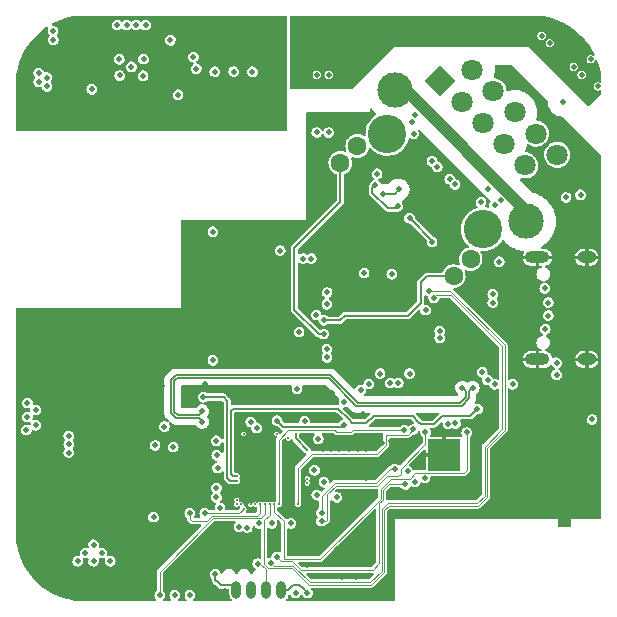
<source format=gbl>
G04 #@! TF.GenerationSoftware,KiCad,Pcbnew,(6.0.9)*
G04 #@! TF.CreationDate,2022-11-26T18:32:43+01:00*
G04 #@! TF.ProjectId,repeat-hw,72657065-6174-42d6-9877-2e6b69636164,rev?*
G04 #@! TF.SameCoordinates,Original*
G04 #@! TF.FileFunction,Copper,L6,Bot*
G04 #@! TF.FilePolarity,Positive*
%FSLAX46Y46*%
G04 Gerber Fmt 4.6, Leading zero omitted, Abs format (unit mm)*
G04 Created by KiCad (PCBNEW (6.0.9)) date 2022-11-26 18:32:43*
%MOMM*%
%LPD*%
G01*
G04 APERTURE LIST*
G04 Aperture macros list*
%AMRotRect*
0 Rectangle, with rotation*
0 The origin of the aperture is its center*
0 $1 length*
0 $2 width*
0 $3 Rotation angle, in degrees counterclockwise*
0 Add horizontal line*
21,1,$1,$2,0,0,$3*%
G04 Aperture macros list end*
G04 #@! TA.AperFunction,ComponentPad*
%ADD10R,0.900000X0.800000*%
G04 #@! TD*
G04 #@! TA.AperFunction,ComponentPad*
%ADD11O,2.100000X1.000000*%
G04 #@! TD*
G04 #@! TA.AperFunction,ComponentPad*
%ADD12O,1.600000X1.000000*%
G04 #@! TD*
G04 #@! TA.AperFunction,SMDPad,CuDef*
%ADD13O,0.800000X1.500000*%
G04 #@! TD*
G04 #@! TA.AperFunction,ComponentPad*
%ADD14C,0.500000*%
G04 #@! TD*
G04 #@! TA.AperFunction,SMDPad,CuDef*
%ADD15R,2.700000X2.700000*%
G04 #@! TD*
G04 #@! TA.AperFunction,WasherPad*
%ADD16C,3.250000*%
G04 #@! TD*
G04 #@! TA.AperFunction,ComponentPad*
%ADD17RotRect,1.800000X1.800000X135.000000*%
G04 #@! TD*
G04 #@! TA.AperFunction,ComponentPad*
%ADD18C,1.800000*%
G04 #@! TD*
G04 #@! TA.AperFunction,ComponentPad*
%ADD19C,1.600000*%
G04 #@! TD*
G04 #@! TA.AperFunction,ComponentPad*
%ADD20C,3.000000*%
G04 #@! TD*
G04 #@! TA.AperFunction,ViaPad*
%ADD21C,0.500000*%
G04 #@! TD*
G04 #@! TA.AperFunction,ViaPad*
%ADD22C,0.300000*%
G04 #@! TD*
G04 #@! TA.AperFunction,Conductor*
%ADD23C,0.100000*%
G04 #@! TD*
G04 #@! TA.AperFunction,Conductor*
%ADD24C,0.200000*%
G04 #@! TD*
G04 #@! TA.AperFunction,Conductor*
%ADD25C,0.150000*%
G04 #@! TD*
G04 #@! TA.AperFunction,Conductor*
%ADD26C,1.000000*%
G04 #@! TD*
G04 #@! TA.AperFunction,Conductor*
%ADD27C,0.162300*%
G04 #@! TD*
G04 APERTURE END LIST*
D10*
X177450000Y-122775000D03*
D11*
X175180000Y-108920000D03*
D12*
X179360000Y-100280000D03*
X179360000Y-108920000D03*
D11*
X175180000Y-100280000D03*
D13*
X149695000Y-128429500D03*
X150965000Y-128429500D03*
X152235000Y-128429500D03*
X153505000Y-128429500D03*
D14*
X166162500Y-115900000D03*
X168362500Y-117000000D03*
X168362500Y-118100000D03*
D15*
X167262500Y-117000000D03*
D14*
X167262500Y-117000000D03*
X166162500Y-118100000D03*
X168362500Y-115900000D03*
X166162500Y-117000000D03*
X167262500Y-115900000D03*
X167262500Y-118100000D03*
D16*
X162477802Y-89801561D03*
X170560032Y-97883791D03*
D17*
X166964394Y-85307897D03*
D18*
X169658471Y-84409872D03*
X168760445Y-87103948D03*
X171454522Y-86205923D03*
X170556497Y-88900000D03*
X173250574Y-88001974D03*
X172352548Y-90696051D03*
X175046625Y-89798025D03*
X174148599Y-92492102D03*
X176842676Y-91594076D03*
D19*
X169520585Y-100436447D03*
X168085159Y-101871874D03*
X159925146Y-90841008D03*
X158489719Y-92276434D03*
D20*
X174226381Y-97236789D03*
X163124804Y-86135212D03*
D21*
X155700000Y-128700000D03*
X157100000Y-119300000D03*
X156025000Y-100375000D03*
X157364309Y-103249967D03*
X155325000Y-100375000D03*
X161855224Y-110110449D03*
X165701600Y-104741249D03*
X157350000Y-108050000D03*
X175535320Y-81500000D03*
X144100000Y-81900000D03*
X178919346Y-84819346D03*
X142000000Y-80600000D03*
X178254665Y-84154665D03*
X140400000Y-80600000D03*
X139600000Y-80600000D03*
X176232341Y-82132341D03*
X170100000Y-113100000D03*
D22*
X149700000Y-118800000D03*
D21*
X162850000Y-101700000D03*
X166900000Y-106500000D03*
X166900000Y-107100000D03*
X157500000Y-89700000D03*
X132700000Y-114500000D03*
X143600000Y-114600000D03*
X156500000Y-89700000D03*
X147700000Y-98100000D03*
X132700000Y-113200000D03*
X132000000Y-112600000D03*
X131900000Y-114900000D03*
X132000000Y-113800000D03*
X142800000Y-116200000D03*
X176100000Y-104100000D03*
X176800000Y-109200000D03*
X176800000Y-110200000D03*
X175800000Y-102900000D03*
X176100000Y-105200000D03*
X171400000Y-103400000D03*
X171400000Y-104100000D03*
X175845000Y-106345000D03*
X157083972Y-106750000D03*
D22*
X150300000Y-115200000D03*
D21*
X144340000Y-116340000D03*
X180300000Y-85800000D03*
X134180000Y-81870000D03*
X141200000Y-80600000D03*
X133650000Y-85050000D03*
X133650000Y-85800000D03*
X157500000Y-84800000D03*
X147860243Y-84547730D03*
X132950000Y-85400000D03*
X179700000Y-83500000D03*
X156500000Y-84800000D03*
X134160000Y-81100000D03*
X146300000Y-84300000D03*
X149460000Y-84540000D03*
X137450000Y-86050000D03*
X132950000Y-84650000D03*
X151051223Y-84548894D03*
X164200000Y-118400000D03*
X160900000Y-111000000D03*
D22*
X149700000Y-120800000D03*
D21*
X162700000Y-110900000D03*
X148300000Y-121500000D03*
X165637500Y-118962500D03*
D22*
X149700000Y-121200000D03*
D21*
X163400000Y-110900000D03*
X164800000Y-119300000D03*
X158800000Y-112500000D03*
D22*
X154700000Y-115200000D03*
X155700000Y-116600000D03*
D21*
X179500000Y-104250000D03*
X178528442Y-115027261D03*
X167586666Y-120200000D03*
X158600000Y-127300000D03*
X174300000Y-122000000D03*
X158900000Y-120600000D03*
X156700000Y-125300000D03*
X171000000Y-122000000D03*
X132250000Y-125250000D03*
X171000000Y-94500000D03*
X159200000Y-89800000D03*
X143400000Y-111200000D03*
X162800000Y-123600000D03*
X179300000Y-122000000D03*
X176619407Y-100269972D03*
X159800000Y-110300500D03*
X154000000Y-106500000D03*
X151500000Y-112200000D03*
X148300000Y-125300000D03*
X145000000Y-107000000D03*
X165073333Y-122200000D03*
X143000000Y-117050000D03*
X177500000Y-105500000D03*
X171350000Y-104950000D03*
X158400000Y-118300000D03*
X179378944Y-101213348D03*
X170100000Y-122200000D03*
X173000000Y-109750000D03*
X157800000Y-100800000D03*
X173700000Y-108900000D03*
X134542594Y-104997290D03*
X131700000Y-122800000D03*
X152600000Y-100200000D03*
X178250000Y-120500000D03*
X170100000Y-120200000D03*
X167586666Y-122200000D03*
X159750000Y-94000000D03*
X175200000Y-109900000D03*
X147000000Y-111000000D03*
X163450000Y-117500000D03*
X165500000Y-91400000D03*
X169262222Y-122200000D03*
X132000000Y-116750000D03*
X171400000Y-114900000D03*
X165900000Y-113800000D03*
X152700000Y-125100000D03*
X165000000Y-90900000D03*
X158200000Y-123230000D03*
X135800000Y-108700000D03*
X160200000Y-124120000D03*
X132189452Y-105576195D03*
X176200000Y-115600000D03*
X179500000Y-107000000D03*
X163568744Y-115828302D03*
X158300000Y-121300000D03*
X137500000Y-116250000D03*
X143700000Y-120900000D03*
X134500000Y-107800000D03*
X155700000Y-126300000D03*
X158400000Y-116500000D03*
X155100000Y-108400000D03*
X152535194Y-116529244D03*
X133000000Y-123400000D03*
X164235555Y-120200000D03*
X163397777Y-120200000D03*
X149000000Y-105000000D03*
X147000000Y-129000000D03*
X143800000Y-122300000D03*
X151500000Y-125200000D03*
X152000000Y-98000000D03*
X160200000Y-125010000D03*
X179400000Y-109800000D03*
X158200000Y-125900000D03*
X161400000Y-120200000D03*
X176394797Y-120441295D03*
X168900000Y-94900000D03*
X164235555Y-122200000D03*
X151600000Y-108900000D03*
X161200000Y-122200000D03*
X179800000Y-92900000D03*
X173091666Y-114900000D03*
X173600000Y-122100000D03*
X162700000Y-117600000D03*
X172262500Y-116900000D03*
X154048338Y-116562869D03*
X172000000Y-122100000D03*
X173789278Y-100289224D03*
X151000000Y-100000000D03*
X135250000Y-124250000D03*
X172800000Y-122100000D03*
X157500000Y-124200000D03*
X154000000Y-100000000D03*
X168000000Y-99250000D03*
X173920833Y-114900000D03*
X174300000Y-121300000D03*
X161650000Y-114275000D03*
X150663379Y-119488281D03*
X141200000Y-121300000D03*
X180300000Y-94000000D03*
X157000000Y-118300000D03*
X155800000Y-102600000D03*
X152445527Y-119488281D03*
X172100000Y-120800000D03*
X146400000Y-115100000D03*
X171700000Y-121500000D03*
X145400000Y-108550000D03*
X133900000Y-122400000D03*
X137142306Y-107731008D03*
X153969879Y-119477072D03*
X151600000Y-107100000D03*
X161200000Y-118300000D03*
X148700000Y-128500000D03*
X155800000Y-104900000D03*
X160000000Y-93000000D03*
X153992296Y-118064805D03*
X173091666Y-116900000D03*
X158900000Y-110400000D03*
X169400000Y-95300000D03*
X160425000Y-113550000D03*
X170700000Y-114900000D03*
X158200000Y-122300000D03*
X153100000Y-112200000D03*
X146000000Y-101000000D03*
X170200000Y-118400000D03*
X160000000Y-116500000D03*
X162800000Y-126000000D03*
X159915855Y-107793773D03*
X160000000Y-118300000D03*
X140250000Y-125000000D03*
X161984172Y-115955394D03*
X158200000Y-125010000D03*
X164333960Y-115819916D03*
X133347262Y-107018098D03*
X166000000Y-109400000D03*
X179346856Y-99371518D03*
X175600000Y-115100000D03*
X155200000Y-107700000D03*
X156000000Y-96000000D03*
X176400000Y-121200000D03*
X164800000Y-88200000D03*
X172100000Y-95450000D03*
X157800000Y-98800000D03*
X180100000Y-122000000D03*
X145700000Y-120800000D03*
X166748888Y-120200000D03*
X177000000Y-122000000D03*
X162800000Y-122800000D03*
X180200000Y-95600000D03*
X162798404Y-115820748D03*
X170200000Y-119300000D03*
X161694794Y-105999432D03*
X162800000Y-129100000D03*
X176400000Y-119700000D03*
X159908154Y-105937824D03*
X145700000Y-117000000D03*
X173700000Y-107800000D03*
X161651979Y-107284598D03*
X165911111Y-120200000D03*
X150500000Y-106900000D03*
X178100000Y-108900000D03*
X177700000Y-122000000D03*
X178000000Y-117250000D03*
X152434318Y-118019971D03*
X171250000Y-113750000D03*
X157700000Y-116500000D03*
X155200000Y-104200000D03*
X141200000Y-122800000D03*
X147700000Y-128200000D03*
X154400000Y-109400000D03*
X163350000Y-104250000D03*
X157000000Y-94000000D03*
X161200000Y-101700000D03*
X159200000Y-116500000D03*
X171400000Y-105600000D03*
X161360349Y-116260631D03*
X131750000Y-119500000D03*
X150640962Y-116506827D03*
X159200000Y-118300000D03*
X179700000Y-98600000D03*
X157342180Y-104961906D03*
X162800000Y-124400000D03*
X141200000Y-120000000D03*
X174300000Y-117900000D03*
X141750000Y-124750000D03*
X168424444Y-122200000D03*
X172200000Y-117600000D03*
X157059599Y-116507942D03*
X159000000Y-96000000D03*
X178500000Y-122000000D03*
X160700000Y-128900000D03*
X146000000Y-104000000D03*
X180000000Y-118500000D03*
X163327413Y-105999432D03*
X174300000Y-119700000D03*
X174300000Y-120500000D03*
X163300000Y-107300000D03*
X166900000Y-110300000D03*
X142550000Y-114650000D03*
X177500000Y-102250000D03*
X162800000Y-128400000D03*
X150000000Y-102000000D03*
X160200000Y-123230000D03*
X173700000Y-101400000D03*
X150200000Y-112200000D03*
X166750000Y-101000000D03*
X146750000Y-107250000D03*
X144300000Y-117800000D03*
X161617783Y-104228195D03*
X165911111Y-122200000D03*
X160200000Y-125900000D03*
X168424444Y-120200000D03*
X150900000Y-106400000D03*
X169262222Y-120200000D03*
X164500000Y-101800000D03*
X159800000Y-127300000D03*
X178600000Y-97200000D03*
X177855938Y-113867535D03*
X159700000Y-120200000D03*
X179353274Y-107990257D03*
X162000000Y-118100000D03*
X167370213Y-104054446D03*
X162800000Y-127600000D03*
X149600000Y-107000000D03*
X154300000Y-125200000D03*
X157700000Y-128900000D03*
X157000000Y-92000000D03*
X160700000Y-116500000D03*
X172200000Y-119200000D03*
X176400000Y-117800000D03*
X160700000Y-118950000D03*
X157200000Y-97900000D03*
X173750000Y-113750000D03*
X136500000Y-108700000D03*
X178300000Y-93800000D03*
X133750000Y-127250000D03*
X158400000Y-89800000D03*
X153300000Y-101000000D03*
X155850000Y-111500000D03*
X174750000Y-114900000D03*
X145700000Y-119800000D03*
X171500000Y-116800000D03*
X173250000Y-120500000D03*
X141500000Y-127750000D03*
X133600000Y-107800000D03*
X163397777Y-122200000D03*
X165073333Y-120200000D03*
X142000000Y-117000000D03*
X150300000Y-125400000D03*
X170100000Y-113900000D03*
X176250000Y-114000000D03*
X162800000Y-126800000D03*
X172200000Y-118400000D03*
X170000000Y-114900000D03*
X134547954Y-106423112D03*
X136976139Y-105592276D03*
X139900000Y-122900000D03*
X150663379Y-118008762D03*
X176500000Y-116300000D03*
X170500000Y-112250000D03*
X135100000Y-108700000D03*
X178159614Y-100308477D03*
X159850000Y-104250000D03*
X155000000Y-98000000D03*
X166748888Y-122200000D03*
X157750000Y-111750000D03*
X162800000Y-125200000D03*
X170400000Y-95600000D03*
X166700000Y-92600000D03*
X178831300Y-94968700D03*
X161600000Y-93200000D03*
X164700000Y-89800000D03*
X166250000Y-92150000D03*
X168200000Y-94100000D03*
X167750000Y-93650000D03*
X160512132Y-101612132D03*
X171550000Y-95850000D03*
X177600000Y-95200000D03*
X164560589Y-88839411D03*
X156450000Y-105150000D03*
X171950000Y-100650000D03*
X157350000Y-104250000D03*
X163477639Y-94522361D03*
X162100000Y-94900000D03*
X156616807Y-115632286D03*
X137600000Y-124600000D03*
X157350000Y-108750000D03*
X158200000Y-120600000D03*
D22*
X153100000Y-115200000D03*
D21*
X149900000Y-123100000D03*
X152700000Y-122800000D03*
X148000000Y-120600000D03*
X142674083Y-122265469D03*
X150600000Y-123150000D03*
X179800000Y-114000000D03*
X136250000Y-126000000D03*
X148000000Y-119800000D03*
X155000000Y-106600000D03*
X137600000Y-126000000D03*
X148100000Y-118100000D03*
X148000000Y-115800000D03*
X150900000Y-114200000D03*
X167594786Y-114376539D03*
X155467596Y-114147040D03*
X168237500Y-114337500D03*
X164354338Y-110109843D03*
X151600000Y-122800000D03*
X147700000Y-109000000D03*
X156300000Y-118300000D03*
X138300000Y-125300000D03*
X154300000Y-122800000D03*
X156500000Y-120400000D03*
X154700000Y-128700000D03*
X148033177Y-117027798D03*
X139000000Y-126000000D03*
X136900000Y-125300000D03*
X157100000Y-105600000D03*
X153125000Y-114100000D03*
X158775000Y-114500000D03*
X147900000Y-127100000D03*
D22*
X155700000Y-119400000D03*
D21*
X177300000Y-87100000D03*
D22*
X150100000Y-121200000D03*
D21*
X160200000Y-111500000D03*
X144472912Y-128894403D03*
D22*
X150900000Y-121200000D03*
D21*
X145750412Y-128893682D03*
D22*
X151300000Y-121200000D03*
D21*
X145735000Y-121950000D03*
D22*
X151700000Y-121200000D03*
X152100000Y-121200000D03*
D21*
X143195000Y-128895000D03*
X166000000Y-103100000D03*
D22*
X152500000Y-121200000D03*
X152900000Y-121200000D03*
D21*
X169200000Y-115100000D03*
D22*
X153300000Y-121200000D03*
D21*
X163900000Y-114900000D03*
X151400000Y-114700000D03*
X154812500Y-111412500D03*
D22*
X154900000Y-121200000D03*
D21*
X164650000Y-114850000D03*
D22*
X155700000Y-119000000D03*
D21*
X151500000Y-126200000D03*
X147005000Y-121950000D03*
D22*
X150300000Y-121600000D03*
D21*
X179600000Y-86300000D03*
X160000000Y-84000000D03*
X139806290Y-84875883D03*
X161000000Y-83000000D03*
X140806554Y-84133678D03*
X144750000Y-86500000D03*
X139772919Y-83499315D03*
X176500000Y-83900000D03*
X158300000Y-84800000D03*
X155000000Y-85000000D03*
X141791885Y-84900912D03*
X146050000Y-83300000D03*
X159350000Y-84600000D03*
X160400000Y-84800000D03*
X141835863Y-83493294D03*
X166400000Y-103700000D03*
X152603295Y-126146705D03*
X164000000Y-119500000D03*
X153102920Y-125643910D03*
X156900000Y-122600000D03*
X165700000Y-115050000D03*
X156900000Y-121900000D03*
X163100000Y-118200000D03*
X146900000Y-112100000D03*
D22*
X149700000Y-119200000D03*
D21*
X171580000Y-111020000D03*
X170500000Y-110000000D03*
X135500000Y-116800000D03*
X173080000Y-111020000D03*
X170950000Y-110650000D03*
X135500000Y-115400000D03*
X135500000Y-116100000D03*
X161432782Y-94132782D03*
X163350000Y-95950000D03*
X166260660Y-98960660D03*
X164346340Y-96953660D03*
X146802041Y-114200000D03*
X168800000Y-111300000D03*
X146802041Y-113300000D03*
X169700000Y-111300000D03*
D22*
X154100000Y-115600000D03*
D21*
X153400000Y-99700000D03*
X148200000Y-88600000D03*
X137550000Y-85250000D03*
X151900000Y-88600000D03*
X131640000Y-84390000D03*
X148700000Y-83000000D03*
X137405903Y-81301618D03*
X136578572Y-80404763D03*
X150300000Y-83000000D03*
X150100000Y-85900000D03*
X137250000Y-83000000D03*
X136592477Y-82205425D03*
X153000000Y-84000000D03*
X144050000Y-84300000D03*
X152200000Y-85900000D03*
X138250000Y-80250000D03*
X151200000Y-86900000D03*
X131590000Y-86840000D03*
X133000000Y-82030000D03*
D23*
X153300000Y-121200000D02*
X153300000Y-115700000D01*
X153300000Y-115700000D02*
X154100000Y-114900000D01*
X154100000Y-114900000D02*
X158000000Y-114900000D01*
X159400000Y-115050000D02*
X159550000Y-114900000D01*
X159550000Y-114900000D02*
X163900000Y-114900000D01*
X158000000Y-114900000D02*
X158150000Y-115050000D01*
X158150000Y-115050000D02*
X159400000Y-115050000D01*
D24*
X163350000Y-95950000D02*
X163200000Y-96100000D01*
X163200000Y-96100000D02*
X162500000Y-96100000D01*
X162500000Y-96100000D02*
X161200000Y-94800000D01*
X161200000Y-94800000D02*
X161200000Y-94365564D01*
X161200000Y-94365564D02*
X161432782Y-94132782D01*
D23*
X170100000Y-121100000D02*
X170700000Y-120500000D01*
X162000000Y-121617158D02*
X162517158Y-121100000D01*
X162000000Y-126800000D02*
X162000000Y-121617158D01*
X162517158Y-121100000D02*
X170100000Y-121100000D01*
X161000000Y-127800000D02*
X162000000Y-126800000D01*
X172200000Y-114800000D02*
X172200000Y-107800000D01*
X172200000Y-107800000D02*
X169100000Y-104700000D01*
X155900000Y-127800000D02*
X161000000Y-127800000D01*
X154500000Y-126400000D02*
X155900000Y-127800000D01*
X152856590Y-126400000D02*
X154500000Y-126400000D01*
X152603295Y-126146705D02*
X152856590Y-126400000D01*
X170700000Y-116300000D02*
X172200000Y-114800000D01*
X170700000Y-120500000D02*
X170700000Y-116300000D01*
X153102920Y-125643910D02*
X153459010Y-126000000D01*
X155150000Y-126750000D02*
X161232843Y-126750000D01*
X162100000Y-120782843D02*
X162100000Y-120000000D01*
X162100000Y-120000000D02*
X162600000Y-119500000D01*
X153459010Y-126000000D02*
X154400000Y-126000000D01*
X154400000Y-126000000D02*
X155150000Y-126750000D01*
X161232843Y-126750000D02*
X161800000Y-126182843D01*
X161800000Y-126182843D02*
X161800000Y-121082843D01*
X161800000Y-121082843D02*
X162100000Y-120782843D01*
X162600000Y-119500000D02*
X164000000Y-119500000D01*
X158082842Y-119600000D02*
X157400000Y-120282842D01*
X157400000Y-120282842D02*
X157400000Y-122500000D01*
X165700000Y-116071343D02*
X163600000Y-118171343D01*
X163400000Y-118800000D02*
X162400000Y-118800000D01*
X157400000Y-122500000D02*
X157300000Y-122600000D01*
X161600000Y-119600000D02*
X158082842Y-119600000D01*
X162400000Y-118800000D02*
X161600000Y-119600000D01*
X163600000Y-118171343D02*
X163600000Y-118600000D01*
X165700000Y-115050000D02*
X165700000Y-116071343D01*
X163600000Y-118600000D02*
X163400000Y-118800000D01*
X157300000Y-122600000D02*
X156900000Y-122600000D01*
X156088058Y-116911942D02*
X154900000Y-118100000D01*
X161598967Y-116911942D02*
X156088058Y-116911942D01*
X162388172Y-116122737D02*
X161598967Y-116911942D01*
X162388172Y-115314737D02*
X162388172Y-116122737D01*
X162398909Y-115304000D02*
X162388172Y-115314737D01*
X164196000Y-115304000D02*
X162398909Y-115304000D01*
X164650000Y-114850000D02*
X164196000Y-115304000D01*
X154900000Y-118100000D02*
X154900000Y-121200000D01*
X152900000Y-121200000D02*
X152900000Y-121800000D01*
X161900000Y-119917158D02*
X162817158Y-119000000D01*
X152900000Y-121800000D02*
X153700000Y-122600000D01*
X164400000Y-119000000D02*
X164850000Y-118550000D01*
X153700000Y-122600000D02*
X153700000Y-125800000D01*
X153700000Y-125800000D02*
X156800000Y-125800000D01*
X156800000Y-125800000D02*
X161900000Y-120700000D01*
X161900000Y-120700000D02*
X161900000Y-119917158D01*
X162817158Y-119000000D02*
X164400000Y-119000000D01*
X164850000Y-118550000D02*
X168950000Y-118550000D01*
X168950000Y-118550000D02*
X169200000Y-118300000D01*
X169200000Y-118300000D02*
X169200000Y-115100000D01*
D24*
X157083972Y-106750000D02*
X156650000Y-106750000D01*
X158489719Y-95610281D02*
X158489719Y-92276434D01*
X156650000Y-106750000D02*
X154600000Y-104700000D01*
X154600000Y-99500000D02*
X158489719Y-95610281D01*
X154600000Y-104700000D02*
X154600000Y-99500000D01*
X155300000Y-128300000D02*
X155700000Y-128700000D01*
X153505000Y-128429500D02*
X154070500Y-128429500D01*
X154070500Y-128429500D02*
X154500000Y-128000000D01*
X155000000Y-128000000D02*
X155300000Y-128300000D01*
X154500000Y-128000000D02*
X155000000Y-128000000D01*
X169500000Y-113700000D02*
X170100000Y-113100000D01*
X168800000Y-113700000D02*
X169500000Y-113700000D01*
X157000000Y-113100000D02*
X158300000Y-113100000D01*
X149700000Y-118800000D02*
X149400000Y-118800000D01*
X165100000Y-114200000D02*
X165300000Y-114400000D01*
X164600000Y-113700000D02*
X165100000Y-114200000D01*
X165300000Y-114400000D02*
X166400000Y-114400000D01*
X149200000Y-113300000D02*
X149400000Y-113100000D01*
X149200000Y-118600000D02*
X149200000Y-117100000D01*
X149200000Y-117100000D02*
X149200000Y-113300000D01*
X166400000Y-114400000D02*
X167000000Y-113800000D01*
X149400000Y-118800000D02*
X149200000Y-118600000D01*
X158300000Y-113100000D02*
X159200000Y-114000000D01*
X159200000Y-114000000D02*
X159500000Y-114300000D01*
X149400000Y-113100000D02*
X157000000Y-113100000D01*
X167100000Y-113700000D02*
X168800000Y-113700000D01*
X167000000Y-113800000D02*
X167100000Y-113700000D01*
X160600000Y-114300000D02*
X160700000Y-114300000D01*
X159500000Y-114300000D02*
X160600000Y-114300000D01*
X160700000Y-114300000D02*
X161300000Y-113700000D01*
X161300000Y-113700000D02*
X164600000Y-113700000D01*
X154700000Y-115600000D02*
X155700000Y-116600000D01*
X154700000Y-115200000D02*
X154700000Y-115600000D01*
D25*
X163100000Y-94900000D02*
X162100000Y-94900000D01*
X163477639Y-94522361D02*
X163327639Y-94522361D01*
X163477639Y-94522361D02*
X163100000Y-94900000D01*
D24*
X165300000Y-102400000D02*
X165300000Y-104100000D01*
X165828126Y-101871874D02*
X165300000Y-102400000D01*
X158500000Y-105600000D02*
X158900000Y-105200000D01*
X158900000Y-105200000D02*
X164200000Y-105200000D01*
X165300000Y-104100000D02*
X164200000Y-105200000D01*
X157100000Y-105600000D02*
X158500000Y-105600000D01*
X168085159Y-101871874D02*
X165828126Y-101871874D01*
X158650000Y-114625000D02*
X153650000Y-114625000D01*
X158775000Y-114500000D02*
X158650000Y-114625000D01*
X153650000Y-114625000D02*
X153125000Y-114100000D01*
X149695000Y-128429500D02*
X149315500Y-128050000D01*
X149315500Y-128050000D02*
X148513603Y-128050000D01*
X148513603Y-128050000D02*
X148350000Y-128050000D01*
X148100000Y-127800000D02*
X147900000Y-127600000D01*
X148350000Y-128050000D02*
X148100000Y-127800000D01*
X147900000Y-127600000D02*
X147900000Y-127100000D01*
D23*
X147200000Y-122600000D02*
X145900000Y-122600000D01*
X151450000Y-122150000D02*
X147650000Y-122150000D01*
X147650000Y-122150000D02*
X147200000Y-122600000D01*
X151700000Y-121900000D02*
X151450000Y-122150000D01*
X145900000Y-122600000D02*
X145735000Y-122435000D01*
X145735000Y-122435000D02*
X145735000Y-121950000D01*
X151700000Y-121200000D02*
X151700000Y-121900000D01*
X151750000Y-122350000D02*
X147732842Y-122350000D01*
X152100000Y-122000000D02*
X151750000Y-122350000D01*
X147732842Y-122350000D02*
X143195000Y-126887842D01*
X143195000Y-126887842D02*
X143195000Y-128895000D01*
X152100000Y-121200000D02*
X152100000Y-122000000D01*
X167800000Y-103100000D02*
X172400000Y-107700000D01*
X170900000Y-116382842D02*
X170900000Y-120582842D01*
X154417158Y-126600000D02*
X152400000Y-126600000D01*
X166000000Y-103100000D02*
X167800000Y-103100000D01*
X172400000Y-107700000D02*
X172400000Y-114882843D01*
X162600000Y-121300000D02*
X162200000Y-121700000D01*
X172400000Y-114882843D02*
X170900000Y-116382842D01*
X152050000Y-122550000D02*
X152500000Y-122100000D01*
X152400000Y-126600000D02*
X152050000Y-126250000D01*
X162200000Y-126882843D02*
X161082842Y-128000000D01*
X170182843Y-121300000D02*
X162600000Y-121300000D01*
X155817158Y-128000000D02*
X154417158Y-126600000D01*
X161082842Y-128000000D02*
X155817158Y-128000000D01*
X170900000Y-120582842D02*
X170182843Y-121300000D01*
X162200000Y-121700000D02*
X162200000Y-126882843D01*
X152050000Y-126250000D02*
X152050000Y-122550000D01*
X152500000Y-122100000D02*
X152500000Y-121200000D01*
X152235000Y-128429500D02*
X152235000Y-126717843D01*
X152235000Y-126717843D02*
X152158579Y-126641421D01*
X152158579Y-126641421D02*
X151717158Y-126200000D01*
X151717158Y-126200000D02*
X151500000Y-126200000D01*
X149950000Y-121950000D02*
X147005000Y-121950000D01*
X150300000Y-121600000D02*
X149950000Y-121950000D01*
X166600000Y-103500000D02*
X166400000Y-103700000D01*
X167900000Y-103500000D02*
X166600000Y-103500000D01*
X169100000Y-104700000D02*
X169000000Y-104600000D01*
X169100000Y-104700000D02*
X167900000Y-103500000D01*
X156900000Y-120500000D02*
X156900000Y-121900000D01*
X161500000Y-119400000D02*
X158000000Y-119400000D01*
X162700000Y-118200000D02*
X161500000Y-119400000D01*
X163100000Y-118200000D02*
X162700000Y-118200000D01*
X158000000Y-119400000D02*
X156900000Y-120500000D01*
D24*
X148900000Y-118925000D02*
X148900000Y-112400000D01*
X148600000Y-112100000D02*
X146900000Y-112100000D01*
X148900000Y-112400000D02*
X148600000Y-112100000D01*
X149700000Y-119200000D02*
X149175000Y-119200000D01*
X149175000Y-119200000D02*
X148900000Y-118925000D01*
D26*
X174226381Y-97236789D02*
X174226381Y-96326381D01*
X164035212Y-86135212D02*
X163124804Y-86135212D01*
X174226381Y-96326381D02*
X164035212Y-86135212D01*
D24*
X166260660Y-98867980D02*
X166260660Y-98960660D01*
X164346340Y-96953660D02*
X166260660Y-98867980D01*
D27*
X144595675Y-113881151D02*
X146483192Y-113881151D01*
X169118849Y-111618849D02*
X169118849Y-112095675D01*
X168645674Y-112568850D02*
X159954326Y-112568850D01*
X157654326Y-110268850D02*
X144543279Y-110268850D01*
X144168850Y-113454326D02*
X144595675Y-113881151D01*
X144543279Y-110268850D02*
X144168850Y-110643279D01*
X146483192Y-113881151D02*
X146802041Y-114200000D01*
X144168850Y-110643279D02*
X144168850Y-113454326D01*
X159954326Y-112568850D02*
X157654326Y-110268850D01*
X168800000Y-111300000D02*
X169118849Y-111618849D01*
X169118849Y-112095675D02*
X168645674Y-112568850D01*
X159845674Y-112831150D02*
X157545674Y-110531150D01*
X169381151Y-112204325D02*
X168754326Y-112831150D01*
X144431150Y-110751931D02*
X144431150Y-113345674D01*
X157545674Y-110531150D02*
X144651931Y-110531150D01*
X169381151Y-111618849D02*
X169381151Y-112204325D01*
X168754326Y-112831150D02*
X159845674Y-112831150D01*
X144651931Y-110531150D02*
X144431150Y-110751931D01*
X144704325Y-113618849D02*
X146483192Y-113618849D01*
X169700000Y-111300000D02*
X169381151Y-111618849D01*
X144431150Y-113345674D02*
X144704325Y-113618849D01*
X146483192Y-113618849D02*
X146802041Y-113300000D01*
G04 #@! TA.AperFunction,Conductor*
G36*
X174788169Y-79803018D02*
G01*
X174799641Y-79805656D01*
X174810515Y-79803196D01*
X174816428Y-79803206D01*
X174832131Y-79801763D01*
X175044333Y-79810100D01*
X175251148Y-79818226D01*
X175258880Y-79818834D01*
X175410360Y-79836763D01*
X175703378Y-79871444D01*
X175711056Y-79872660D01*
X176150054Y-79959983D01*
X176157613Y-79961798D01*
X176588399Y-80083292D01*
X176595792Y-80085694D01*
X177015730Y-80240617D01*
X177022911Y-80243592D01*
X177429386Y-80430980D01*
X177436312Y-80434509D01*
X177826830Y-80653209D01*
X177833458Y-80657270D01*
X177862012Y-80676349D01*
X178115373Y-80845639D01*
X178205633Y-80905949D01*
X178211920Y-80910518D01*
X178547743Y-81175259D01*
X178563416Y-81187615D01*
X178569323Y-81192660D01*
X178898023Y-81496506D01*
X178903494Y-81501977D01*
X179179465Y-81800521D01*
X179207337Y-81830673D01*
X179212382Y-81836580D01*
X179438510Y-82123422D01*
X179489481Y-82188078D01*
X179494050Y-82194365D01*
X179531353Y-82250194D01*
X179742730Y-82566542D01*
X179746791Y-82573170D01*
X179965491Y-82963688D01*
X179969018Y-82970609D01*
X180011335Y-83062402D01*
X180018527Y-83123161D01*
X179988631Y-83176546D01*
X179933066Y-83202162D01*
X179876485Y-83192058D01*
X179817855Y-83162185D01*
X179817852Y-83162184D01*
X179810912Y-83158648D01*
X179803218Y-83157429D01*
X179803217Y-83157429D01*
X179707696Y-83142300D01*
X179700000Y-83141081D01*
X179692304Y-83142300D01*
X179596783Y-83157429D01*
X179596782Y-83157429D01*
X179589088Y-83158648D01*
X179582150Y-83162183D01*
X179582147Y-83162184D01*
X179495972Y-83206092D01*
X179495970Y-83206093D01*
X179489033Y-83209628D01*
X179409628Y-83289033D01*
X179406093Y-83295970D01*
X179406092Y-83295972D01*
X179362184Y-83382147D01*
X179362183Y-83382150D01*
X179358648Y-83389088D01*
X179357429Y-83396782D01*
X179357429Y-83396783D01*
X179353336Y-83422628D01*
X179341081Y-83500000D01*
X179342300Y-83507696D01*
X179352893Y-83574574D01*
X179358648Y-83610912D01*
X179362183Y-83617850D01*
X179362184Y-83617853D01*
X179399751Y-83691583D01*
X179409628Y-83710967D01*
X179489033Y-83790372D01*
X179495970Y-83793907D01*
X179495972Y-83793908D01*
X179582147Y-83837816D01*
X179582150Y-83837817D01*
X179589088Y-83841352D01*
X179596782Y-83842571D01*
X179596783Y-83842571D01*
X179692304Y-83857700D01*
X179700000Y-83858919D01*
X179707696Y-83857700D01*
X179803217Y-83842571D01*
X179803218Y-83842571D01*
X179810912Y-83841352D01*
X179817850Y-83837817D01*
X179817853Y-83837816D01*
X179904028Y-83793908D01*
X179904030Y-83793907D01*
X179910967Y-83790372D01*
X179990372Y-83710967D01*
X180000249Y-83691583D01*
X180037816Y-83617853D01*
X180037817Y-83617850D01*
X180041352Y-83610912D01*
X180042571Y-83603217D01*
X180044978Y-83595808D01*
X180046153Y-83596190D01*
X180070352Y-83548704D01*
X180124870Y-83520930D01*
X180185302Y-83530505D01*
X180228563Y-83573773D01*
X180233232Y-83584447D01*
X180314306Y-83804209D01*
X180316708Y-83811601D01*
X180438202Y-84242387D01*
X180440017Y-84249946D01*
X180527340Y-84688944D01*
X180528556Y-84696622D01*
X180544512Y-84831433D01*
X180579624Y-85128088D01*
X180581165Y-85141112D01*
X180581774Y-85148852D01*
X180586483Y-85268684D01*
X180591054Y-85385033D01*
X180574445Y-85443922D01*
X180526396Y-85481801D01*
X180465257Y-85484203D01*
X180447185Y-85477130D01*
X180417852Y-85462184D01*
X180410912Y-85458648D01*
X180403218Y-85457429D01*
X180403217Y-85457429D01*
X180307696Y-85442300D01*
X180300000Y-85441081D01*
X180292304Y-85442300D01*
X180196783Y-85457429D01*
X180196782Y-85457429D01*
X180189088Y-85458648D01*
X180182150Y-85462183D01*
X180182147Y-85462184D01*
X180095972Y-85506092D01*
X180095970Y-85506093D01*
X180089033Y-85509628D01*
X180009628Y-85589033D01*
X180006093Y-85595970D01*
X180006092Y-85595972D01*
X179962184Y-85682147D01*
X179962183Y-85682150D01*
X179958648Y-85689088D01*
X179957429Y-85696782D01*
X179957429Y-85696783D01*
X179945399Y-85772737D01*
X179941081Y-85800000D01*
X179942300Y-85807696D01*
X179954396Y-85884064D01*
X179958648Y-85910912D01*
X179962183Y-85917850D01*
X179962184Y-85917853D01*
X180002461Y-85996901D01*
X180009628Y-86010967D01*
X180089033Y-86090372D01*
X180095970Y-86093907D01*
X180095972Y-86093908D01*
X180182147Y-86137816D01*
X180182150Y-86137817D01*
X180189088Y-86141352D01*
X180196782Y-86142571D01*
X180196783Y-86142571D01*
X180292304Y-86157700D01*
X180300000Y-86158919D01*
X180307696Y-86157700D01*
X180403217Y-86142571D01*
X180403218Y-86142571D01*
X180410912Y-86141352D01*
X180417850Y-86137817D01*
X180417856Y-86137815D01*
X180455556Y-86118606D01*
X180515988Y-86109035D01*
X180570504Y-86136813D01*
X180598281Y-86191330D01*
X180599500Y-86206816D01*
X180599500Y-86359492D01*
X180580593Y-86417683D01*
X180570504Y-86429496D01*
X179570004Y-87429996D01*
X179515487Y-87457773D01*
X179455055Y-87448202D01*
X179429996Y-87429996D01*
X176819346Y-84819346D01*
X178560427Y-84819346D01*
X178577994Y-84930258D01*
X178581529Y-84937196D01*
X178581530Y-84937199D01*
X178620816Y-85014302D01*
X178628974Y-85030313D01*
X178708379Y-85109718D01*
X178715316Y-85113253D01*
X178715318Y-85113254D01*
X178801493Y-85157162D01*
X178801496Y-85157163D01*
X178808434Y-85160698D01*
X178816128Y-85161917D01*
X178816129Y-85161917D01*
X178911650Y-85177046D01*
X178919346Y-85178265D01*
X178927042Y-85177046D01*
X179022563Y-85161917D01*
X179022564Y-85161917D01*
X179030258Y-85160698D01*
X179037196Y-85157163D01*
X179037199Y-85157162D01*
X179123374Y-85113254D01*
X179123376Y-85113253D01*
X179130313Y-85109718D01*
X179209718Y-85030313D01*
X179217876Y-85014302D01*
X179257162Y-84937199D01*
X179257163Y-84937196D01*
X179260698Y-84930258D01*
X179278265Y-84819346D01*
X179260698Y-84708434D01*
X179257163Y-84701496D01*
X179257162Y-84701493D01*
X179213254Y-84615318D01*
X179213253Y-84615316D01*
X179209718Y-84608379D01*
X179130313Y-84528974D01*
X179123376Y-84525439D01*
X179123374Y-84525438D01*
X179037199Y-84481530D01*
X179037196Y-84481529D01*
X179030258Y-84477994D01*
X179022564Y-84476775D01*
X179022563Y-84476775D01*
X178927042Y-84461646D01*
X178919346Y-84460427D01*
X178911650Y-84461646D01*
X178816129Y-84476775D01*
X178816128Y-84476775D01*
X178808434Y-84477994D01*
X178801496Y-84481529D01*
X178801493Y-84481530D01*
X178715318Y-84525438D01*
X178715316Y-84525439D01*
X178708379Y-84528974D01*
X178628974Y-84608379D01*
X178625439Y-84615316D01*
X178625438Y-84615318D01*
X178581530Y-84701493D01*
X178581529Y-84701496D01*
X178577994Y-84708434D01*
X178560427Y-84819346D01*
X176819346Y-84819346D01*
X176154665Y-84154665D01*
X177895746Y-84154665D01*
X177896965Y-84162361D01*
X177907761Y-84230521D01*
X177913313Y-84265577D01*
X177916848Y-84272515D01*
X177916849Y-84272518D01*
X177960757Y-84358693D01*
X177964293Y-84365632D01*
X178043698Y-84445037D01*
X178050635Y-84448572D01*
X178050637Y-84448573D01*
X178136812Y-84492481D01*
X178136815Y-84492482D01*
X178143753Y-84496017D01*
X178151447Y-84497236D01*
X178151448Y-84497236D01*
X178246969Y-84512365D01*
X178254665Y-84513584D01*
X178262361Y-84512365D01*
X178357882Y-84497236D01*
X178357883Y-84497236D01*
X178365577Y-84496017D01*
X178372515Y-84492482D01*
X178372518Y-84492481D01*
X178458693Y-84448573D01*
X178458695Y-84448572D01*
X178465632Y-84445037D01*
X178545037Y-84365632D01*
X178548573Y-84358693D01*
X178592481Y-84272518D01*
X178592482Y-84272515D01*
X178596017Y-84265577D01*
X178601570Y-84230521D01*
X178612365Y-84162361D01*
X178613584Y-84154665D01*
X178609266Y-84127402D01*
X178597236Y-84051448D01*
X178597236Y-84051447D01*
X178596017Y-84043753D01*
X178592482Y-84036815D01*
X178592481Y-84036812D01*
X178548573Y-83950637D01*
X178548572Y-83950635D01*
X178545037Y-83943698D01*
X178465632Y-83864293D01*
X178458695Y-83860758D01*
X178458693Y-83860757D01*
X178372518Y-83816849D01*
X178372515Y-83816848D01*
X178365577Y-83813313D01*
X178357883Y-83812094D01*
X178357882Y-83812094D01*
X178262361Y-83796965D01*
X178254665Y-83795746D01*
X178246969Y-83796965D01*
X178151448Y-83812094D01*
X178151447Y-83812094D01*
X178143753Y-83813313D01*
X178136815Y-83816848D01*
X178136812Y-83816849D01*
X178050637Y-83860757D01*
X178050635Y-83860758D01*
X178043698Y-83864293D01*
X177964293Y-83943698D01*
X177960758Y-83950635D01*
X177960757Y-83950637D01*
X177916849Y-84036812D01*
X177916848Y-84036815D01*
X177913313Y-84043753D01*
X177912094Y-84051447D01*
X177912094Y-84051448D01*
X177900064Y-84127402D01*
X177895746Y-84154665D01*
X176154665Y-84154665D01*
X174500000Y-82500000D01*
X163000000Y-82500000D01*
X159528996Y-85971004D01*
X159474479Y-85998781D01*
X159458992Y-86000000D01*
X154304500Y-86000000D01*
X154246309Y-85981093D01*
X154210345Y-85931593D01*
X154205500Y-85901000D01*
X154205500Y-84800000D01*
X156141081Y-84800000D01*
X156158648Y-84910912D01*
X156162183Y-84917850D01*
X156162184Y-84917853D01*
X156204034Y-84999988D01*
X156209628Y-85010967D01*
X156289033Y-85090372D01*
X156295970Y-85093907D01*
X156295972Y-85093908D01*
X156382147Y-85137816D01*
X156382150Y-85137817D01*
X156389088Y-85141352D01*
X156396782Y-85142571D01*
X156396783Y-85142571D01*
X156492304Y-85157700D01*
X156500000Y-85158919D01*
X156507696Y-85157700D01*
X156603217Y-85142571D01*
X156603218Y-85142571D01*
X156610912Y-85141352D01*
X156617850Y-85137817D01*
X156617853Y-85137816D01*
X156704028Y-85093908D01*
X156704030Y-85093907D01*
X156710967Y-85090372D01*
X156790372Y-85010967D01*
X156795966Y-84999988D01*
X156837816Y-84917853D01*
X156837817Y-84917850D01*
X156841352Y-84910912D01*
X156858919Y-84800000D01*
X157141081Y-84800000D01*
X157158648Y-84910912D01*
X157162183Y-84917850D01*
X157162184Y-84917853D01*
X157204034Y-84999988D01*
X157209628Y-85010967D01*
X157289033Y-85090372D01*
X157295970Y-85093907D01*
X157295972Y-85093908D01*
X157382147Y-85137816D01*
X157382150Y-85137817D01*
X157389088Y-85141352D01*
X157396782Y-85142571D01*
X157396783Y-85142571D01*
X157492304Y-85157700D01*
X157500000Y-85158919D01*
X157507696Y-85157700D01*
X157603217Y-85142571D01*
X157603218Y-85142571D01*
X157610912Y-85141352D01*
X157617850Y-85137817D01*
X157617853Y-85137816D01*
X157704028Y-85093908D01*
X157704030Y-85093907D01*
X157710967Y-85090372D01*
X157790372Y-85010967D01*
X157795966Y-84999988D01*
X157837816Y-84917853D01*
X157837817Y-84917850D01*
X157841352Y-84910912D01*
X157858919Y-84800000D01*
X157849815Y-84742520D01*
X157842571Y-84696783D01*
X157842571Y-84696782D01*
X157841352Y-84689088D01*
X157837817Y-84682150D01*
X157837816Y-84682147D01*
X157793908Y-84595972D01*
X157793907Y-84595970D01*
X157790372Y-84589033D01*
X157710967Y-84509628D01*
X157704030Y-84506093D01*
X157704028Y-84506092D01*
X157617853Y-84462184D01*
X157617850Y-84462183D01*
X157610912Y-84458648D01*
X157603218Y-84457429D01*
X157603217Y-84457429D01*
X157507696Y-84442300D01*
X157500000Y-84441081D01*
X157492304Y-84442300D01*
X157396783Y-84457429D01*
X157396782Y-84457429D01*
X157389088Y-84458648D01*
X157382150Y-84462183D01*
X157382147Y-84462184D01*
X157295972Y-84506092D01*
X157295970Y-84506093D01*
X157289033Y-84509628D01*
X157209628Y-84589033D01*
X157206093Y-84595970D01*
X157206092Y-84595972D01*
X157162184Y-84682147D01*
X157162183Y-84682150D01*
X157158648Y-84689088D01*
X157157429Y-84696782D01*
X157157429Y-84696783D01*
X157150185Y-84742520D01*
X157141081Y-84800000D01*
X156858919Y-84800000D01*
X156849815Y-84742520D01*
X156842571Y-84696783D01*
X156842571Y-84696782D01*
X156841352Y-84689088D01*
X156837817Y-84682150D01*
X156837816Y-84682147D01*
X156793908Y-84595972D01*
X156793907Y-84595970D01*
X156790372Y-84589033D01*
X156710967Y-84509628D01*
X156704030Y-84506093D01*
X156704028Y-84506092D01*
X156617853Y-84462184D01*
X156617850Y-84462183D01*
X156610912Y-84458648D01*
X156603218Y-84457429D01*
X156603217Y-84457429D01*
X156507696Y-84442300D01*
X156500000Y-84441081D01*
X156492304Y-84442300D01*
X156396783Y-84457429D01*
X156396782Y-84457429D01*
X156389088Y-84458648D01*
X156382150Y-84462183D01*
X156382147Y-84462184D01*
X156295972Y-84506092D01*
X156295970Y-84506093D01*
X156289033Y-84509628D01*
X156209628Y-84589033D01*
X156206093Y-84595970D01*
X156206092Y-84595972D01*
X156162184Y-84682147D01*
X156162183Y-84682150D01*
X156158648Y-84689088D01*
X156157429Y-84696782D01*
X156157429Y-84696783D01*
X156150185Y-84742520D01*
X156141081Y-84800000D01*
X154205500Y-84800000D01*
X154205500Y-82132341D01*
X175873422Y-82132341D01*
X175890989Y-82243253D01*
X175894524Y-82250191D01*
X175894525Y-82250194D01*
X175938433Y-82336369D01*
X175941969Y-82343308D01*
X176021374Y-82422713D01*
X176028311Y-82426248D01*
X176028313Y-82426249D01*
X176114488Y-82470157D01*
X176114491Y-82470158D01*
X176121429Y-82473693D01*
X176129123Y-82474912D01*
X176129124Y-82474912D01*
X176224645Y-82490041D01*
X176232341Y-82491260D01*
X176240037Y-82490041D01*
X176335558Y-82474912D01*
X176335559Y-82474912D01*
X176343253Y-82473693D01*
X176350191Y-82470158D01*
X176350194Y-82470157D01*
X176436369Y-82426249D01*
X176436371Y-82426248D01*
X176443308Y-82422713D01*
X176522713Y-82343308D01*
X176526249Y-82336369D01*
X176570157Y-82250194D01*
X176570158Y-82250191D01*
X176573693Y-82243253D01*
X176591260Y-82132341D01*
X176580953Y-82067267D01*
X176574912Y-82029124D01*
X176574912Y-82029123D01*
X176573693Y-82021429D01*
X176570158Y-82014491D01*
X176570157Y-82014488D01*
X176526249Y-81928313D01*
X176526248Y-81928311D01*
X176522713Y-81921374D01*
X176443308Y-81841969D01*
X176436371Y-81838434D01*
X176436369Y-81838433D01*
X176350194Y-81794525D01*
X176350191Y-81794524D01*
X176343253Y-81790989D01*
X176335559Y-81789770D01*
X176335558Y-81789770D01*
X176240037Y-81774641D01*
X176232341Y-81773422D01*
X176224645Y-81774641D01*
X176129124Y-81789770D01*
X176129123Y-81789770D01*
X176121429Y-81790989D01*
X176114491Y-81794524D01*
X176114488Y-81794525D01*
X176028313Y-81838433D01*
X176028311Y-81838434D01*
X176021374Y-81841969D01*
X175941969Y-81921374D01*
X175938434Y-81928311D01*
X175938433Y-81928313D01*
X175894525Y-82014488D01*
X175894524Y-82014491D01*
X175890989Y-82021429D01*
X175889770Y-82029123D01*
X175889770Y-82029124D01*
X175883729Y-82067267D01*
X175873422Y-82132341D01*
X154205500Y-82132341D01*
X154205500Y-81500000D01*
X175176401Y-81500000D01*
X175193968Y-81610912D01*
X175197503Y-81617850D01*
X175197504Y-81617853D01*
X175238757Y-81698817D01*
X175244948Y-81710967D01*
X175324353Y-81790372D01*
X175331290Y-81793907D01*
X175331292Y-81793908D01*
X175417467Y-81837816D01*
X175417470Y-81837817D01*
X175424408Y-81841352D01*
X175432102Y-81842571D01*
X175432103Y-81842571D01*
X175527624Y-81857700D01*
X175535320Y-81858919D01*
X175543016Y-81857700D01*
X175638537Y-81842571D01*
X175638538Y-81842571D01*
X175646232Y-81841352D01*
X175653170Y-81837817D01*
X175653173Y-81837816D01*
X175739348Y-81793908D01*
X175739350Y-81793907D01*
X175746287Y-81790372D01*
X175825692Y-81710967D01*
X175831883Y-81698817D01*
X175873136Y-81617853D01*
X175873137Y-81617850D01*
X175876672Y-81610912D01*
X175894239Y-81500000D01*
X175876672Y-81389088D01*
X175873137Y-81382150D01*
X175873136Y-81382147D01*
X175829228Y-81295972D01*
X175829227Y-81295970D01*
X175825692Y-81289033D01*
X175746287Y-81209628D01*
X175739350Y-81206093D01*
X175739348Y-81206092D01*
X175653173Y-81162184D01*
X175653170Y-81162183D01*
X175646232Y-81158648D01*
X175638538Y-81157429D01*
X175638537Y-81157429D01*
X175543016Y-81142300D01*
X175535320Y-81141081D01*
X175527624Y-81142300D01*
X175432103Y-81157429D01*
X175432102Y-81157429D01*
X175424408Y-81158648D01*
X175417470Y-81162183D01*
X175417467Y-81162184D01*
X175331292Y-81206092D01*
X175331290Y-81206093D01*
X175324353Y-81209628D01*
X175244948Y-81289033D01*
X175241413Y-81295970D01*
X175241412Y-81295972D01*
X175197504Y-81382147D01*
X175197503Y-81382150D01*
X175193968Y-81389088D01*
X175176401Y-81500000D01*
X154205500Y-81500000D01*
X154205500Y-79899500D01*
X154224407Y-79841309D01*
X154273907Y-79805345D01*
X154304500Y-79800500D01*
X174765983Y-79800500D01*
X174788169Y-79803018D01*
G37*
G04 #@! TD.AperFunction*
G04 #@! TA.AperFunction,Conductor*
G36*
X153959191Y-79819407D02*
G01*
X153995155Y-79868907D01*
X154000000Y-79899500D01*
X154000000Y-89501000D01*
X153981093Y-89559191D01*
X153931593Y-89595155D01*
X153901000Y-89600000D01*
X131099500Y-89600000D01*
X131041309Y-89581093D01*
X131005345Y-89531593D01*
X131000500Y-89501000D01*
X131000500Y-85634281D01*
X131003057Y-85611926D01*
X131004388Y-85606183D01*
X131005655Y-85600718D01*
X131005656Y-85600000D01*
X131004176Y-85593510D01*
X131001773Y-85567609D01*
X131003296Y-85528847D01*
X131008577Y-85394440D01*
X132494901Y-85394440D01*
X132511633Y-85522394D01*
X132514471Y-85528845D01*
X132514472Y-85528847D01*
X132560125Y-85632601D01*
X132563605Y-85640510D01*
X132605122Y-85689900D01*
X132642100Y-85733892D01*
X132642103Y-85733894D01*
X132646639Y-85739291D01*
X132754060Y-85810796D01*
X132760788Y-85812898D01*
X132760790Y-85812899D01*
X132815090Y-85829863D01*
X132877233Y-85849278D01*
X132941744Y-85850461D01*
X132999202Y-85851514D01*
X132999204Y-85851514D01*
X133006255Y-85851643D01*
X133086142Y-85829863D01*
X133147254Y-85832798D01*
X133194972Y-85871095D01*
X133210344Y-85912536D01*
X133211633Y-85922394D01*
X133214471Y-85928845D01*
X133214472Y-85928847D01*
X133221458Y-85944724D01*
X133263605Y-86040510D01*
X133298986Y-86082601D01*
X133342100Y-86133892D01*
X133342103Y-86133894D01*
X133346639Y-86139291D01*
X133454060Y-86210796D01*
X133460788Y-86212898D01*
X133460790Y-86212899D01*
X133515647Y-86230037D01*
X133577233Y-86249278D01*
X133641744Y-86250461D01*
X133699202Y-86251514D01*
X133699204Y-86251514D01*
X133706255Y-86251643D01*
X133713058Y-86249788D01*
X133713060Y-86249788D01*
X133754828Y-86238400D01*
X133830755Y-86217700D01*
X133940724Y-86150179D01*
X133999884Y-86084820D01*
X134022590Y-86059735D01*
X134022590Y-86059734D01*
X134027322Y-86054507D01*
X134032199Y-86044440D01*
X136994901Y-86044440D01*
X136995816Y-86051437D01*
X136995816Y-86051438D01*
X136996901Y-86059735D01*
X137011633Y-86172394D01*
X137014471Y-86178845D01*
X137014472Y-86178847D01*
X137060764Y-86284054D01*
X137063605Y-86290510D01*
X137105122Y-86339901D01*
X137142100Y-86383892D01*
X137142103Y-86383894D01*
X137146639Y-86389291D01*
X137254060Y-86460796D01*
X137260788Y-86462898D01*
X137260790Y-86462899D01*
X137315646Y-86480037D01*
X137377233Y-86499278D01*
X137441744Y-86500461D01*
X137499202Y-86501514D01*
X137499204Y-86501514D01*
X137506255Y-86501643D01*
X137513058Y-86499788D01*
X137513060Y-86499788D01*
X137532676Y-86494440D01*
X144294901Y-86494440D01*
X144295816Y-86501437D01*
X144295816Y-86501438D01*
X144296888Y-86509636D01*
X144311633Y-86622394D01*
X144314471Y-86628845D01*
X144314472Y-86628847D01*
X144321458Y-86644724D01*
X144363605Y-86740510D01*
X144405122Y-86789900D01*
X144442100Y-86833892D01*
X144442103Y-86833894D01*
X144446639Y-86839291D01*
X144554060Y-86910796D01*
X144560788Y-86912898D01*
X144560790Y-86912899D01*
X144615647Y-86930037D01*
X144677233Y-86949278D01*
X144741744Y-86950460D01*
X144799202Y-86951514D01*
X144799204Y-86951514D01*
X144806255Y-86951643D01*
X144813058Y-86949788D01*
X144813060Y-86949788D01*
X144854828Y-86938400D01*
X144930755Y-86917700D01*
X145040724Y-86850179D01*
X145127322Y-86754507D01*
X145183588Y-86638375D01*
X145204997Y-86511120D01*
X145205133Y-86500000D01*
X145186839Y-86372259D01*
X145149670Y-86290510D01*
X145136349Y-86261212D01*
X145136348Y-86261211D01*
X145133428Y-86254788D01*
X145070209Y-86181418D01*
X145053798Y-86162372D01*
X145053797Y-86162371D01*
X145049193Y-86157028D01*
X145043276Y-86153193D01*
X145043274Y-86153191D01*
X144946824Y-86090677D01*
X144940906Y-86086841D01*
X144934150Y-86084821D01*
X144934149Y-86084820D01*
X144867512Y-86064891D01*
X144817273Y-86049866D01*
X144740644Y-86049398D01*
X144695282Y-86049121D01*
X144688231Y-86049078D01*
X144681454Y-86051015D01*
X144681453Y-86051015D01*
X144570935Y-86082601D01*
X144570933Y-86082602D01*
X144564155Y-86084539D01*
X144455019Y-86153399D01*
X144369596Y-86250122D01*
X144314754Y-86366932D01*
X144294901Y-86494440D01*
X137532676Y-86494440D01*
X137558255Y-86487466D01*
X137630755Y-86467700D01*
X137740724Y-86400179D01*
X137827322Y-86304507D01*
X137872725Y-86210796D01*
X137880512Y-86194724D01*
X137880512Y-86194723D01*
X137883588Y-86188375D01*
X137894596Y-86122941D01*
X137904363Y-86064891D01*
X137904363Y-86064886D01*
X137904997Y-86061120D01*
X137905133Y-86050000D01*
X137886839Y-85922259D01*
X137853715Y-85849407D01*
X137836349Y-85811212D01*
X137836348Y-85811211D01*
X137833428Y-85804788D01*
X137749193Y-85707028D01*
X137743276Y-85703193D01*
X137743274Y-85703191D01*
X137646824Y-85640677D01*
X137640906Y-85636841D01*
X137634150Y-85634821D01*
X137634149Y-85634820D01*
X137591335Y-85622016D01*
X137517273Y-85599866D01*
X137440644Y-85599398D01*
X137395282Y-85599121D01*
X137388231Y-85599078D01*
X137381454Y-85601015D01*
X137381453Y-85601015D01*
X137270935Y-85632601D01*
X137270933Y-85632602D01*
X137264155Y-85634539D01*
X137155019Y-85703399D01*
X137069596Y-85800122D01*
X137014754Y-85916932D01*
X136994901Y-86044440D01*
X134032199Y-86044440D01*
X134083588Y-85938375D01*
X134098556Y-85849407D01*
X134104363Y-85814891D01*
X134104363Y-85814886D01*
X134104997Y-85811120D01*
X134105054Y-85806504D01*
X134105086Y-85803825D01*
X134105133Y-85800000D01*
X134086839Y-85672259D01*
X134053904Y-85599823D01*
X134036349Y-85561212D01*
X134036348Y-85561211D01*
X134033428Y-85554788D01*
X133977041Y-85489347D01*
X133953380Y-85432922D01*
X133967404Y-85373365D01*
X133978642Y-85358288D01*
X134022590Y-85309735D01*
X134022590Y-85309734D01*
X134027322Y-85304507D01*
X134083588Y-85188375D01*
X134104997Y-85061120D01*
X134105133Y-85050000D01*
X134086839Y-84922259D01*
X134063225Y-84870323D01*
X139351191Y-84870323D01*
X139352106Y-84877320D01*
X139352106Y-84877321D01*
X139355191Y-84900912D01*
X139367923Y-84998277D01*
X139370761Y-85004728D01*
X139370762Y-85004730D01*
X139402909Y-85077789D01*
X139419895Y-85116393D01*
X139447187Y-85148861D01*
X139498390Y-85209775D01*
X139498393Y-85209777D01*
X139502929Y-85215174D01*
X139610350Y-85286679D01*
X139617078Y-85288781D01*
X139617080Y-85288782D01*
X139667414Y-85304507D01*
X139733523Y-85325161D01*
X139798034Y-85326344D01*
X139855492Y-85327397D01*
X139855494Y-85327397D01*
X139862545Y-85327526D01*
X139869348Y-85325671D01*
X139869350Y-85325671D01*
X139920564Y-85311708D01*
X139987045Y-85293583D01*
X140097014Y-85226062D01*
X140160957Y-85155419D01*
X140178880Y-85135618D01*
X140178880Y-85135617D01*
X140183612Y-85130390D01*
X140239878Y-85014258D01*
X140257719Y-84908211D01*
X140259883Y-84895352D01*
X141336786Y-84895352D01*
X141337701Y-84902349D01*
X141337701Y-84902350D01*
X141341218Y-84929243D01*
X141353518Y-85023306D01*
X141356356Y-85029757D01*
X141356357Y-85029759D01*
X141397844Y-85124045D01*
X141405490Y-85141422D01*
X141439110Y-85181418D01*
X141483985Y-85234804D01*
X141483988Y-85234806D01*
X141488524Y-85240203D01*
X141595945Y-85311708D01*
X141602673Y-85313810D01*
X141602675Y-85313811D01*
X141646162Y-85327397D01*
X141719118Y-85350190D01*
X141783629Y-85351373D01*
X141841087Y-85352426D01*
X141841089Y-85352426D01*
X141848140Y-85352555D01*
X141854943Y-85350700D01*
X141854945Y-85350700D01*
X141896791Y-85339291D01*
X141972640Y-85318612D01*
X142082609Y-85251091D01*
X142088927Y-85244111D01*
X142164475Y-85160647D01*
X142164475Y-85160646D01*
X142169207Y-85155419D01*
X142225473Y-85039287D01*
X142237703Y-84966594D01*
X142246248Y-84915803D01*
X142246248Y-84915798D01*
X142246882Y-84912032D01*
X142247018Y-84900912D01*
X142228724Y-84773171D01*
X142203503Y-84717700D01*
X142178234Y-84662124D01*
X142178233Y-84662123D01*
X142175313Y-84655700D01*
X142110316Y-84580267D01*
X142095683Y-84563284D01*
X142095682Y-84563283D01*
X142091078Y-84557940D01*
X142085161Y-84554105D01*
X142085159Y-84554103D01*
X141988709Y-84491589D01*
X141982791Y-84487753D01*
X141976035Y-84485733D01*
X141976034Y-84485732D01*
X141911928Y-84466560D01*
X141859158Y-84450778D01*
X141782529Y-84450310D01*
X141737167Y-84450033D01*
X141730116Y-84449990D01*
X141723339Y-84451927D01*
X141723338Y-84451927D01*
X141612820Y-84483513D01*
X141612818Y-84483514D01*
X141606040Y-84485451D01*
X141496904Y-84554311D01*
X141411481Y-84651034D01*
X141356639Y-84767844D01*
X141336786Y-84895352D01*
X140259883Y-84895352D01*
X140260653Y-84890774D01*
X140260653Y-84890769D01*
X140261287Y-84887003D01*
X140261423Y-84875883D01*
X140243129Y-84748142D01*
X140214922Y-84686105D01*
X140192639Y-84637095D01*
X140192638Y-84637094D01*
X140189718Y-84630671D01*
X140120494Y-84550332D01*
X140110088Y-84538255D01*
X140110087Y-84538254D01*
X140105483Y-84532911D01*
X140099566Y-84529076D01*
X140099564Y-84529074D01*
X140013002Y-84472969D01*
X139997196Y-84462724D01*
X139990440Y-84460704D01*
X139990439Y-84460703D01*
X139947625Y-84447899D01*
X139873563Y-84425749D01*
X139796934Y-84425281D01*
X139751572Y-84425004D01*
X139744521Y-84424961D01*
X139737744Y-84426898D01*
X139737743Y-84426898D01*
X139627225Y-84458484D01*
X139627223Y-84458485D01*
X139620445Y-84460422D01*
X139614481Y-84464185D01*
X139577128Y-84487753D01*
X139511309Y-84529282D01*
X139425886Y-84626005D01*
X139371044Y-84742815D01*
X139351191Y-84870323D01*
X134063225Y-84870323D01*
X134033428Y-84804788D01*
X133949193Y-84707028D01*
X133943276Y-84703193D01*
X133943274Y-84703191D01*
X133846824Y-84640677D01*
X133840906Y-84636841D01*
X133834150Y-84634821D01*
X133834149Y-84634820D01*
X133777834Y-84617978D01*
X133717273Y-84599866D01*
X133640644Y-84599398D01*
X133595282Y-84599121D01*
X133588231Y-84599078D01*
X133581454Y-84601015D01*
X133581453Y-84601015D01*
X133578399Y-84601888D01*
X133514442Y-84620167D01*
X133453297Y-84617978D01*
X133405115Y-84580267D01*
X133389238Y-84539011D01*
X133388692Y-84535196D01*
X133386839Y-84522259D01*
X133354861Y-84451927D01*
X133336349Y-84411212D01*
X133336348Y-84411211D01*
X133333428Y-84404788D01*
X133249193Y-84307028D01*
X133243276Y-84303193D01*
X133243274Y-84303191D01*
X133159790Y-84249081D01*
X133140906Y-84236841D01*
X133134150Y-84234821D01*
X133134149Y-84234820D01*
X133055391Y-84211266D01*
X133017273Y-84199866D01*
X132940644Y-84199398D01*
X132895282Y-84199121D01*
X132888231Y-84199078D01*
X132881454Y-84201015D01*
X132881453Y-84201015D01*
X132770935Y-84232601D01*
X132770933Y-84232602D01*
X132764155Y-84234539D01*
X132655019Y-84303399D01*
X132569596Y-84400122D01*
X132514754Y-84516932D01*
X132494901Y-84644440D01*
X132495816Y-84651437D01*
X132495816Y-84651438D01*
X132496373Y-84655700D01*
X132511633Y-84772394D01*
X132514471Y-84778845D01*
X132514472Y-84778847D01*
X132560388Y-84883199D01*
X132563605Y-84890510D01*
X132568142Y-84895907D01*
X132568143Y-84895909D01*
X132590293Y-84922259D01*
X132622547Y-84960629D01*
X132623446Y-84961699D01*
X132646416Y-85018409D01*
X132631666Y-85077789D01*
X132621867Y-85090935D01*
X132574266Y-85144834D01*
X132569596Y-85150122D01*
X132514754Y-85266932D01*
X132494901Y-85394440D01*
X131008577Y-85394440D01*
X131018226Y-85148852D01*
X131018835Y-85141112D01*
X131019486Y-85135618D01*
X131048446Y-84890929D01*
X131071444Y-84696622D01*
X131072660Y-84688944D01*
X131159983Y-84249946D01*
X131161798Y-84242387D01*
X131194025Y-84128118D01*
X140351455Y-84128118D01*
X140352370Y-84135115D01*
X140352370Y-84135116D01*
X140353636Y-84144798D01*
X140368187Y-84256072D01*
X140371025Y-84262523D01*
X140371026Y-84262525D01*
X140417318Y-84367732D01*
X140420159Y-84374188D01*
X140453542Y-84413902D01*
X140498654Y-84467570D01*
X140498657Y-84467572D01*
X140503193Y-84472969D01*
X140610614Y-84544474D01*
X140617342Y-84546576D01*
X140617344Y-84546577D01*
X140659016Y-84559596D01*
X140733787Y-84582956D01*
X140798298Y-84584138D01*
X140855756Y-84585192D01*
X140855758Y-84585192D01*
X140862809Y-84585321D01*
X140869612Y-84583466D01*
X140869614Y-84583466D01*
X140911382Y-84572078D01*
X140987309Y-84551378D01*
X141097278Y-84483857D01*
X141112020Y-84467570D01*
X141179144Y-84393413D01*
X141179144Y-84393412D01*
X141183876Y-84388185D01*
X141227972Y-84297172D01*
X141237066Y-84278402D01*
X141237066Y-84278401D01*
X141240142Y-84272053D01*
X141256931Y-84172259D01*
X141260917Y-84148569D01*
X141260917Y-84148564D01*
X141261551Y-84144798D01*
X141261687Y-84133678D01*
X141243393Y-84005937D01*
X141219411Y-83953191D01*
X141192903Y-83894890D01*
X141192902Y-83894889D01*
X141189982Y-83888466D01*
X141123751Y-83811601D01*
X141110352Y-83796050D01*
X141110351Y-83796049D01*
X141105747Y-83790706D01*
X141099830Y-83786871D01*
X141099828Y-83786869D01*
X141026286Y-83739203D01*
X140997460Y-83720519D01*
X140990704Y-83718499D01*
X140990703Y-83718498D01*
X140947889Y-83705694D01*
X140873827Y-83683544D01*
X140797198Y-83683076D01*
X140751836Y-83682799D01*
X140744785Y-83682756D01*
X140738008Y-83684693D01*
X140738007Y-83684693D01*
X140627489Y-83716279D01*
X140627487Y-83716280D01*
X140620709Y-83718217D01*
X140511573Y-83787077D01*
X140426150Y-83883800D01*
X140371308Y-84000610D01*
X140351455Y-84128118D01*
X131194025Y-84128118D01*
X131283292Y-83811601D01*
X131285694Y-83804208D01*
X131400226Y-83493755D01*
X139317820Y-83493755D01*
X139318735Y-83500752D01*
X139318735Y-83500753D01*
X139319707Y-83508185D01*
X139334552Y-83621709D01*
X139337390Y-83628160D01*
X139337391Y-83628162D01*
X139376789Y-83717700D01*
X139386524Y-83739825D01*
X139411419Y-83769441D01*
X139465019Y-83833207D01*
X139465022Y-83833209D01*
X139469558Y-83838606D01*
X139576979Y-83910111D01*
X139583707Y-83912213D01*
X139583709Y-83912214D01*
X139638565Y-83929352D01*
X139700152Y-83948593D01*
X139764663Y-83949776D01*
X139822121Y-83950829D01*
X139822123Y-83950829D01*
X139829174Y-83950958D01*
X139835977Y-83949103D01*
X139835979Y-83949103D01*
X139877747Y-83937715D01*
X139953674Y-83917015D01*
X140063643Y-83849494D01*
X140078948Y-83832585D01*
X140145509Y-83759050D01*
X140145509Y-83759049D01*
X140150241Y-83753822D01*
X140200456Y-83650179D01*
X140203431Y-83644039D01*
X140203431Y-83644038D01*
X140206507Y-83637690D01*
X140219622Y-83559735D01*
X140227282Y-83514206D01*
X140227282Y-83514201D01*
X140227916Y-83510435D01*
X140228052Y-83499315D01*
X140226393Y-83487734D01*
X141380764Y-83487734D01*
X141381679Y-83494731D01*
X141381679Y-83494732D01*
X141384226Y-83514206D01*
X141397496Y-83615688D01*
X141400334Y-83622139D01*
X141400335Y-83622141D01*
X141442733Y-83718498D01*
X141449468Y-83733804D01*
X141479424Y-83769441D01*
X141527963Y-83827186D01*
X141527966Y-83827188D01*
X141532502Y-83832585D01*
X141639923Y-83904090D01*
X141646651Y-83906192D01*
X141646653Y-83906193D01*
X141701509Y-83923331D01*
X141763096Y-83942572D01*
X141827607Y-83943754D01*
X141885065Y-83944808D01*
X141885067Y-83944808D01*
X141892118Y-83944937D01*
X141898921Y-83943082D01*
X141898923Y-83943082D01*
X141940691Y-83931694D01*
X142016618Y-83910994D01*
X142126587Y-83843473D01*
X142136442Y-83832585D01*
X142208453Y-83753029D01*
X142208453Y-83753028D01*
X142213185Y-83747801D01*
X142269451Y-83631669D01*
X142283879Y-83545909D01*
X142290226Y-83508185D01*
X142290226Y-83508180D01*
X142290860Y-83504414D01*
X142290996Y-83493294D01*
X142272702Y-83365553D01*
X142240369Y-83294440D01*
X145594901Y-83294440D01*
X145595816Y-83301437D01*
X145595816Y-83301438D01*
X145597082Y-83311120D01*
X145611633Y-83422394D01*
X145614471Y-83428845D01*
X145614472Y-83428847D01*
X145652031Y-83514206D01*
X145663605Y-83540510D01*
X145705122Y-83589900D01*
X145742100Y-83633892D01*
X145742103Y-83633894D01*
X145746639Y-83639291D01*
X145854060Y-83710796D01*
X145860788Y-83712898D01*
X145860790Y-83712899D01*
X145915646Y-83730037D01*
X145977233Y-83749278D01*
X145986162Y-83749442D01*
X145987640Y-83749469D01*
X145990265Y-83750375D01*
X145991244Y-83750534D01*
X145991216Y-83750704D01*
X146045474Y-83769441D01*
X146080523Y-83819593D01*
X146079400Y-83880768D01*
X146038650Y-83932179D01*
X146011828Y-83949103D01*
X146005019Y-83953399D01*
X145919596Y-84050122D01*
X145864754Y-84166932D01*
X145844901Y-84294440D01*
X145845816Y-84301437D01*
X145845816Y-84301438D01*
X145847082Y-84311120D01*
X145861633Y-84422394D01*
X145864471Y-84428845D01*
X145864472Y-84428847D01*
X145910261Y-84532911D01*
X145913605Y-84540510D01*
X145932749Y-84563284D01*
X145992100Y-84633892D01*
X145992103Y-84633894D01*
X145996639Y-84639291D01*
X146104060Y-84710796D01*
X146110788Y-84712898D01*
X146110790Y-84712899D01*
X146165646Y-84730037D01*
X146227233Y-84749278D01*
X146291744Y-84750461D01*
X146349202Y-84751514D01*
X146349204Y-84751514D01*
X146356255Y-84751643D01*
X146363058Y-84749788D01*
X146363060Y-84749788D01*
X146404828Y-84738400D01*
X146480755Y-84717700D01*
X146590724Y-84650179D01*
X146636304Y-84599823D01*
X146672590Y-84559735D01*
X146672590Y-84559734D01*
X146677322Y-84554507D01*
X146683299Y-84542170D01*
X147405144Y-84542170D01*
X147406059Y-84549167D01*
X147406059Y-84549168D01*
X147410126Y-84580267D01*
X147421876Y-84670124D01*
X147424714Y-84676575D01*
X147424715Y-84676577D01*
X147471007Y-84781784D01*
X147473848Y-84788240D01*
X147490987Y-84808629D01*
X147552343Y-84881622D01*
X147552346Y-84881624D01*
X147556882Y-84887021D01*
X147664303Y-84958526D01*
X147671031Y-84960628D01*
X147671033Y-84960629D01*
X147696061Y-84968448D01*
X147787476Y-84997008D01*
X147850978Y-84998172D01*
X147909445Y-84999244D01*
X147909447Y-84999244D01*
X147916498Y-84999373D01*
X147923301Y-84997518D01*
X147923303Y-84997518D01*
X147965071Y-84986130D01*
X148040998Y-84965430D01*
X148134189Y-84908211D01*
X148144954Y-84901601D01*
X148150967Y-84897909D01*
X148155702Y-84892678D01*
X148232833Y-84807465D01*
X148232833Y-84807464D01*
X148237565Y-84802237D01*
X148293831Y-84686105D01*
X148304924Y-84620167D01*
X148314606Y-84562621D01*
X148314606Y-84562616D01*
X148315240Y-84558850D01*
X148315289Y-84554891D01*
X148315329Y-84551555D01*
X148315376Y-84547730D01*
X148313473Y-84534440D01*
X149004901Y-84534440D01*
X149005816Y-84541437D01*
X149005816Y-84541438D01*
X149008209Y-84559735D01*
X149021633Y-84662394D01*
X149024471Y-84668845D01*
X149024472Y-84668847D01*
X149070764Y-84774054D01*
X149073605Y-84780510D01*
X149099413Y-84811212D01*
X149152100Y-84873892D01*
X149152103Y-84873894D01*
X149156639Y-84879291D01*
X149264060Y-84950796D01*
X149270788Y-84952898D01*
X149270790Y-84952899D01*
X149299259Y-84961793D01*
X149387233Y-84989278D01*
X149451744Y-84990461D01*
X149509202Y-84991514D01*
X149509204Y-84991514D01*
X149516255Y-84991643D01*
X149523058Y-84989788D01*
X149523060Y-84989788D01*
X149564828Y-84978400D01*
X149640755Y-84957700D01*
X149750724Y-84890179D01*
X149757042Y-84883199D01*
X149832590Y-84799735D01*
X149832590Y-84799734D01*
X149837322Y-84794507D01*
X149886203Y-84693618D01*
X149890512Y-84684724D01*
X149890512Y-84684723D01*
X149893588Y-84678375D01*
X149906803Y-84599823D01*
X149914363Y-84554891D01*
X149914363Y-84554886D01*
X149914997Y-84551120D01*
X149915092Y-84543334D01*
X150596124Y-84543334D01*
X150597039Y-84550331D01*
X150597039Y-84550332D01*
X150598269Y-84559735D01*
X150612856Y-84671288D01*
X150615694Y-84677739D01*
X150615695Y-84677741D01*
X150661475Y-84781784D01*
X150664828Y-84789404D01*
X150683160Y-84811212D01*
X150743323Y-84882786D01*
X150743326Y-84882788D01*
X150747862Y-84888185D01*
X150799051Y-84922259D01*
X150846752Y-84954011D01*
X150855283Y-84959690D01*
X150862011Y-84961792D01*
X150862013Y-84961793D01*
X150916869Y-84978931D01*
X150978456Y-84998172D01*
X151042967Y-84999354D01*
X151100425Y-85000408D01*
X151100427Y-85000408D01*
X151107478Y-85000537D01*
X151114281Y-84998682D01*
X151114283Y-84998682D01*
X151156489Y-84987175D01*
X151231978Y-84966594D01*
X151341947Y-84899073D01*
X151346682Y-84893842D01*
X151423813Y-84808629D01*
X151423813Y-84808628D01*
X151428545Y-84803401D01*
X151470067Y-84717700D01*
X151481735Y-84693618D01*
X151481735Y-84693617D01*
X151484811Y-84687269D01*
X151499322Y-84601015D01*
X151505586Y-84563785D01*
X151505586Y-84563780D01*
X151506220Y-84560014D01*
X151506356Y-84548894D01*
X151488062Y-84421153D01*
X151463773Y-84367732D01*
X151437572Y-84310106D01*
X151437571Y-84310105D01*
X151434651Y-84303682D01*
X151350416Y-84205922D01*
X151344499Y-84202087D01*
X151344497Y-84202085D01*
X151261930Y-84148569D01*
X151242129Y-84135735D01*
X151235373Y-84133715D01*
X151235372Y-84133714D01*
X151192558Y-84120910D01*
X151118496Y-84098760D01*
X151041867Y-84098292D01*
X150996505Y-84098015D01*
X150989454Y-84097972D01*
X150982677Y-84099909D01*
X150982676Y-84099909D01*
X150872158Y-84131495D01*
X150872156Y-84131496D01*
X150865378Y-84133433D01*
X150756242Y-84202293D01*
X150670819Y-84299016D01*
X150615977Y-84415826D01*
X150596124Y-84543334D01*
X149915092Y-84543334D01*
X149915133Y-84540000D01*
X149896839Y-84412259D01*
X149843428Y-84294788D01*
X149770458Y-84210102D01*
X149763798Y-84202372D01*
X149763797Y-84202371D01*
X149759193Y-84197028D01*
X149753276Y-84193193D01*
X149753274Y-84193191D01*
X149678611Y-84144798D01*
X149650906Y-84126841D01*
X149644150Y-84124821D01*
X149644149Y-84124820D01*
X149601335Y-84112016D01*
X149527273Y-84089866D01*
X149450644Y-84089398D01*
X149405282Y-84089121D01*
X149398231Y-84089078D01*
X149391454Y-84091015D01*
X149391453Y-84091015D01*
X149280935Y-84122601D01*
X149280933Y-84122602D01*
X149274155Y-84124539D01*
X149165019Y-84193399D01*
X149079596Y-84290122D01*
X149024754Y-84406932D01*
X149004901Y-84534440D01*
X148313473Y-84534440D01*
X148297082Y-84419989D01*
X148249297Y-84314891D01*
X148246592Y-84308942D01*
X148246591Y-84308941D01*
X148243671Y-84302518D01*
X148159436Y-84204758D01*
X148153519Y-84200923D01*
X148153517Y-84200921D01*
X148083056Y-84155252D01*
X148051149Y-84134571D01*
X148044393Y-84132551D01*
X148044392Y-84132550D01*
X148001578Y-84119746D01*
X147927516Y-84097596D01*
X147850887Y-84097128D01*
X147805525Y-84096851D01*
X147798474Y-84096808D01*
X147791697Y-84098745D01*
X147791696Y-84098745D01*
X147681178Y-84130331D01*
X147681176Y-84130332D01*
X147674398Y-84132269D01*
X147565262Y-84201129D01*
X147479839Y-84297852D01*
X147424997Y-84414662D01*
X147405144Y-84542170D01*
X146683299Y-84542170D01*
X146733588Y-84438375D01*
X146754997Y-84311120D01*
X146755133Y-84300000D01*
X146736839Y-84172259D01*
X146702533Y-84096808D01*
X146686349Y-84061212D01*
X146686348Y-84061211D01*
X146683428Y-84054788D01*
X146599193Y-83957028D01*
X146593276Y-83953193D01*
X146593274Y-83953191D01*
X146496824Y-83890677D01*
X146490906Y-83886841D01*
X146484150Y-83884821D01*
X146484149Y-83884820D01*
X146441335Y-83872016D01*
X146367273Y-83849866D01*
X146360216Y-83849823D01*
X146353245Y-83848781D01*
X146353664Y-83845979D01*
X146307269Y-83830583D01*
X146271615Y-83780859D01*
X146271998Y-83719675D01*
X146308270Y-83670401D01*
X146314141Y-83666501D01*
X146340724Y-83650179D01*
X146351732Y-83638018D01*
X146422590Y-83559735D01*
X146422590Y-83559734D01*
X146427322Y-83554507D01*
X146483588Y-83438375D01*
X146496736Y-83360226D01*
X146504363Y-83314891D01*
X146504363Y-83314886D01*
X146504997Y-83311120D01*
X146505133Y-83300000D01*
X146486839Y-83172259D01*
X146449434Y-83089992D01*
X146436349Y-83061212D01*
X146436348Y-83061211D01*
X146433428Y-83054788D01*
X146380395Y-82993240D01*
X146353798Y-82962372D01*
X146353797Y-82962371D01*
X146349193Y-82957028D01*
X146343276Y-82953193D01*
X146343274Y-82953191D01*
X146246824Y-82890677D01*
X146240906Y-82886841D01*
X146234150Y-82884821D01*
X146234149Y-82884820D01*
X146191335Y-82872016D01*
X146117273Y-82849866D01*
X146040644Y-82849398D01*
X145995282Y-82849121D01*
X145988231Y-82849078D01*
X145981454Y-82851015D01*
X145981453Y-82851015D01*
X145870935Y-82882601D01*
X145870933Y-82882602D01*
X145864155Y-82884539D01*
X145755019Y-82953399D01*
X145669596Y-83050122D01*
X145614754Y-83166932D01*
X145594901Y-83294440D01*
X142240369Y-83294440D01*
X142237198Y-83287466D01*
X142222212Y-83254506D01*
X142222211Y-83254505D01*
X142219291Y-83248082D01*
X142135056Y-83150322D01*
X142129139Y-83146487D01*
X142129137Y-83146485D01*
X142032687Y-83083971D01*
X142026769Y-83080135D01*
X142020013Y-83078115D01*
X142020012Y-83078114D01*
X141927110Y-83050330D01*
X141903136Y-83043160D01*
X141826507Y-83042692D01*
X141781145Y-83042415D01*
X141774094Y-83042372D01*
X141767317Y-83044309D01*
X141767316Y-83044309D01*
X141656798Y-83075895D01*
X141656796Y-83075896D01*
X141650018Y-83077833D01*
X141540882Y-83146693D01*
X141455459Y-83243416D01*
X141400617Y-83360226D01*
X141380764Y-83487734D01*
X140226393Y-83487734D01*
X140209758Y-83371574D01*
X140156347Y-83254103D01*
X140072112Y-83156343D01*
X140066195Y-83152508D01*
X140066193Y-83152506D01*
X139969743Y-83089992D01*
X139963825Y-83086156D01*
X139957069Y-83084136D01*
X139957068Y-83084135D01*
X139914254Y-83071331D01*
X139840192Y-83049181D01*
X139763563Y-83048713D01*
X139718201Y-83048436D01*
X139711150Y-83048393D01*
X139704373Y-83050330D01*
X139704372Y-83050330D01*
X139593854Y-83081916D01*
X139593852Y-83081917D01*
X139587074Y-83083854D01*
X139477938Y-83152714D01*
X139392515Y-83249437D01*
X139337673Y-83366247D01*
X139317820Y-83493755D01*
X131400226Y-83493755D01*
X131440617Y-83384270D01*
X131443592Y-83377089D01*
X131630980Y-82970614D01*
X131634509Y-82963688D01*
X131853209Y-82573170D01*
X131857270Y-82566542D01*
X132020992Y-82321514D01*
X132105950Y-82194365D01*
X132110519Y-82188078D01*
X132141986Y-82148162D01*
X132387618Y-81836580D01*
X132392663Y-81830673D01*
X132696506Y-81501977D01*
X132701977Y-81496506D01*
X133030677Y-81192660D01*
X133036584Y-81187615D01*
X133133618Y-81111120D01*
X133388080Y-80910518D01*
X133394367Y-80905949D01*
X133422396Y-80887221D01*
X133540060Y-80808600D01*
X133621678Y-80754065D01*
X133680566Y-80737457D01*
X133737969Y-80758635D01*
X133771962Y-80809508D01*
X133769560Y-80870647D01*
X133766296Y-80878450D01*
X133724754Y-80966932D01*
X133704901Y-81094440D01*
X133705816Y-81101437D01*
X133705816Y-81101438D01*
X133707082Y-81111120D01*
X133721633Y-81222394D01*
X133724471Y-81228845D01*
X133724472Y-81228847D01*
X133731458Y-81244724D01*
X133773605Y-81340510D01*
X133826545Y-81403490D01*
X133851812Y-81433549D01*
X133874782Y-81490259D01*
X133860031Y-81549640D01*
X133850233Y-81562785D01*
X133804266Y-81614834D01*
X133799596Y-81620122D01*
X133744754Y-81736932D01*
X133724901Y-81864440D01*
X133725816Y-81871437D01*
X133725816Y-81871438D01*
X133727082Y-81881120D01*
X133741633Y-81992394D01*
X133744471Y-81998845D01*
X133744472Y-81998847D01*
X133790764Y-82104054D01*
X133793605Y-82110510D01*
X133813396Y-82134054D01*
X133872100Y-82203892D01*
X133872103Y-82203894D01*
X133876639Y-82209291D01*
X133984060Y-82280796D01*
X133990788Y-82282898D01*
X133990790Y-82282899D01*
X134045646Y-82300037D01*
X134107233Y-82319278D01*
X134171744Y-82320461D01*
X134229202Y-82321514D01*
X134229204Y-82321514D01*
X134236255Y-82321643D01*
X134243058Y-82319788D01*
X134243060Y-82319788D01*
X134290375Y-82306888D01*
X134360755Y-82287700D01*
X134470724Y-82220179D01*
X134497010Y-82191139D01*
X134552590Y-82129735D01*
X134552590Y-82129734D01*
X134557322Y-82124507D01*
X134613588Y-82008375D01*
X134624596Y-81942941D01*
X134632756Y-81894440D01*
X143644901Y-81894440D01*
X143645816Y-81901437D01*
X143645816Y-81901438D01*
X143647082Y-81911120D01*
X143661633Y-82022394D01*
X143664471Y-82028845D01*
X143664472Y-82028847D01*
X143708864Y-82129735D01*
X143713605Y-82140510D01*
X143753590Y-82188078D01*
X143792100Y-82233892D01*
X143792103Y-82233894D01*
X143796639Y-82239291D01*
X143904060Y-82310796D01*
X143910788Y-82312898D01*
X143910790Y-82312899D01*
X143965646Y-82330037D01*
X144027233Y-82349278D01*
X144091744Y-82350461D01*
X144149202Y-82351514D01*
X144149204Y-82351514D01*
X144156255Y-82351643D01*
X144163058Y-82349788D01*
X144163060Y-82349788D01*
X144204828Y-82338400D01*
X144280755Y-82317700D01*
X144390724Y-82250179D01*
X144441243Y-82194367D01*
X144472590Y-82159735D01*
X144472590Y-82159734D01*
X144477322Y-82154507D01*
X144533588Y-82038375D01*
X144554997Y-81911120D01*
X144555133Y-81900000D01*
X144536839Y-81772259D01*
X144483428Y-81654788D01*
X144399193Y-81557028D01*
X144393276Y-81553193D01*
X144393274Y-81553191D01*
X144305797Y-81496493D01*
X144290906Y-81486841D01*
X144284150Y-81484821D01*
X144284149Y-81484820D01*
X144241335Y-81472016D01*
X144167273Y-81449866D01*
X144090644Y-81449398D01*
X144045282Y-81449121D01*
X144038231Y-81449078D01*
X144031454Y-81451015D01*
X144031453Y-81451015D01*
X143920935Y-81482601D01*
X143920933Y-81482602D01*
X143914155Y-81484539D01*
X143805019Y-81553399D01*
X143719596Y-81650122D01*
X143664754Y-81766932D01*
X143644901Y-81894440D01*
X134632756Y-81894440D01*
X134634363Y-81884891D01*
X134634363Y-81884886D01*
X134634997Y-81881120D01*
X134635133Y-81870000D01*
X134616839Y-81742259D01*
X134579989Y-81661212D01*
X134566349Y-81631212D01*
X134566348Y-81631211D01*
X134563428Y-81624788D01*
X134488458Y-81537780D01*
X134464797Y-81481356D01*
X134478821Y-81421799D01*
X134490060Y-81406721D01*
X134532590Y-81359735D01*
X134532590Y-81359734D01*
X134537322Y-81354507D01*
X134593588Y-81238375D01*
X134614997Y-81111120D01*
X134615133Y-81100000D01*
X134596839Y-80972259D01*
X134566690Y-80905949D01*
X134546349Y-80861212D01*
X134546348Y-80861211D01*
X134543428Y-80854788D01*
X134459193Y-80757028D01*
X134453276Y-80753193D01*
X134453274Y-80753191D01*
X134356824Y-80690677D01*
X134350906Y-80686841D01*
X134344150Y-80684821D01*
X134344149Y-80684820D01*
X134244817Y-80655113D01*
X134227273Y-80649866D01*
X134182327Y-80649592D01*
X134158667Y-80649447D01*
X134100593Y-80630185D01*
X134074955Y-80594440D01*
X139144901Y-80594440D01*
X139145816Y-80601437D01*
X139145816Y-80601438D01*
X139147082Y-80611120D01*
X139161633Y-80722394D01*
X139164471Y-80728845D01*
X139164472Y-80728847D01*
X139199564Y-80808600D01*
X139213605Y-80840510D01*
X139252870Y-80887221D01*
X139292100Y-80933892D01*
X139292103Y-80933894D01*
X139296639Y-80939291D01*
X139404060Y-81010796D01*
X139410788Y-81012898D01*
X139410790Y-81012899D01*
X139465646Y-81030037D01*
X139527233Y-81049278D01*
X139591744Y-81050460D01*
X139649202Y-81051514D01*
X139649204Y-81051514D01*
X139656255Y-81051643D01*
X139663058Y-81049788D01*
X139663060Y-81049788D01*
X139704828Y-81038400D01*
X139780755Y-81017700D01*
X139890724Y-80950179D01*
X139926078Y-80911120D01*
X139979145Y-80880667D01*
X140039978Y-80887221D01*
X140075258Y-80913855D01*
X140092100Y-80933892D01*
X140092103Y-80933894D01*
X140096639Y-80939291D01*
X140204060Y-81010796D01*
X140210788Y-81012898D01*
X140210790Y-81012899D01*
X140265646Y-81030037D01*
X140327233Y-81049278D01*
X140391744Y-81050460D01*
X140449202Y-81051514D01*
X140449204Y-81051514D01*
X140456255Y-81051643D01*
X140463058Y-81049788D01*
X140463060Y-81049788D01*
X140504828Y-81038400D01*
X140580755Y-81017700D01*
X140690724Y-80950179D01*
X140726078Y-80911120D01*
X140779145Y-80880667D01*
X140839978Y-80887221D01*
X140875258Y-80913855D01*
X140892100Y-80933892D01*
X140892103Y-80933894D01*
X140896639Y-80939291D01*
X141004060Y-81010796D01*
X141010788Y-81012898D01*
X141010790Y-81012899D01*
X141065646Y-81030037D01*
X141127233Y-81049278D01*
X141191744Y-81050460D01*
X141249202Y-81051514D01*
X141249204Y-81051514D01*
X141256255Y-81051643D01*
X141263058Y-81049788D01*
X141263060Y-81049788D01*
X141304828Y-81038400D01*
X141380755Y-81017700D01*
X141490724Y-80950179D01*
X141526078Y-80911120D01*
X141579145Y-80880667D01*
X141639978Y-80887221D01*
X141675258Y-80913855D01*
X141692100Y-80933892D01*
X141692103Y-80933894D01*
X141696639Y-80939291D01*
X141804060Y-81010796D01*
X141810788Y-81012898D01*
X141810790Y-81012899D01*
X141865646Y-81030037D01*
X141927233Y-81049278D01*
X141991744Y-81050460D01*
X142049202Y-81051514D01*
X142049204Y-81051514D01*
X142056255Y-81051643D01*
X142063058Y-81049788D01*
X142063060Y-81049788D01*
X142104828Y-81038400D01*
X142180755Y-81017700D01*
X142290724Y-80950179D01*
X142326078Y-80911121D01*
X142372590Y-80859735D01*
X142372590Y-80859734D01*
X142377322Y-80854507D01*
X142433588Y-80738375D01*
X142448138Y-80651888D01*
X142454363Y-80614891D01*
X142454363Y-80614886D01*
X142454997Y-80611120D01*
X142455133Y-80600000D01*
X142436839Y-80472259D01*
X142383428Y-80354788D01*
X142299193Y-80257028D01*
X142293276Y-80253193D01*
X142293274Y-80253191D01*
X142196824Y-80190677D01*
X142190906Y-80186841D01*
X142184150Y-80184821D01*
X142184149Y-80184820D01*
X142141335Y-80172016D01*
X142067273Y-80149866D01*
X141990644Y-80149398D01*
X141945282Y-80149121D01*
X141938231Y-80149078D01*
X141931454Y-80151015D01*
X141931453Y-80151015D01*
X141820935Y-80182601D01*
X141820933Y-80182602D01*
X141814155Y-80184539D01*
X141705019Y-80253399D01*
X141700355Y-80258680D01*
X141700348Y-80258686D01*
X141674378Y-80288093D01*
X141621687Y-80319193D01*
X141560778Y-80313383D01*
X141525175Y-80287182D01*
X141499193Y-80257028D01*
X141493276Y-80253193D01*
X141493274Y-80253191D01*
X141396824Y-80190677D01*
X141390906Y-80186841D01*
X141384150Y-80184821D01*
X141384149Y-80184820D01*
X141341335Y-80172016D01*
X141267273Y-80149866D01*
X141190644Y-80149398D01*
X141145282Y-80149121D01*
X141138231Y-80149078D01*
X141131454Y-80151015D01*
X141131453Y-80151015D01*
X141020935Y-80182601D01*
X141020933Y-80182602D01*
X141014155Y-80184539D01*
X140905019Y-80253399D01*
X140900355Y-80258680D01*
X140900348Y-80258686D01*
X140874378Y-80288093D01*
X140821687Y-80319193D01*
X140760778Y-80313383D01*
X140725175Y-80287182D01*
X140699193Y-80257028D01*
X140693276Y-80253193D01*
X140693274Y-80253191D01*
X140596824Y-80190677D01*
X140590906Y-80186841D01*
X140584150Y-80184821D01*
X140584149Y-80184820D01*
X140541335Y-80172016D01*
X140467273Y-80149866D01*
X140390644Y-80149398D01*
X140345282Y-80149121D01*
X140338231Y-80149078D01*
X140331454Y-80151015D01*
X140331453Y-80151015D01*
X140220935Y-80182601D01*
X140220933Y-80182602D01*
X140214155Y-80184539D01*
X140105019Y-80253399D01*
X140100355Y-80258680D01*
X140100348Y-80258686D01*
X140074378Y-80288093D01*
X140021687Y-80319193D01*
X139960778Y-80313383D01*
X139925175Y-80287182D01*
X139899193Y-80257028D01*
X139893276Y-80253193D01*
X139893274Y-80253191D01*
X139796824Y-80190677D01*
X139790906Y-80186841D01*
X139784150Y-80184821D01*
X139784149Y-80184820D01*
X139741335Y-80172016D01*
X139667273Y-80149866D01*
X139590644Y-80149398D01*
X139545282Y-80149121D01*
X139538231Y-80149078D01*
X139531454Y-80151015D01*
X139531453Y-80151015D01*
X139420935Y-80182601D01*
X139420933Y-80182602D01*
X139414155Y-80184539D01*
X139305019Y-80253399D01*
X139219596Y-80350122D01*
X139164754Y-80466932D01*
X139144901Y-80594440D01*
X134074955Y-80594440D01*
X134064932Y-80580466D01*
X134065306Y-80519282D01*
X134101571Y-80470002D01*
X134110899Y-80464072D01*
X134163688Y-80434509D01*
X134170614Y-80430980D01*
X134577089Y-80243592D01*
X134584270Y-80240617D01*
X135004208Y-80085694D01*
X135011601Y-80083292D01*
X135442387Y-79961798D01*
X135449946Y-79959983D01*
X135888944Y-79872660D01*
X135896622Y-79871444D01*
X136118867Y-79845139D01*
X136341120Y-79818834D01*
X136348852Y-79818226D01*
X136569958Y-79809538D01*
X136767342Y-79801783D01*
X136781893Y-79803145D01*
X136788776Y-79803157D01*
X136799641Y-79805656D01*
X136811641Y-79802941D01*
X136833488Y-79800500D01*
X153901000Y-79800500D01*
X153959191Y-79819407D01*
G37*
G04 #@! TD.AperFunction*
G04 #@! TA.AperFunction,Conductor*
G36*
X149578729Y-122619407D02*
G01*
X149614693Y-122668907D01*
X149614693Y-122730093D01*
X149594742Y-122765034D01*
X149528085Y-122840510D01*
X149519596Y-122850122D01*
X149464754Y-122966932D01*
X149444901Y-123094440D01*
X149461633Y-123222394D01*
X149464471Y-123228845D01*
X149464472Y-123228847D01*
X149510764Y-123334054D01*
X149513605Y-123340510D01*
X149555122Y-123389901D01*
X149592100Y-123433892D01*
X149592103Y-123433894D01*
X149596639Y-123439291D01*
X149704060Y-123510796D01*
X149710788Y-123512898D01*
X149710790Y-123512899D01*
X149765646Y-123530037D01*
X149827233Y-123549278D01*
X149891744Y-123550460D01*
X149949202Y-123551514D01*
X149949204Y-123551514D01*
X149956255Y-123551643D01*
X149963058Y-123549788D01*
X149963060Y-123549788D01*
X150004828Y-123538400D01*
X150080755Y-123517700D01*
X150166203Y-123465235D01*
X150225686Y-123450899D01*
X150282234Y-123474265D01*
X150289375Y-123481455D01*
X150292100Y-123483891D01*
X150296639Y-123489291D01*
X150404060Y-123560796D01*
X150410788Y-123562898D01*
X150410790Y-123562899D01*
X150457196Y-123577397D01*
X150527233Y-123599278D01*
X150591744Y-123600461D01*
X150649202Y-123601514D01*
X150649204Y-123601514D01*
X150656255Y-123601643D01*
X150663058Y-123599788D01*
X150663060Y-123599788D01*
X150705321Y-123588266D01*
X150780755Y-123567700D01*
X150890724Y-123500179D01*
X150977322Y-123404507D01*
X151033588Y-123288375D01*
X151047297Y-123206887D01*
X151054363Y-123164891D01*
X151054363Y-123164886D01*
X151054997Y-123161120D01*
X151055133Y-123150000D01*
X151054590Y-123146208D01*
X151052796Y-123133680D01*
X151063263Y-123073397D01*
X151107165Y-123030779D01*
X151167732Y-123022105D01*
X151221831Y-123050689D01*
X151226573Y-123055938D01*
X151247719Y-123081093D01*
X151292100Y-123133892D01*
X151292103Y-123133894D01*
X151296639Y-123139291D01*
X151386632Y-123199195D01*
X151398188Y-123206887D01*
X151404060Y-123210796D01*
X151410788Y-123212898D01*
X151410790Y-123212899D01*
X151465646Y-123230037D01*
X151527233Y-123249278D01*
X151591744Y-123250461D01*
X151649202Y-123251514D01*
X151649204Y-123251514D01*
X151656255Y-123251643D01*
X151663056Y-123249789D01*
X151663062Y-123249788D01*
X151674461Y-123246680D01*
X151735576Y-123249616D01*
X151783293Y-123287914D01*
X151799500Y-123342194D01*
X151799500Y-125686378D01*
X151780593Y-125744569D01*
X151731093Y-125780533D01*
X151672134Y-125781227D01*
X151567273Y-125749866D01*
X151490644Y-125749398D01*
X151445282Y-125749121D01*
X151438231Y-125749078D01*
X151431454Y-125751015D01*
X151431453Y-125751015D01*
X151320935Y-125782601D01*
X151320933Y-125782602D01*
X151314155Y-125784539D01*
X151205019Y-125853399D01*
X151119596Y-125950122D01*
X151064754Y-126066932D01*
X151044901Y-126194440D01*
X151045816Y-126201437D01*
X151045816Y-126201438D01*
X151049471Y-126229386D01*
X151061633Y-126322394D01*
X151064471Y-126328845D01*
X151064472Y-126328847D01*
X151101456Y-126412899D01*
X151113605Y-126440510D01*
X151138818Y-126470504D01*
X151192100Y-126533892D01*
X151192103Y-126533894D01*
X151196639Y-126539291D01*
X151278747Y-126593946D01*
X151316710Y-126641928D01*
X151319219Y-126703062D01*
X151284157Y-126754899D01*
X151225816Y-126799666D01*
X151168866Y-126843366D01*
X151071970Y-126969642D01*
X151069487Y-126975636D01*
X151069485Y-126975640D01*
X151056464Y-127007077D01*
X151016728Y-127053603D01*
X150957233Y-127067887D01*
X150900705Y-127044472D01*
X150873536Y-127007077D01*
X150860515Y-126975640D01*
X150860513Y-126975636D01*
X150858030Y-126969642D01*
X150761134Y-126843366D01*
X150634858Y-126746470D01*
X150487806Y-126685560D01*
X150481377Y-126684714D01*
X150481375Y-126684713D01*
X150372832Y-126670423D01*
X150369619Y-126670000D01*
X150290381Y-126670000D01*
X150287168Y-126670423D01*
X150178625Y-126684713D01*
X150178623Y-126684714D01*
X150172194Y-126685560D01*
X150025142Y-126746470D01*
X149898866Y-126843366D01*
X149801970Y-126969642D01*
X149799487Y-126975636D01*
X149799485Y-126975640D01*
X149786464Y-127007077D01*
X149746728Y-127053603D01*
X149687233Y-127067887D01*
X149630705Y-127044472D01*
X149603536Y-127007077D01*
X149590515Y-126975640D01*
X149590513Y-126975636D01*
X149588030Y-126969642D01*
X149491134Y-126843366D01*
X149364858Y-126746470D01*
X149217806Y-126685560D01*
X149211377Y-126684714D01*
X149211375Y-126684713D01*
X149102832Y-126670423D01*
X149099619Y-126670000D01*
X149020381Y-126670000D01*
X149017168Y-126670423D01*
X148908625Y-126684713D01*
X148908623Y-126684714D01*
X148902194Y-126685560D01*
X148755142Y-126746470D01*
X148628866Y-126843366D01*
X148531970Y-126969642D01*
X148529486Y-126975640D01*
X148524110Y-126988617D01*
X148484372Y-127035142D01*
X148424877Y-127049424D01*
X148368350Y-127026008D01*
X148337766Y-126978729D01*
X148336839Y-126972259D01*
X148283428Y-126854788D01*
X148199193Y-126757028D01*
X148193276Y-126753193D01*
X148193274Y-126753191D01*
X148109173Y-126698681D01*
X148090906Y-126686841D01*
X148084150Y-126684821D01*
X148084149Y-126684820D01*
X148034595Y-126670000D01*
X147967273Y-126649866D01*
X147890644Y-126649398D01*
X147845282Y-126649121D01*
X147838231Y-126649078D01*
X147831454Y-126651015D01*
X147831453Y-126651015D01*
X147720935Y-126682601D01*
X147720933Y-126682602D01*
X147714155Y-126684539D01*
X147605019Y-126753399D01*
X147519596Y-126850122D01*
X147464754Y-126966932D01*
X147444901Y-127094440D01*
X147461633Y-127222394D01*
X147464471Y-127228845D01*
X147464472Y-127228847D01*
X147510764Y-127334054D01*
X147513605Y-127340510D01*
X147550480Y-127384378D01*
X147576283Y-127415075D01*
X147599253Y-127471785D01*
X147599500Y-127478777D01*
X147599500Y-127546492D01*
X147599197Y-127550617D01*
X147597575Y-127555342D01*
X147598689Y-127585013D01*
X147599430Y-127604761D01*
X147599500Y-127608474D01*
X147599500Y-127627948D01*
X147600325Y-127632378D01*
X147600661Y-127637571D01*
X147601774Y-127667208D01*
X147605380Y-127675602D01*
X147605381Y-127675605D01*
X147606317Y-127677783D01*
X147612683Y-127698734D01*
X147614791Y-127710053D01*
X147628768Y-127732728D01*
X147635451Y-127745595D01*
X147645964Y-127770063D01*
X147649978Y-127774949D01*
X147654342Y-127779313D01*
X147668613Y-127797368D01*
X147673532Y-127805348D01*
X147696769Y-127823018D01*
X147706839Y-127831810D01*
X147849978Y-127974949D01*
X148099684Y-128224656D01*
X148102381Y-128227781D01*
X148104575Y-128232269D01*
X148111277Y-128238486D01*
X148140809Y-128265881D01*
X148143485Y-128268457D01*
X148157276Y-128282248D01*
X148160987Y-128284793D01*
X148164906Y-128288234D01*
X148168852Y-128291894D01*
X148186646Y-128308401D01*
X148195134Y-128311787D01*
X148195137Y-128311789D01*
X148197338Y-128312667D01*
X148216654Y-128322981D01*
X148218609Y-128324322D01*
X148218611Y-128324323D01*
X148226146Y-128329492D01*
X148235034Y-128331601D01*
X148235036Y-128331602D01*
X148252058Y-128335641D01*
X148265884Y-128340014D01*
X148284132Y-128347294D01*
X148284134Y-128347294D01*
X148290622Y-128349883D01*
X148296915Y-128350500D01*
X148303084Y-128350500D01*
X148325943Y-128353175D01*
X148326173Y-128353230D01*
X148326175Y-128353230D01*
X148335066Y-128355340D01*
X148363988Y-128351404D01*
X148377337Y-128350500D01*
X148995500Y-128350500D01*
X149053691Y-128369407D01*
X149089655Y-128418907D01*
X149094500Y-128449500D01*
X149094500Y-128818861D01*
X149109956Y-128936262D01*
X149170464Y-129082341D01*
X149266718Y-129207782D01*
X149285193Y-129221958D01*
X149319849Y-129272381D01*
X149318248Y-129333546D01*
X149281001Y-129382088D01*
X149224926Y-129399500D01*
X146123402Y-129399500D01*
X146065211Y-129380593D01*
X146029247Y-129331093D01*
X146029247Y-129269907D01*
X146050004Y-129234064D01*
X146123002Y-129153417D01*
X146123002Y-129153416D01*
X146127734Y-129148189D01*
X146184000Y-129032057D01*
X146196167Y-128959735D01*
X146204775Y-128908573D01*
X146204775Y-128908568D01*
X146205409Y-128904802D01*
X146205545Y-128893682D01*
X146187251Y-128765941D01*
X146160588Y-128707299D01*
X146136761Y-128654894D01*
X146136760Y-128654893D01*
X146133840Y-128648470D01*
X146080807Y-128586922D01*
X146054210Y-128556054D01*
X146054209Y-128556053D01*
X146049605Y-128550710D01*
X146043688Y-128546875D01*
X146043686Y-128546873D01*
X145973225Y-128501204D01*
X145941318Y-128480523D01*
X145934562Y-128478503D01*
X145934561Y-128478502D01*
X145855268Y-128454788D01*
X145817685Y-128443548D01*
X145741056Y-128443080D01*
X145695694Y-128442803D01*
X145688643Y-128442760D01*
X145681866Y-128444697D01*
X145681865Y-128444697D01*
X145571347Y-128476283D01*
X145571345Y-128476284D01*
X145564567Y-128478221D01*
X145455431Y-128547081D01*
X145370008Y-128643804D01*
X145315166Y-128760614D01*
X145295313Y-128888122D01*
X145296228Y-128895119D01*
X145296228Y-128895120D01*
X145297987Y-128908573D01*
X145312045Y-129016076D01*
X145314883Y-129022527D01*
X145314884Y-129022529D01*
X145354648Y-129112899D01*
X145364017Y-129134192D01*
X145411237Y-129190367D01*
X145447051Y-129232973D01*
X145445798Y-129234026D01*
X145472310Y-129279579D01*
X145466127Y-129340451D01*
X145425345Y-129386063D01*
X145375546Y-129399500D01*
X144846554Y-129399500D01*
X144788363Y-129380593D01*
X144752399Y-129331093D01*
X144752399Y-129269907D01*
X144773156Y-129234064D01*
X144773191Y-129234026D01*
X144826426Y-129175213D01*
X144845502Y-129154138D01*
X144845502Y-129154137D01*
X144850234Y-129148910D01*
X144903135Y-129039724D01*
X144903424Y-129039127D01*
X144903424Y-129039126D01*
X144906500Y-129032778D01*
X144923109Y-128934054D01*
X144927275Y-128909294D01*
X144927275Y-128909289D01*
X144927909Y-128905523D01*
X144928045Y-128894403D01*
X144909751Y-128766662D01*
X144856340Y-128649191D01*
X144796069Y-128579243D01*
X144776710Y-128556775D01*
X144776709Y-128556774D01*
X144772105Y-128551431D01*
X144766188Y-128547596D01*
X144766186Y-128547594D01*
X144669736Y-128485080D01*
X144663818Y-128481244D01*
X144657062Y-128479224D01*
X144657061Y-128479223D01*
X144575357Y-128454788D01*
X144540185Y-128444269D01*
X144463556Y-128443801D01*
X144418194Y-128443524D01*
X144411143Y-128443481D01*
X144404366Y-128445418D01*
X144404365Y-128445418D01*
X144293847Y-128477004D01*
X144293845Y-128477005D01*
X144287067Y-128478942D01*
X144177931Y-128547802D01*
X144092508Y-128644525D01*
X144037666Y-128761335D01*
X144017813Y-128888843D01*
X144018728Y-128895840D01*
X144018728Y-128895841D01*
X144019573Y-128902299D01*
X144034545Y-129016797D01*
X144037383Y-129023248D01*
X144037384Y-129023250D01*
X144078943Y-129117700D01*
X144086517Y-129134913D01*
X144133131Y-129190367D01*
X144169551Y-129233694D01*
X144168038Y-129234966D01*
X144194003Y-129279574D01*
X144187823Y-129340446D01*
X144147043Y-129386061D01*
X144097240Y-129399500D01*
X143569183Y-129399500D01*
X143510992Y-129380593D01*
X143475028Y-129331093D01*
X143475028Y-129269907D01*
X143495785Y-129234064D01*
X143567590Y-129154735D01*
X143567590Y-129154734D01*
X143572322Y-129149507D01*
X143618658Y-129053871D01*
X143625512Y-129039724D01*
X143625512Y-129039723D01*
X143628588Y-129033375D01*
X143643917Y-128942259D01*
X143649363Y-128909891D01*
X143649363Y-128909886D01*
X143649997Y-128906120D01*
X143650133Y-128895000D01*
X143631839Y-128767259D01*
X143578428Y-128649788D01*
X143494193Y-128552028D01*
X143488278Y-128548194D01*
X143482958Y-128543553D01*
X143484349Y-128541959D01*
X143452110Y-128502227D01*
X143445500Y-128466658D01*
X143445500Y-127032610D01*
X143464407Y-126974419D01*
X143474496Y-126962606D01*
X147807607Y-122629496D01*
X147862124Y-122601719D01*
X147877611Y-122600500D01*
X149520538Y-122600500D01*
X149578729Y-122619407D01*
G37*
G04 #@! TD.AperFunction*
G04 #@! TA.AperFunction,Conductor*
G36*
X161175281Y-87701464D02*
G01*
X161298414Y-87850306D01*
X161300680Y-87852434D01*
X161300681Y-87852435D01*
X161523972Y-88062120D01*
X161553448Y-88115737D01*
X161545780Y-88176440D01*
X161504275Y-88220832D01*
X161459630Y-88245630D01*
X161245686Y-88408907D01*
X161057553Y-88601358D01*
X161055444Y-88604255D01*
X161055441Y-88604259D01*
X160981137Y-88706343D01*
X160899172Y-88818951D01*
X160897508Y-88822114D01*
X160897506Y-88822117D01*
X160874121Y-88866565D01*
X160773861Y-89057128D01*
X160684245Y-89310899D01*
X160632201Y-89574950D01*
X160632023Y-89578521D01*
X160632023Y-89578523D01*
X160625422Y-89711120D01*
X160618820Y-89843747D01*
X160619160Y-89847309D01*
X160619160Y-89847315D01*
X160624822Y-89906652D01*
X160611528Y-89966375D01*
X160565667Y-90006878D01*
X160504759Y-90012690D01*
X160479183Y-90003140D01*
X160318985Y-89916521D01*
X160318984Y-89916521D01*
X160314731Y-89914221D01*
X160127298Y-89856201D01*
X160122488Y-89855695D01*
X160122486Y-89855695D01*
X159936981Y-89836197D01*
X159936979Y-89836197D01*
X159932165Y-89835691D01*
X159874258Y-89840961D01*
X159741584Y-89853035D01*
X159741581Y-89853036D01*
X159736764Y-89853474D01*
X159732122Y-89854840D01*
X159732118Y-89854841D01*
X159553186Y-89907504D01*
X159553183Y-89907505D01*
X159548539Y-89908872D01*
X159374658Y-89999775D01*
X159370889Y-90002805D01*
X159370888Y-90002806D01*
X159364938Y-90007590D01*
X159221746Y-90122719D01*
X159197584Y-90151514D01*
X159098735Y-90269318D01*
X159098732Y-90269322D01*
X159095626Y-90273024D01*
X159001102Y-90444962D01*
X158999638Y-90449576D01*
X158999637Y-90449579D01*
X158946464Y-90617201D01*
X158941774Y-90631986D01*
X158941234Y-90636798D01*
X158941234Y-90636799D01*
X158921453Y-90813156D01*
X158919903Y-90826971D01*
X158922524Y-90858180D01*
X158935827Y-91016603D01*
X158936321Y-91022491D01*
X158990404Y-91211099D01*
X158992620Y-91215411D01*
X158992953Y-91216252D01*
X158996796Y-91277317D01*
X158964013Y-91328978D01*
X158907125Y-91351503D01*
X158871632Y-91347272D01*
X158691871Y-91291627D01*
X158687061Y-91291121D01*
X158687059Y-91291121D01*
X158501554Y-91271623D01*
X158501552Y-91271623D01*
X158496738Y-91271117D01*
X158432610Y-91276953D01*
X158306157Y-91288461D01*
X158306154Y-91288462D01*
X158301337Y-91288900D01*
X158296695Y-91290266D01*
X158296691Y-91290267D01*
X158117759Y-91342930D01*
X158117756Y-91342931D01*
X158113112Y-91344298D01*
X157939231Y-91435201D01*
X157935462Y-91438231D01*
X157935461Y-91438232D01*
X157911137Y-91457789D01*
X157786319Y-91558145D01*
X157783212Y-91561848D01*
X157663308Y-91704744D01*
X157663305Y-91704748D01*
X157660199Y-91708450D01*
X157565675Y-91880388D01*
X157564211Y-91885002D01*
X157564210Y-91885005D01*
X157557390Y-91906504D01*
X157506347Y-92067412D01*
X157505807Y-92072224D01*
X157505807Y-92072225D01*
X157485509Y-92253191D01*
X157484476Y-92262397D01*
X157500894Y-92457917D01*
X157502227Y-92462565D01*
X157502227Y-92462566D01*
X157544825Y-92611120D01*
X157554977Y-92646525D01*
X157557192Y-92650835D01*
X157642450Y-92816730D01*
X157642453Y-92816734D01*
X157644663Y-92821035D01*
X157766537Y-92974803D01*
X157770224Y-92977941D01*
X157770226Y-92977943D01*
X157912269Y-93098831D01*
X157912274Y-93098834D01*
X157915957Y-93101969D01*
X157920179Y-93104329D01*
X157920184Y-93104332D01*
X158068692Y-93187329D01*
X158087232Y-93197691D01*
X158115183Y-93206773D01*
X158120812Y-93208602D01*
X158170312Y-93244566D01*
X158189219Y-93302756D01*
X158189219Y-95444802D01*
X158170312Y-95502993D01*
X158160223Y-95514806D01*
X154425349Y-99249680D01*
X154422220Y-99252380D01*
X154417731Y-99254575D01*
X154384242Y-99290677D01*
X154384107Y-99290822D01*
X154381531Y-99293498D01*
X154367752Y-99307277D01*
X154365207Y-99310987D01*
X154361771Y-99314900D01*
X154341599Y-99336646D01*
X154338212Y-99345134D01*
X154338212Y-99345135D01*
X154337334Y-99347336D01*
X154327020Y-99366652D01*
X154325679Y-99368607D01*
X154325678Y-99368610D01*
X154320508Y-99376146D01*
X154318398Y-99385038D01*
X154314359Y-99402058D01*
X154309986Y-99415884D01*
X154303904Y-99431130D01*
X154300117Y-99440622D01*
X154299500Y-99446915D01*
X154299500Y-99453084D01*
X154296825Y-99475943D01*
X154294660Y-99485066D01*
X154297279Y-99504311D01*
X154298596Y-99513987D01*
X154299500Y-99527337D01*
X154299500Y-104646492D01*
X154299197Y-104650617D01*
X154297575Y-104655342D01*
X154298680Y-104684786D01*
X154299430Y-104704761D01*
X154299500Y-104708474D01*
X154299500Y-104727948D01*
X154300325Y-104732378D01*
X154300661Y-104737571D01*
X154301774Y-104767208D01*
X154305380Y-104775602D01*
X154305381Y-104775605D01*
X154306317Y-104777783D01*
X154312683Y-104798734D01*
X154314791Y-104810053D01*
X154319588Y-104817835D01*
X154328768Y-104832728D01*
X154335452Y-104845596D01*
X154342660Y-104862372D01*
X154345964Y-104870063D01*
X154349978Y-104874949D01*
X154354342Y-104879313D01*
X154368613Y-104897368D01*
X154373532Y-104905348D01*
X154396769Y-104923018D01*
X154406839Y-104931810D01*
X156399680Y-106924651D01*
X156402380Y-106927780D01*
X156404575Y-106932269D01*
X156411278Y-106938487D01*
X156440822Y-106965893D01*
X156443498Y-106968469D01*
X156457277Y-106982248D01*
X156460987Y-106984793D01*
X156464900Y-106988229D01*
X156486646Y-107008401D01*
X156495132Y-107011787D01*
X156495134Y-107011788D01*
X156497337Y-107012667D01*
X156516648Y-107022978D01*
X156518607Y-107024322D01*
X156518610Y-107024323D01*
X156526146Y-107029493D01*
X156535038Y-107031603D01*
X156535040Y-107031604D01*
X156552066Y-107035644D01*
X156565885Y-107040014D01*
X156590622Y-107049883D01*
X156596915Y-107050500D01*
X156603085Y-107050500D01*
X156625941Y-107053175D01*
X156635066Y-107055340D01*
X156663988Y-107051404D01*
X156677337Y-107050500D01*
X156701892Y-107050500D01*
X156760083Y-107069407D01*
X156770710Y-107079309D01*
X156770815Y-107079191D01*
X156776072Y-107083891D01*
X156780611Y-107089291D01*
X156888032Y-107160796D01*
X156894760Y-107162898D01*
X156894762Y-107162899D01*
X156949619Y-107180037D01*
X157011205Y-107199278D01*
X157075716Y-107200461D01*
X157133174Y-107201514D01*
X157133176Y-107201514D01*
X157140227Y-107201643D01*
X157147030Y-107199788D01*
X157147032Y-107199788D01*
X157188800Y-107188400D01*
X157264727Y-107167700D01*
X157374696Y-107100179D01*
X157379891Y-107094440D01*
X166444901Y-107094440D01*
X166445816Y-107101437D01*
X166445816Y-107101438D01*
X166447082Y-107111120D01*
X166461633Y-107222394D01*
X166464471Y-107228845D01*
X166464472Y-107228847D01*
X166510764Y-107334054D01*
X166513605Y-107340510D01*
X166555122Y-107389900D01*
X166592100Y-107433892D01*
X166592103Y-107433894D01*
X166596639Y-107439291D01*
X166704060Y-107510796D01*
X166710788Y-107512898D01*
X166710790Y-107512899D01*
X166757552Y-107527508D01*
X166827233Y-107549278D01*
X166891744Y-107550461D01*
X166949202Y-107551514D01*
X166949204Y-107551514D01*
X166956255Y-107551643D01*
X166963058Y-107549788D01*
X166963060Y-107549788D01*
X167004828Y-107538400D01*
X167080755Y-107517700D01*
X167190724Y-107450179D01*
X167277322Y-107354507D01*
X167333588Y-107238375D01*
X167354997Y-107111120D01*
X167355133Y-107100000D01*
X167336839Y-106972259D01*
X167283428Y-106854788D01*
X167280994Y-106851963D01*
X167265954Y-106794229D01*
X167279105Y-106755371D01*
X167277322Y-106754507D01*
X167330512Y-106644724D01*
X167330512Y-106644723D01*
X167333588Y-106638375D01*
X167354997Y-106511120D01*
X167355133Y-106500000D01*
X167336839Y-106372259D01*
X167283428Y-106254788D01*
X167199193Y-106157028D01*
X167193276Y-106153193D01*
X167193274Y-106153191D01*
X167120792Y-106106212D01*
X167090906Y-106086841D01*
X167084150Y-106084821D01*
X167084149Y-106084820D01*
X167041335Y-106072016D01*
X166967273Y-106049866D01*
X166890644Y-106049398D01*
X166845282Y-106049121D01*
X166838231Y-106049078D01*
X166831454Y-106051015D01*
X166831453Y-106051015D01*
X166720935Y-106082601D01*
X166720933Y-106082602D01*
X166714155Y-106084539D01*
X166605019Y-106153399D01*
X166519596Y-106250122D01*
X166464754Y-106366932D01*
X166444901Y-106494440D01*
X166445816Y-106501437D01*
X166445816Y-106501438D01*
X166447082Y-106511120D01*
X166461633Y-106622394D01*
X166464471Y-106628845D01*
X166464472Y-106628847D01*
X166502558Y-106715403D01*
X166513605Y-106740510D01*
X166518140Y-106745906D01*
X166519281Y-106747738D01*
X166533980Y-106807132D01*
X166519451Y-106850054D01*
X166519596Y-106850122D01*
X166464754Y-106966932D01*
X166444901Y-107094440D01*
X157379891Y-107094440D01*
X157386203Y-107087466D01*
X157456562Y-107009735D01*
X157456562Y-107009734D01*
X157461294Y-107004507D01*
X157517560Y-106888375D01*
X157528568Y-106822941D01*
X157538335Y-106764891D01*
X157538335Y-106764886D01*
X157538969Y-106761120D01*
X157539105Y-106750000D01*
X157520811Y-106622259D01*
X157467400Y-106504788D01*
X157414367Y-106443240D01*
X157387770Y-106412372D01*
X157387769Y-106412371D01*
X157383165Y-106407028D01*
X157377248Y-106403193D01*
X157377246Y-106403191D01*
X157293367Y-106348825D01*
X157274878Y-106336841D01*
X157268122Y-106334821D01*
X157268121Y-106334820D01*
X157225307Y-106322016D01*
X157151245Y-106299866D01*
X157074616Y-106299398D01*
X157029254Y-106299121D01*
X157022203Y-106299078D01*
X157015426Y-106301015D01*
X157015425Y-106301015D01*
X156904907Y-106332601D01*
X156904905Y-106332602D01*
X156898127Y-106334539D01*
X156818720Y-106384641D01*
X156759419Y-106399702D01*
X156702589Y-106377030D01*
X156695889Y-106370918D01*
X154929496Y-104604525D01*
X154901719Y-104550008D01*
X154900500Y-104534521D01*
X154900500Y-104244440D01*
X156894901Y-104244440D01*
X156895816Y-104251437D01*
X156895816Y-104251438D01*
X156897082Y-104261120D01*
X156911633Y-104372394D01*
X156914471Y-104378845D01*
X156914472Y-104378847D01*
X156960764Y-104484054D01*
X156963605Y-104490510D01*
X156986461Y-104517700D01*
X157042100Y-104583892D01*
X157042103Y-104583894D01*
X157046639Y-104589291D01*
X157132571Y-104646492D01*
X157145867Y-104655342D01*
X157154060Y-104660796D01*
X157160788Y-104662898D01*
X157160790Y-104662899D01*
X157215647Y-104680037D01*
X157277233Y-104699278D01*
X157341744Y-104700460D01*
X157399202Y-104701514D01*
X157399204Y-104701514D01*
X157406255Y-104701643D01*
X157413058Y-104699788D01*
X157413060Y-104699788D01*
X157468085Y-104684786D01*
X157530755Y-104667700D01*
X157640724Y-104600179D01*
X157647042Y-104593199D01*
X157722590Y-104509735D01*
X157722590Y-104509734D01*
X157727322Y-104504507D01*
X157776201Y-104403621D01*
X157780512Y-104394724D01*
X157780512Y-104394723D01*
X157783588Y-104388375D01*
X157799958Y-104291072D01*
X157804363Y-104264891D01*
X157804363Y-104264886D01*
X157804997Y-104261120D01*
X157805133Y-104250000D01*
X157786839Y-104122259D01*
X157751688Y-104044948D01*
X157736349Y-104011212D01*
X157736348Y-104011211D01*
X157733428Y-104004788D01*
X157649193Y-103907028D01*
X157643276Y-103903193D01*
X157643274Y-103903191D01*
X157540906Y-103836841D01*
X157542606Y-103834218D01*
X157507433Y-103801667D01*
X157495531Y-103741650D01*
X157521179Y-103686100D01*
X157545712Y-103668723D01*
X157545064Y-103667667D01*
X157649020Y-103603838D01*
X157655033Y-103600146D01*
X157691260Y-103560123D01*
X157736899Y-103509702D01*
X157736899Y-103509701D01*
X157741631Y-103504474D01*
X157788712Y-103407299D01*
X157794821Y-103394691D01*
X157794821Y-103394690D01*
X157797897Y-103388342D01*
X157811601Y-103306888D01*
X157818672Y-103264858D01*
X157818672Y-103264853D01*
X157819306Y-103261087D01*
X157819442Y-103249967D01*
X157801148Y-103122226D01*
X157755757Y-103022394D01*
X157750658Y-103011179D01*
X157750657Y-103011178D01*
X157747737Y-103004755D01*
X157663502Y-102906995D01*
X157657585Y-102903160D01*
X157657583Y-102903158D01*
X157561133Y-102840644D01*
X157555215Y-102836808D01*
X157548459Y-102834788D01*
X157548458Y-102834787D01*
X157482707Y-102815123D01*
X157431582Y-102799833D01*
X157354953Y-102799365D01*
X157309591Y-102799088D01*
X157302540Y-102799045D01*
X157295763Y-102800982D01*
X157295762Y-102800982D01*
X157185244Y-102832568D01*
X157185242Y-102832569D01*
X157178464Y-102834506D01*
X157069328Y-102903366D01*
X156983905Y-103000089D01*
X156929063Y-103116899D01*
X156909210Y-103244407D01*
X156910125Y-103251404D01*
X156910125Y-103251405D01*
X156911321Y-103260549D01*
X156925942Y-103372361D01*
X156928780Y-103378812D01*
X156928781Y-103378814D01*
X156967130Y-103465968D01*
X156977914Y-103490477D01*
X157016045Y-103535839D01*
X157056409Y-103583859D01*
X157056412Y-103583861D01*
X157060948Y-103589258D01*
X157163900Y-103657788D01*
X157163902Y-103657790D01*
X157168369Y-103660763D01*
X157167853Y-103661539D01*
X157207722Y-103699377D01*
X157218869Y-103759538D01*
X157192526Y-103814762D01*
X157164888Y-103834329D01*
X157164155Y-103834539D01*
X157055019Y-103903399D01*
X156969596Y-104000122D01*
X156914754Y-104116932D01*
X156894901Y-104244440D01*
X154900500Y-104244440D01*
X154900500Y-101606572D01*
X160057033Y-101606572D01*
X160057948Y-101613569D01*
X160057948Y-101613570D01*
X160059031Y-101621852D01*
X160073765Y-101734526D01*
X160076603Y-101740977D01*
X160076604Y-101740979D01*
X160115267Y-101828847D01*
X160125737Y-101852642D01*
X160144232Y-101874644D01*
X160204232Y-101946024D01*
X160204235Y-101946026D01*
X160208771Y-101951423D01*
X160316192Y-102022928D01*
X160322920Y-102025030D01*
X160322922Y-102025031D01*
X160377779Y-102042169D01*
X160439365Y-102061410D01*
X160503876Y-102062593D01*
X160561334Y-102063646D01*
X160561336Y-102063646D01*
X160568387Y-102063775D01*
X160575190Y-102061920D01*
X160575192Y-102061920D01*
X160618256Y-102050179D01*
X160692887Y-102029832D01*
X160802856Y-101962311D01*
X160889454Y-101866639D01*
X160945720Y-101750507D01*
X160955152Y-101694440D01*
X162394901Y-101694440D01*
X162395816Y-101701437D01*
X162395816Y-101701438D01*
X162396936Y-101710000D01*
X162411633Y-101822394D01*
X162414471Y-101828845D01*
X162414472Y-101828847D01*
X162434623Y-101874644D01*
X162463605Y-101940510D01*
X162481931Y-101962311D01*
X162542100Y-102033892D01*
X162542103Y-102033894D01*
X162546639Y-102039291D01*
X162654060Y-102110796D01*
X162660788Y-102112898D01*
X162660790Y-102112899D01*
X162706751Y-102127258D01*
X162777233Y-102149278D01*
X162841744Y-102150461D01*
X162899202Y-102151514D01*
X162899204Y-102151514D01*
X162906255Y-102151643D01*
X162913058Y-102149788D01*
X162913060Y-102149788D01*
X162954828Y-102138400D01*
X163030755Y-102117700D01*
X163140724Y-102050179D01*
X163163487Y-102025031D01*
X163222590Y-101959735D01*
X163222590Y-101959734D01*
X163227322Y-101954507D01*
X163283588Y-101838375D01*
X163299974Y-101740979D01*
X163304363Y-101714891D01*
X163304363Y-101714886D01*
X163304997Y-101711120D01*
X163305133Y-101700000D01*
X163286839Y-101572259D01*
X163246888Y-101484391D01*
X163236349Y-101461212D01*
X163236348Y-101461211D01*
X163233428Y-101454788D01*
X163163252Y-101373344D01*
X163153798Y-101362372D01*
X163153797Y-101362371D01*
X163149193Y-101357028D01*
X163143276Y-101353193D01*
X163143274Y-101353191D01*
X163061492Y-101300184D01*
X163040906Y-101286841D01*
X163034150Y-101284821D01*
X163034149Y-101284820D01*
X162957785Y-101261982D01*
X162917273Y-101249866D01*
X162840644Y-101249398D01*
X162795282Y-101249121D01*
X162788231Y-101249078D01*
X162781454Y-101251015D01*
X162781453Y-101251015D01*
X162670935Y-101282601D01*
X162670933Y-101282602D01*
X162664155Y-101284539D01*
X162555019Y-101353399D01*
X162469596Y-101450122D01*
X162414754Y-101566932D01*
X162394901Y-101694440D01*
X160955152Y-101694440D01*
X160958595Y-101673976D01*
X160966495Y-101627023D01*
X160966495Y-101627018D01*
X160967129Y-101623252D01*
X160967265Y-101612132D01*
X160948971Y-101484391D01*
X160930596Y-101443978D01*
X160898481Y-101373344D01*
X160898480Y-101373343D01*
X160895560Y-101366920D01*
X160838057Y-101300184D01*
X160815930Y-101274504D01*
X160815929Y-101274503D01*
X160811325Y-101269160D01*
X160805408Y-101265325D01*
X160805406Y-101265323D01*
X160716593Y-101207759D01*
X160703038Y-101198973D01*
X160696282Y-101196953D01*
X160696281Y-101196952D01*
X160653467Y-101184148D01*
X160579405Y-101161998D01*
X160502776Y-101161530D01*
X160457414Y-101161253D01*
X160450363Y-101161210D01*
X160443586Y-101163147D01*
X160443585Y-101163147D01*
X160333067Y-101194733D01*
X160333065Y-101194734D01*
X160326287Y-101196671D01*
X160217151Y-101265531D01*
X160131728Y-101362254D01*
X160076886Y-101479064D01*
X160057033Y-101606572D01*
X154900500Y-101606572D01*
X154900500Y-100818482D01*
X154919407Y-100760291D01*
X154968907Y-100724327D01*
X155030093Y-100724327D01*
X155054357Y-100736070D01*
X155129060Y-100785796D01*
X155135788Y-100787898D01*
X155135790Y-100787899D01*
X155173010Y-100799527D01*
X155252233Y-100824278D01*
X155316744Y-100825460D01*
X155374202Y-100826514D01*
X155374204Y-100826514D01*
X155381255Y-100826643D01*
X155388058Y-100824788D01*
X155388060Y-100824788D01*
X155429828Y-100813400D01*
X155505755Y-100792700D01*
X155615724Y-100725179D01*
X155615762Y-100725240D01*
X155669387Y-100703899D01*
X155730636Y-100720280D01*
X155738322Y-100725396D01*
X155829060Y-100785796D01*
X155835788Y-100787898D01*
X155835790Y-100787899D01*
X155873010Y-100799527D01*
X155952233Y-100824278D01*
X156016744Y-100825460D01*
X156074202Y-100826514D01*
X156074204Y-100826514D01*
X156081255Y-100826643D01*
X156088058Y-100824788D01*
X156088060Y-100824788D01*
X156129828Y-100813400D01*
X156205755Y-100792700D01*
X156315724Y-100725179D01*
X156359186Y-100677163D01*
X156397590Y-100634735D01*
X156397590Y-100634734D01*
X156402322Y-100629507D01*
X156458588Y-100513375D01*
X156476568Y-100406504D01*
X156479363Y-100389891D01*
X156479363Y-100389886D01*
X156479997Y-100386120D01*
X156480133Y-100375000D01*
X156461839Y-100247259D01*
X156418306Y-100151514D01*
X156411349Y-100136212D01*
X156411348Y-100136211D01*
X156408428Y-100129788D01*
X156343014Y-100053871D01*
X156328798Y-100037372D01*
X156328797Y-100037371D01*
X156324193Y-100032028D01*
X156318276Y-100028193D01*
X156318274Y-100028191D01*
X156221824Y-99965677D01*
X156215906Y-99961841D01*
X156209150Y-99959821D01*
X156209149Y-99959820D01*
X156162634Y-99945909D01*
X156092273Y-99924866D01*
X156015644Y-99924398D01*
X155970282Y-99924121D01*
X155963231Y-99924078D01*
X155956454Y-99926015D01*
X155956453Y-99926015D01*
X155845935Y-99957601D01*
X155845933Y-99957602D01*
X155839155Y-99959539D01*
X155730019Y-100028399D01*
X155728731Y-100026357D01*
X155682311Y-100045497D01*
X155620857Y-100029866D01*
X155620114Y-100029384D01*
X155515906Y-99961841D01*
X155509150Y-99959821D01*
X155509149Y-99959820D01*
X155462634Y-99945909D01*
X155392273Y-99924866D01*
X155315644Y-99924398D01*
X155270282Y-99924121D01*
X155263231Y-99924078D01*
X155256454Y-99926015D01*
X155256453Y-99926015D01*
X155145935Y-99957601D01*
X155145933Y-99957602D01*
X155139155Y-99959539D01*
X155133191Y-99963302D01*
X155052328Y-100014323D01*
X154993025Y-100029384D01*
X154936196Y-100006711D01*
X154903546Y-99954965D01*
X154900500Y-99930596D01*
X154900500Y-99665479D01*
X154919407Y-99607288D01*
X154929496Y-99595475D01*
X157576872Y-96948100D01*
X163891241Y-96948100D01*
X163907973Y-97076054D01*
X163910811Y-97082505D01*
X163910812Y-97082507D01*
X163957104Y-97187714D01*
X163959945Y-97194170D01*
X163993165Y-97233690D01*
X164038440Y-97287552D01*
X164038443Y-97287554D01*
X164042979Y-97292951D01*
X164150400Y-97364456D01*
X164157128Y-97366558D01*
X164157130Y-97366559D01*
X164231345Y-97389745D01*
X164273573Y-97402938D01*
X164307526Y-97403561D01*
X164332517Y-97404019D01*
X164390352Y-97423990D01*
X164400706Y-97432998D01*
X165785804Y-98818096D01*
X165813581Y-98872613D01*
X165813622Y-98903328D01*
X165805561Y-98955100D01*
X165806476Y-98962097D01*
X165806476Y-98962098D01*
X165807742Y-98971780D01*
X165822293Y-99083054D01*
X165825131Y-99089505D01*
X165825132Y-99089507D01*
X165851588Y-99149632D01*
X165874265Y-99201170D01*
X165914536Y-99249078D01*
X165952760Y-99294552D01*
X165952763Y-99294554D01*
X165957299Y-99299951D01*
X166064720Y-99371456D01*
X166071448Y-99373558D01*
X166071450Y-99373559D01*
X166108193Y-99385038D01*
X166187893Y-99409938D01*
X166252404Y-99411120D01*
X166309862Y-99412174D01*
X166309864Y-99412174D01*
X166316915Y-99412303D01*
X166323718Y-99410448D01*
X166323720Y-99410448D01*
X166365488Y-99399060D01*
X166441415Y-99378360D01*
X166551384Y-99310839D01*
X166568252Y-99292204D01*
X166633250Y-99220395D01*
X166633250Y-99220394D01*
X166637982Y-99215167D01*
X166694248Y-99099035D01*
X166715657Y-98971780D01*
X166715793Y-98960660D01*
X166697499Y-98832919D01*
X166644088Y-98715448D01*
X166559853Y-98617688D01*
X166553936Y-98613853D01*
X166553934Y-98613851D01*
X166457484Y-98551337D01*
X166451566Y-98547501D01*
X166444811Y-98545481D01*
X166444807Y-98545479D01*
X166352239Y-98517795D01*
X166310601Y-98492950D01*
X164829622Y-97011971D01*
X164801845Y-96957454D01*
X164801468Y-96954076D01*
X164801473Y-96953660D01*
X164783179Y-96825919D01*
X164729768Y-96708448D01*
X164645533Y-96610688D01*
X164639616Y-96606853D01*
X164639614Y-96606851D01*
X164543164Y-96544337D01*
X164537246Y-96540501D01*
X164530490Y-96538481D01*
X164530489Y-96538480D01*
X164487675Y-96525676D01*
X164413613Y-96503526D01*
X164336984Y-96503058D01*
X164291622Y-96502781D01*
X164284571Y-96502738D01*
X164277794Y-96504675D01*
X164277793Y-96504675D01*
X164167275Y-96536261D01*
X164167273Y-96536262D01*
X164160495Y-96538199D01*
X164051359Y-96607059D01*
X163965936Y-96703782D01*
X163911094Y-96820592D01*
X163891241Y-96948100D01*
X157576872Y-96948100D01*
X158664375Y-95860597D01*
X158667500Y-95857900D01*
X158671988Y-95855706D01*
X158705599Y-95819473D01*
X158708175Y-95816797D01*
X158721967Y-95803005D01*
X158724512Y-95799294D01*
X158727953Y-95795375D01*
X158741904Y-95780336D01*
X158741904Y-95780335D01*
X158748120Y-95773635D01*
X158751506Y-95765147D01*
X158751508Y-95765144D01*
X158752386Y-95762943D01*
X158762700Y-95743627D01*
X158764041Y-95741672D01*
X158764042Y-95741670D01*
X158769211Y-95734135D01*
X158771640Y-95723902D01*
X158775360Y-95708223D01*
X158779733Y-95694397D01*
X158787013Y-95676149D01*
X158787013Y-95676147D01*
X158789602Y-95669659D01*
X158790219Y-95663366D01*
X158790219Y-95657197D01*
X158792894Y-95634338D01*
X158792949Y-95634108D01*
X158792949Y-95634106D01*
X158795059Y-95625215D01*
X158791123Y-95596293D01*
X158790219Y-95582944D01*
X158790219Y-94350630D01*
X160894660Y-94350630D01*
X160898166Y-94376391D01*
X160898596Y-94379551D01*
X160899500Y-94392901D01*
X160899500Y-94746492D01*
X160899197Y-94750617D01*
X160897575Y-94755342D01*
X160898719Y-94785815D01*
X160899430Y-94804761D01*
X160899500Y-94808474D01*
X160899500Y-94827948D01*
X160900325Y-94832378D01*
X160900661Y-94837571D01*
X160901774Y-94867208D01*
X160905380Y-94875602D01*
X160905381Y-94875605D01*
X160906317Y-94877783D01*
X160912683Y-94898734D01*
X160914791Y-94910053D01*
X160919588Y-94917835D01*
X160928768Y-94932728D01*
X160935452Y-94945596D01*
X160942990Y-94963140D01*
X160945964Y-94970063D01*
X160949978Y-94974949D01*
X160954342Y-94979313D01*
X160968613Y-94997368D01*
X160973532Y-95005348D01*
X160996769Y-95023018D01*
X161006839Y-95031810D01*
X161380108Y-95405079D01*
X161385720Y-95411183D01*
X161481134Y-95524090D01*
X161492678Y-95537751D01*
X161508933Y-95550179D01*
X161572829Y-95599031D01*
X161582703Y-95607674D01*
X162249680Y-96274651D01*
X162252380Y-96277780D01*
X162254575Y-96282269D01*
X162261278Y-96288487D01*
X162290822Y-96315893D01*
X162293498Y-96318469D01*
X162307277Y-96332248D01*
X162310987Y-96334793D01*
X162314900Y-96338229D01*
X162336646Y-96358401D01*
X162345132Y-96361787D01*
X162345134Y-96361788D01*
X162347337Y-96362667D01*
X162366648Y-96372978D01*
X162368607Y-96374322D01*
X162368610Y-96374323D01*
X162376146Y-96379493D01*
X162385038Y-96381603D01*
X162385040Y-96381604D01*
X162402066Y-96385644D01*
X162415885Y-96390014D01*
X162440622Y-96399883D01*
X162446915Y-96400500D01*
X162453085Y-96400500D01*
X162475941Y-96403175D01*
X162485066Y-96405340D01*
X162513988Y-96401404D01*
X162527337Y-96400500D01*
X163146492Y-96400500D01*
X163150617Y-96400803D01*
X163155342Y-96402425D01*
X163204761Y-96400570D01*
X163208474Y-96400500D01*
X163227948Y-96400500D01*
X163232378Y-96399675D01*
X163237571Y-96399339D01*
X163258030Y-96398571D01*
X163265320Y-96398297D01*
X163276247Y-96398970D01*
X163277233Y-96399278D01*
X163282952Y-96399383D01*
X163282955Y-96399383D01*
X163399202Y-96401514D01*
X163399204Y-96401514D01*
X163406255Y-96401643D01*
X163413058Y-96399788D01*
X163413060Y-96399788D01*
X163479756Y-96381604D01*
X163530755Y-96367700D01*
X163640724Y-96300179D01*
X163727322Y-96204507D01*
X163783588Y-96088375D01*
X163796640Y-96010796D01*
X163804363Y-95964891D01*
X163804363Y-95964886D01*
X163804997Y-95961120D01*
X163805133Y-95950000D01*
X163786839Y-95822259D01*
X163738950Y-95716932D01*
X163736349Y-95711212D01*
X163736348Y-95711211D01*
X163733428Y-95704788D01*
X163700825Y-95666951D01*
X163677164Y-95610527D01*
X163691187Y-95550970D01*
X163705820Y-95532324D01*
X163709192Y-95528952D01*
X163711175Y-95527025D01*
X163766762Y-95474460D01*
X163766765Y-95474456D01*
X163770658Y-95470775D01*
X163773670Y-95466342D01*
X163777148Y-95462256D01*
X163777256Y-95462348D01*
X163784249Y-95453895D01*
X164086831Y-95151313D01*
X164088814Y-95149386D01*
X164144401Y-95096821D01*
X164144404Y-95096817D01*
X164148297Y-95093136D01*
X164179757Y-95046844D01*
X164184482Y-95040457D01*
X164212710Y-95005348D01*
X164219554Y-94996836D01*
X164232304Y-94971153D01*
X164239096Y-94959529D01*
X164252205Y-94940239D01*
X164255217Y-94935807D01*
X164276003Y-94883837D01*
X164279247Y-94876587D01*
X164301747Y-94831261D01*
X164301748Y-94831259D01*
X164304134Y-94826452D01*
X164311072Y-94798625D01*
X164315210Y-94785815D01*
X164315608Y-94784820D01*
X164325860Y-94759188D01*
X164335003Y-94703960D01*
X164336615Y-94696179D01*
X164348855Y-94647085D01*
X164350153Y-94641881D01*
X164350954Y-94613219D01*
X164352244Y-94599816D01*
X164356052Y-94576817D01*
X164356052Y-94576810D01*
X164356928Y-94571521D01*
X164353999Y-94515632D01*
X164353902Y-94507688D01*
X164355315Y-94457095D01*
X164355465Y-94451733D01*
X164350089Y-94423551D01*
X164348473Y-94410192D01*
X164347253Y-94386917D01*
X164347253Y-94386915D01*
X164346972Y-94381560D01*
X164332107Y-94327593D01*
X164330308Y-94319858D01*
X164320826Y-94270153D01*
X164320825Y-94270151D01*
X164319820Y-94264881D01*
X164308523Y-94238522D01*
X164304073Y-94225814D01*
X164303131Y-94222394D01*
X164296458Y-94198168D01*
X164270349Y-94148648D01*
X164266930Y-94141477D01*
X164246998Y-94094971D01*
X164246996Y-94094967D01*
X164244884Y-94090040D01*
X164228189Y-94066720D01*
X164221114Y-94055264D01*
X164210243Y-94034646D01*
X164210242Y-94034645D01*
X164207741Y-94029901D01*
X164204285Y-94025811D01*
X164204280Y-94025804D01*
X164171608Y-93987143D01*
X164166726Y-93980872D01*
X164164196Y-93977337D01*
X164134151Y-93935371D01*
X164112840Y-93916183D01*
X164103473Y-93906516D01*
X164088421Y-93888704D01*
X164088419Y-93888702D01*
X164084961Y-93884610D01*
X164075819Y-93877620D01*
X164069641Y-93872897D01*
X164040475Y-93850598D01*
X164034380Y-93845538D01*
X163992789Y-93808089D01*
X163967862Y-93793928D01*
X163956639Y-93786499D01*
X163938110Y-93772333D01*
X163938104Y-93772329D01*
X163933846Y-93769074D01*
X163925974Y-93765403D01*
X163908013Y-93757028D01*
X163883099Y-93745411D01*
X163876058Y-93741776D01*
X163827392Y-93714130D01*
X163808401Y-93708251D01*
X163800000Y-93705650D01*
X163787440Y-93700803D01*
X163766309Y-93690950D01*
X163766305Y-93690949D01*
X163761446Y-93688683D01*
X163710011Y-93677186D01*
X163706817Y-93676472D01*
X163699137Y-93674428D01*
X163652929Y-93660124D01*
X163645677Y-93657879D01*
X163640334Y-93657430D01*
X163640332Y-93657430D01*
X163623505Y-93656017D01*
X163617104Y-93655480D01*
X163603792Y-93653443D01*
X163579760Y-93648071D01*
X163579759Y-93648071D01*
X163575805Y-93647187D01*
X163571620Y-93646953D01*
X163571360Y-93646938D01*
X163571343Y-93646938D01*
X163569974Y-93646861D01*
X163518616Y-93646861D01*
X163510332Y-93646514D01*
X163485635Y-93644440D01*
X167294901Y-93644440D01*
X167295816Y-93651437D01*
X167295816Y-93651438D01*
X167298822Y-93674428D01*
X167311633Y-93772394D01*
X167314471Y-93778845D01*
X167314472Y-93778847D01*
X167359959Y-93882224D01*
X167363605Y-93890510D01*
X167381393Y-93911671D01*
X167442100Y-93983892D01*
X167442103Y-93983894D01*
X167446639Y-93989291D01*
X167554060Y-94060796D01*
X167560788Y-94062898D01*
X167560790Y-94062899D01*
X167670504Y-94097176D01*
X167670506Y-94097176D01*
X167677233Y-94099278D01*
X167677208Y-94099357D01*
X167728515Y-94125721D01*
X167756436Y-94182647D01*
X167761633Y-94222394D01*
X167764473Y-94228848D01*
X167764474Y-94228852D01*
X167804518Y-94319858D01*
X167813605Y-94340510D01*
X167848111Y-94381560D01*
X167892100Y-94433892D01*
X167892103Y-94433894D01*
X167896639Y-94439291D01*
X168004060Y-94510796D01*
X168010788Y-94512898D01*
X168010790Y-94512899D01*
X168065646Y-94530037D01*
X168127233Y-94549278D01*
X168191744Y-94550461D01*
X168249202Y-94551514D01*
X168249204Y-94551514D01*
X168256255Y-94551643D01*
X168263058Y-94549788D01*
X168263060Y-94549788D01*
X168304828Y-94538400D01*
X168380755Y-94517700D01*
X168490724Y-94450179D01*
X168520820Y-94416930D01*
X168572590Y-94359735D01*
X168572590Y-94359734D01*
X168577322Y-94354507D01*
X168633588Y-94238375D01*
X168652737Y-94124553D01*
X168654363Y-94114891D01*
X168654363Y-94114886D01*
X168654997Y-94111120D01*
X168655133Y-94100000D01*
X168636839Y-93972259D01*
X168596987Y-93884610D01*
X168586349Y-93861212D01*
X168586348Y-93861211D01*
X168583428Y-93854788D01*
X168521070Y-93782418D01*
X168503798Y-93762372D01*
X168503797Y-93762371D01*
X168499193Y-93757028D01*
X168493276Y-93753193D01*
X168493274Y-93753191D01*
X168412447Y-93700803D01*
X168390906Y-93686841D01*
X168384150Y-93684821D01*
X168384149Y-93684820D01*
X168267273Y-93649866D01*
X168267877Y-93647845D01*
X168222063Y-93625006D01*
X168193450Y-93568425D01*
X168193439Y-93568343D01*
X168186839Y-93522259D01*
X168177522Y-93501766D01*
X168136349Y-93411212D01*
X168136348Y-93411211D01*
X168133428Y-93404788D01*
X168070209Y-93331418D01*
X168053798Y-93312372D01*
X168053797Y-93312371D01*
X168049193Y-93307028D01*
X168043276Y-93303193D01*
X168043274Y-93303191D01*
X167946824Y-93240677D01*
X167940906Y-93236841D01*
X167934150Y-93234821D01*
X167934149Y-93234820D01*
X167863653Y-93213737D01*
X167817273Y-93199866D01*
X167740644Y-93199398D01*
X167695282Y-93199121D01*
X167688231Y-93199078D01*
X167681454Y-93201015D01*
X167681453Y-93201015D01*
X167570935Y-93232601D01*
X167570933Y-93232602D01*
X167564155Y-93234539D01*
X167455019Y-93303399D01*
X167369596Y-93400122D01*
X167314754Y-93516932D01*
X167294901Y-93644440D01*
X163485635Y-93644440D01*
X163461461Y-93642410D01*
X163461458Y-93642410D01*
X163456122Y-93641962D01*
X163433555Y-93644973D01*
X163425926Y-93645991D01*
X163412833Y-93646861D01*
X163280122Y-93646861D01*
X163255959Y-93649486D01*
X163143855Y-93661664D01*
X163143850Y-93661665D01*
X163138530Y-93662243D01*
X162958243Y-93722916D01*
X162795192Y-93820887D01*
X162735198Y-93877620D01*
X162660877Y-93947901D01*
X162660874Y-93947905D01*
X162656981Y-93951586D01*
X162653970Y-93956016D01*
X162653967Y-93956020D01*
X162636892Y-93981146D01*
X162588546Y-94018647D01*
X162555011Y-94024500D01*
X162052483Y-94024500D01*
X161957838Y-94034782D01*
X161897947Y-94022270D01*
X161857025Y-93977337D01*
X161819131Y-93893994D01*
X161819130Y-93893993D01*
X161816210Y-93887570D01*
X161747725Y-93808089D01*
X161736579Y-93795153D01*
X161736578Y-93795152D01*
X161731975Y-93789810D01*
X161730224Y-93788675D01*
X161699973Y-93738129D01*
X161705413Y-93677186D01*
X161745635Y-93631079D01*
X161770431Y-93620515D01*
X161773952Y-93619555D01*
X161773954Y-93619554D01*
X161780755Y-93617700D01*
X161890724Y-93550179D01*
X161977322Y-93454507D01*
X162033588Y-93338375D01*
X162049370Y-93244566D01*
X162054363Y-93214891D01*
X162054363Y-93214886D01*
X162054997Y-93211120D01*
X162055133Y-93200000D01*
X162036839Y-93072259D01*
X161983428Y-92954788D01*
X161899193Y-92857028D01*
X161893276Y-92853193D01*
X161893274Y-92853191D01*
X161796824Y-92790677D01*
X161790906Y-92786841D01*
X161784150Y-92784821D01*
X161784149Y-92784820D01*
X161682453Y-92754406D01*
X161667273Y-92749866D01*
X161590644Y-92749398D01*
X161545282Y-92749121D01*
X161538231Y-92749078D01*
X161531454Y-92751015D01*
X161531453Y-92751015D01*
X161420935Y-92782601D01*
X161420933Y-92782602D01*
X161414155Y-92784539D01*
X161305019Y-92853399D01*
X161219596Y-92950122D01*
X161164754Y-93066932D01*
X161144901Y-93194440D01*
X161145816Y-93201437D01*
X161145816Y-93201438D01*
X161146753Y-93208602D01*
X161161633Y-93322394D01*
X161164471Y-93328845D01*
X161164472Y-93328847D01*
X161210764Y-93434054D01*
X161213605Y-93440510D01*
X161232833Y-93463384D01*
X161292100Y-93533892D01*
X161292103Y-93533894D01*
X161296639Y-93539291D01*
X161302511Y-93543200D01*
X161302792Y-93543451D01*
X161333569Y-93596332D01*
X161327386Y-93657204D01*
X161286604Y-93702816D01*
X161264008Y-93712442D01*
X161253719Y-93715382D01*
X161253715Y-93715384D01*
X161246937Y-93717321D01*
X161240973Y-93721084D01*
X161233697Y-93725675D01*
X161137801Y-93786181D01*
X161052378Y-93882904D01*
X160997536Y-93999714D01*
X160977683Y-94127222D01*
X160977719Y-94127498D01*
X160959097Y-94182508D01*
X160952306Y-94190666D01*
X160947817Y-94195506D01*
X160947815Y-94195509D01*
X160941599Y-94202210D01*
X160938212Y-94210698D01*
X160938212Y-94210699D01*
X160937334Y-94212900D01*
X160927020Y-94232216D01*
X160925679Y-94234171D01*
X160925678Y-94234174D01*
X160920508Y-94241710D01*
X160918398Y-94250602D01*
X160914359Y-94267622D01*
X160909986Y-94281448D01*
X160902706Y-94299696D01*
X160900117Y-94306186D01*
X160899500Y-94312479D01*
X160899500Y-94318648D01*
X160896825Y-94341507D01*
X160894660Y-94350630D01*
X158790219Y-94350630D01*
X158790219Y-93305475D01*
X158809126Y-93247284D01*
X158852353Y-93213994D01*
X158853275Y-93213737D01*
X158857588Y-93211558D01*
X158857594Y-93211556D01*
X159024087Y-93127454D01*
X159024089Y-93127452D01*
X159028408Y-93125271D01*
X159055209Y-93104332D01*
X159179206Y-93007456D01*
X159179210Y-93007452D01*
X159183022Y-93004474D01*
X159208634Y-92974803D01*
X159308064Y-92859611D01*
X159308066Y-92859609D01*
X159311228Y-92855945D01*
X159314812Y-92849636D01*
X159405755Y-92689549D01*
X159405756Y-92689546D01*
X159408144Y-92685343D01*
X159413663Y-92668754D01*
X159468550Y-92503757D01*
X159468550Y-92503755D01*
X159470077Y-92499166D01*
X159470970Y-92492102D01*
X159485689Y-92375581D01*
X159494668Y-92304505D01*
X159495060Y-92276434D01*
X159494157Y-92267217D01*
X159482451Y-92147845D01*
X159482117Y-92144440D01*
X165794901Y-92144440D01*
X165811633Y-92272394D01*
X165814471Y-92278845D01*
X165814472Y-92278847D01*
X165860764Y-92384054D01*
X165863605Y-92390510D01*
X165905122Y-92439901D01*
X165942100Y-92483892D01*
X165942103Y-92483894D01*
X165946639Y-92489291D01*
X166054060Y-92560796D01*
X166060788Y-92562898D01*
X166060790Y-92562899D01*
X166170504Y-92597176D01*
X166170506Y-92597176D01*
X166177233Y-92599278D01*
X166177208Y-92599357D01*
X166228515Y-92625721D01*
X166256436Y-92682647D01*
X166261633Y-92722394D01*
X166264473Y-92728848D01*
X166264474Y-92728852D01*
X166305036Y-92821035D01*
X166313605Y-92840510D01*
X166330854Y-92861030D01*
X166392100Y-92933892D01*
X166392103Y-92933894D01*
X166396639Y-92939291D01*
X166504060Y-93010796D01*
X166510788Y-93012898D01*
X166510790Y-93012899D01*
X166565647Y-93030037D01*
X166627233Y-93049278D01*
X166691744Y-93050461D01*
X166749202Y-93051514D01*
X166749204Y-93051514D01*
X166756255Y-93051643D01*
X166763058Y-93049788D01*
X166763060Y-93049788D01*
X166804828Y-93038400D01*
X166880755Y-93017700D01*
X166980423Y-92956504D01*
X166984711Y-92953871D01*
X166990724Y-92950179D01*
X166995459Y-92944948D01*
X167072590Y-92859735D01*
X167072590Y-92859734D01*
X167077322Y-92854507D01*
X167128021Y-92749866D01*
X167130512Y-92744724D01*
X167130512Y-92744723D01*
X167133588Y-92738375D01*
X167146695Y-92660470D01*
X167154363Y-92614891D01*
X167154363Y-92614886D01*
X167154997Y-92611120D01*
X167155133Y-92600000D01*
X167136839Y-92472259D01*
X167099670Y-92390510D01*
X167086349Y-92361212D01*
X167086348Y-92361211D01*
X167083428Y-92354788D01*
X167030395Y-92293240D01*
X167003798Y-92262372D01*
X167003797Y-92262371D01*
X166999193Y-92257028D01*
X166993276Y-92253193D01*
X166993274Y-92253191D01*
X166896824Y-92190677D01*
X166890906Y-92186841D01*
X166884150Y-92184821D01*
X166884149Y-92184820D01*
X166767273Y-92149866D01*
X166767877Y-92147845D01*
X166722063Y-92125006D01*
X166693450Y-92068425D01*
X166687839Y-92029242D01*
X166686839Y-92022259D01*
X166661770Y-91967121D01*
X166636349Y-91911212D01*
X166636348Y-91911211D01*
X166633428Y-91904788D01*
X166549193Y-91807028D01*
X166543276Y-91803193D01*
X166543274Y-91803191D01*
X166446824Y-91740677D01*
X166440906Y-91736841D01*
X166434150Y-91734821D01*
X166434149Y-91734820D01*
X166345975Y-91708450D01*
X166317273Y-91699866D01*
X166240644Y-91699398D01*
X166195282Y-91699121D01*
X166188231Y-91699078D01*
X166181454Y-91701015D01*
X166181453Y-91701015D01*
X166070935Y-91732601D01*
X166070933Y-91732602D01*
X166064155Y-91734539D01*
X165955019Y-91803399D01*
X165869596Y-91900122D01*
X165814754Y-92016932D01*
X165794901Y-92144440D01*
X159482117Y-92144440D01*
X159475913Y-92081162D01*
X159419203Y-91893328D01*
X159421246Y-91892711D01*
X159417193Y-91840085D01*
X159449251Y-91787970D01*
X159505818Y-91764650D01*
X159544012Y-91769203D01*
X159704659Y-91821401D01*
X159704662Y-91821402D01*
X159709264Y-91822897D01*
X159904092Y-91846129D01*
X159908914Y-91845758D01*
X159908917Y-91845758D01*
X160094894Y-91831448D01*
X160094899Y-91831447D01*
X160099722Y-91831076D01*
X160288702Y-91778311D01*
X160293015Y-91776132D01*
X160293021Y-91776130D01*
X160459514Y-91692028D01*
X160459516Y-91692026D01*
X160463835Y-91689845D01*
X160467652Y-91686863D01*
X160614633Y-91572030D01*
X160614637Y-91572026D01*
X160618449Y-91569048D01*
X160627861Y-91558145D01*
X160743491Y-91424185D01*
X160743493Y-91424183D01*
X160746655Y-91420519D01*
X160759911Y-91397185D01*
X160841182Y-91254123D01*
X160841183Y-91254120D01*
X160843571Y-91249917D01*
X160858034Y-91206442D01*
X160903975Y-91068336D01*
X160905504Y-91063740D01*
X160905799Y-91061408D01*
X160936723Y-91009528D01*
X160992959Y-90985422D01*
X161052625Y-90998975D01*
X161079253Y-91022183D01*
X161111219Y-91062155D01*
X161111226Y-91062163D01*
X161113460Y-91064956D01*
X161310129Y-91248674D01*
X161417633Y-91323252D01*
X161517695Y-91392667D01*
X161531259Y-91402077D01*
X161534464Y-91403672D01*
X161534470Y-91403675D01*
X161769003Y-91520353D01*
X161769008Y-91520355D01*
X161772218Y-91521952D01*
X161775629Y-91523070D01*
X161775631Y-91523071D01*
X162024553Y-91604672D01*
X162024556Y-91604673D01*
X162027958Y-91605788D01*
X162293121Y-91651828D01*
X162342332Y-91654278D01*
X162376918Y-91656000D01*
X162376931Y-91656000D01*
X162378150Y-91656061D01*
X162546176Y-91656061D01*
X162746227Y-91641546D01*
X162749730Y-91640773D01*
X162749734Y-91640772D01*
X163005524Y-91584298D01*
X163005529Y-91584297D01*
X163009028Y-91583524D01*
X163260702Y-91488174D01*
X163467658Y-91373220D01*
X163492831Y-91359238D01*
X163492833Y-91359237D01*
X163495974Y-91357492D01*
X163503822Y-91351503D01*
X163636931Y-91249917D01*
X163709918Y-91194215D01*
X163898051Y-91001764D01*
X163905062Y-90992133D01*
X164054327Y-90787063D01*
X164056432Y-90784171D01*
X164061213Y-90775085D01*
X164180073Y-90549168D01*
X164181743Y-90545994D01*
X164271359Y-90292223D01*
X164283884Y-90228674D01*
X164313687Y-90175239D01*
X164369207Y-90149526D01*
X164429237Y-90161357D01*
X164435872Y-90165407D01*
X164450643Y-90175239D01*
X164504060Y-90210796D01*
X164510788Y-90212898D01*
X164510790Y-90212899D01*
X164561287Y-90228675D01*
X164627233Y-90249278D01*
X164691744Y-90250460D01*
X164749202Y-90251514D01*
X164749204Y-90251514D01*
X164756255Y-90251643D01*
X164763058Y-90249788D01*
X164763060Y-90249788D01*
X164804828Y-90238400D01*
X164880755Y-90217700D01*
X164990724Y-90150179D01*
X165015580Y-90122719D01*
X165072590Y-90059735D01*
X165072590Y-90059734D01*
X165077322Y-90054507D01*
X165133588Y-89938375D01*
X165147642Y-89854841D01*
X165154363Y-89814891D01*
X165154363Y-89814886D01*
X165154997Y-89811120D01*
X165155133Y-89800000D01*
X165136839Y-89672259D01*
X165101582Y-89594715D01*
X165094709Y-89533918D01*
X165124884Y-89480691D01*
X165180582Y-89455367D01*
X165240529Y-89467617D01*
X165261708Y-89483736D01*
X171201582Y-95423610D01*
X171229359Y-95478127D01*
X171219788Y-95538559D01*
X171205782Y-95559148D01*
X171174960Y-95594048D01*
X171169596Y-95600122D01*
X171114754Y-95716932D01*
X171094901Y-95844440D01*
X171095816Y-95851437D01*
X171095816Y-95851438D01*
X171110894Y-95966741D01*
X171099692Y-96026892D01*
X171055273Y-96068971D01*
X170995794Y-96077119D01*
X170809922Y-96044846D01*
X170755824Y-96016262D01*
X170728858Y-95961340D01*
X170739325Y-95901056D01*
X170753461Y-95880868D01*
X170772590Y-95859735D01*
X170772590Y-95859734D01*
X170777322Y-95854507D01*
X170833588Y-95738375D01*
X170848556Y-95649407D01*
X170854363Y-95614891D01*
X170854363Y-95614886D01*
X170854997Y-95611120D01*
X170855054Y-95606504D01*
X170855086Y-95603825D01*
X170855133Y-95600000D01*
X170836839Y-95472259D01*
X170813234Y-95420343D01*
X170786349Y-95361212D01*
X170786348Y-95361211D01*
X170783428Y-95354788D01*
X170699193Y-95257028D01*
X170693276Y-95253193D01*
X170693274Y-95253191D01*
X170622469Y-95207299D01*
X170590906Y-95186841D01*
X170584150Y-95184821D01*
X170584149Y-95184820D01*
X170541335Y-95172016D01*
X170467273Y-95149866D01*
X170388669Y-95149386D01*
X170345282Y-95149121D01*
X170338231Y-95149078D01*
X170331454Y-95151015D01*
X170331453Y-95151015D01*
X170220935Y-95182601D01*
X170220933Y-95182602D01*
X170214155Y-95184539D01*
X170105019Y-95253399D01*
X170019596Y-95350122D01*
X169964754Y-95466932D01*
X169944901Y-95594440D01*
X169945816Y-95601437D01*
X169945816Y-95601438D01*
X169947005Y-95610527D01*
X169961633Y-95722394D01*
X169964471Y-95728845D01*
X169964472Y-95728847D01*
X170005574Y-95822259D01*
X170013605Y-95840510D01*
X170096076Y-95938621D01*
X170119046Y-95995331D01*
X170104296Y-96054712D01*
X170057459Y-96094082D01*
X170041637Y-96098995D01*
X170032310Y-96101054D01*
X170032305Y-96101055D01*
X170028806Y-96101828D01*
X169777132Y-96197178D01*
X169637654Y-96274651D01*
X169560629Y-96317435D01*
X169541860Y-96327860D01*
X169539003Y-96330040D01*
X169539002Y-96330041D01*
X169489657Y-96367700D01*
X169327916Y-96491137D01*
X169139783Y-96683588D01*
X169137674Y-96686485D01*
X169137671Y-96686489D01*
X169031100Y-96832903D01*
X168981402Y-96901181D01*
X168979738Y-96904344D01*
X168979736Y-96904347D01*
X168893075Y-97069063D01*
X168856091Y-97139358D01*
X168820590Y-97239888D01*
X168776601Y-97364456D01*
X168766475Y-97393129D01*
X168714431Y-97657180D01*
X168714253Y-97660751D01*
X168714253Y-97660753D01*
X168713069Y-97684539D01*
X168701050Y-97925977D01*
X168701390Y-97929539D01*
X168701390Y-97929546D01*
X168723292Y-98159104D01*
X168726611Y-98193891D01*
X168790579Y-98455309D01*
X168891615Y-98704754D01*
X168893426Y-98707847D01*
X168893427Y-98707849D01*
X168984406Y-98863230D01*
X169027601Y-98937001D01*
X169029836Y-98939796D01*
X169029839Y-98939800D01*
X169055414Y-98971780D01*
X169195690Y-99147186D01*
X169274060Y-99220395D01*
X169347303Y-99288815D01*
X169376920Y-99342355D01*
X169369410Y-99403078D01*
X169327643Y-99447789D01*
X169307674Y-99456132D01*
X169148625Y-99502943D01*
X169148622Y-99502944D01*
X169143978Y-99504311D01*
X168970097Y-99595214D01*
X168817185Y-99718158D01*
X168800344Y-99738229D01*
X168694174Y-99864757D01*
X168694171Y-99864761D01*
X168691065Y-99868463D01*
X168596541Y-100040401D01*
X168595077Y-100045015D01*
X168595076Y-100045018D01*
X168561253Y-100151643D01*
X168537213Y-100227425D01*
X168536673Y-100232237D01*
X168536673Y-100232238D01*
X168517319Y-100404788D01*
X168515342Y-100422410D01*
X168531760Y-100617930D01*
X168585843Y-100806538D01*
X168588059Y-100810850D01*
X168588392Y-100811691D01*
X168592235Y-100872756D01*
X168559452Y-100924417D01*
X168502564Y-100946942D01*
X168467070Y-100942711D01*
X168322675Y-100898014D01*
X168287311Y-100887067D01*
X168282501Y-100886561D01*
X168282499Y-100886561D01*
X168096994Y-100867063D01*
X168096992Y-100867063D01*
X168092178Y-100866557D01*
X168028050Y-100872393D01*
X167901597Y-100883901D01*
X167901594Y-100883902D01*
X167896777Y-100884340D01*
X167892135Y-100885706D01*
X167892131Y-100885707D01*
X167713199Y-100938370D01*
X167713196Y-100938371D01*
X167708552Y-100939738D01*
X167534671Y-101030641D01*
X167530902Y-101033671D01*
X167530901Y-101033672D01*
X167512574Y-101048407D01*
X167381759Y-101153585D01*
X167375361Y-101161210D01*
X167258748Y-101300184D01*
X167258745Y-101300188D01*
X167255639Y-101303890D01*
X167161115Y-101475828D01*
X167159652Y-101480440D01*
X167159649Y-101480447D01*
X167152715Y-101502308D01*
X167117098Y-101552058D01*
X167058349Y-101571374D01*
X165881634Y-101571374D01*
X165877509Y-101571071D01*
X165872784Y-101569449D01*
X165823365Y-101571304D01*
X165819652Y-101571374D01*
X165800178Y-101571374D01*
X165795748Y-101572199D01*
X165790555Y-101572535D01*
X165774524Y-101573137D01*
X165770051Y-101573305D01*
X165760918Y-101573648D01*
X165752524Y-101577254D01*
X165752521Y-101577255D01*
X165750343Y-101578191D01*
X165729392Y-101584557D01*
X165718073Y-101586665D01*
X165710290Y-101591462D01*
X165710291Y-101591462D01*
X165695398Y-101600642D01*
X165682530Y-101607326D01*
X165664484Y-101615079D01*
X165664483Y-101615080D01*
X165658063Y-101617838D01*
X165653177Y-101621852D01*
X165648813Y-101626216D01*
X165630758Y-101640487D01*
X165622778Y-101645406D01*
X165605108Y-101668643D01*
X165596316Y-101678713D01*
X165125349Y-102149680D01*
X165122220Y-102152380D01*
X165117731Y-102154575D01*
X165111513Y-102161278D01*
X165084107Y-102190822D01*
X165081531Y-102193498D01*
X165067752Y-102207277D01*
X165065207Y-102210987D01*
X165061771Y-102214900D01*
X165041599Y-102236646D01*
X165038212Y-102245134D01*
X165038212Y-102245135D01*
X165037334Y-102247336D01*
X165027020Y-102266652D01*
X165025679Y-102268607D01*
X165025678Y-102268610D01*
X165020508Y-102276146D01*
X165018398Y-102285038D01*
X165014359Y-102302058D01*
X165009986Y-102315884D01*
X165002706Y-102334132D01*
X165000117Y-102340622D01*
X164999500Y-102346915D01*
X164999500Y-102353084D01*
X164996825Y-102375943D01*
X164994660Y-102385066D01*
X164998349Y-102412170D01*
X164998596Y-102413987D01*
X164999500Y-102427337D01*
X164999500Y-103934521D01*
X164980593Y-103992712D01*
X164970504Y-104004525D01*
X164104525Y-104870504D01*
X164050008Y-104898281D01*
X164034521Y-104899500D01*
X158953508Y-104899500D01*
X158949383Y-104899197D01*
X158944658Y-104897575D01*
X158895238Y-104899430D01*
X158891525Y-104899500D01*
X158872052Y-104899500D01*
X158867622Y-104900325D01*
X158862429Y-104900661D01*
X158843298Y-104901379D01*
X158841926Y-104901431D01*
X158832791Y-104901774D01*
X158824394Y-104905382D01*
X158824393Y-104905382D01*
X158822212Y-104906319D01*
X158801263Y-104912683D01*
X158798936Y-104913116D01*
X158798931Y-104913118D01*
X158789947Y-104914791D01*
X158776615Y-104923009D01*
X158767272Y-104928768D01*
X158754404Y-104935452D01*
X158736358Y-104943205D01*
X158736357Y-104943206D01*
X158729937Y-104945964D01*
X158725051Y-104949978D01*
X158720687Y-104954342D01*
X158702632Y-104968613D01*
X158694652Y-104973532D01*
X158676982Y-104996769D01*
X158668190Y-105006839D01*
X158404525Y-105270504D01*
X158350008Y-105298281D01*
X158334521Y-105299500D01*
X157481167Y-105299500D01*
X157422976Y-105280593D01*
X157406168Y-105265123D01*
X157399193Y-105257028D01*
X157393276Y-105253193D01*
X157393274Y-105253191D01*
X157322469Y-105207299D01*
X157290906Y-105186841D01*
X157284150Y-105184821D01*
X157284149Y-105184820D01*
X157241335Y-105172016D01*
X157167273Y-105149866D01*
X157090644Y-105149398D01*
X157045282Y-105149121D01*
X157038231Y-105149078D01*
X157031452Y-105151015D01*
X157031448Y-105151016D01*
X157019354Y-105154472D01*
X156958208Y-105152282D01*
X156910027Y-105114569D01*
X156894151Y-105073317D01*
X156886839Y-105022259D01*
X156864684Y-104973532D01*
X156836349Y-104911212D01*
X156836348Y-104911211D01*
X156833428Y-104904788D01*
X156776668Y-104838914D01*
X156753798Y-104812372D01*
X156753797Y-104812371D01*
X156749193Y-104807028D01*
X156743276Y-104803193D01*
X156743274Y-104803191D01*
X156646824Y-104740677D01*
X156640906Y-104736841D01*
X156634150Y-104734821D01*
X156634149Y-104734820D01*
X156533640Y-104704761D01*
X156517273Y-104699866D01*
X156440644Y-104699398D01*
X156395282Y-104699121D01*
X156388231Y-104699078D01*
X156381454Y-104701015D01*
X156381453Y-104701015D01*
X156270935Y-104732601D01*
X156270933Y-104732602D01*
X156264155Y-104734539D01*
X156155019Y-104803399D01*
X156069596Y-104900122D01*
X156014754Y-105016932D01*
X155994901Y-105144440D01*
X156011633Y-105272394D01*
X156014471Y-105278845D01*
X156014472Y-105278847D01*
X156060764Y-105384054D01*
X156063605Y-105390510D01*
X156093831Y-105426468D01*
X156142100Y-105483892D01*
X156142103Y-105483894D01*
X156146639Y-105489291D01*
X156254060Y-105560796D01*
X156260788Y-105562898D01*
X156260790Y-105562899D01*
X156315647Y-105580037D01*
X156377233Y-105599278D01*
X156441744Y-105600461D01*
X156499202Y-105601514D01*
X156499204Y-105601514D01*
X156506255Y-105601643D01*
X156531549Y-105594747D01*
X156592662Y-105597682D01*
X156640380Y-105635979D01*
X156655752Y-105677423D01*
X156661633Y-105722394D01*
X156664471Y-105728845D01*
X156664472Y-105728847D01*
X156710764Y-105834054D01*
X156713605Y-105840510D01*
X156739430Y-105871232D01*
X156792100Y-105933892D01*
X156792103Y-105933894D01*
X156796639Y-105939291D01*
X156904060Y-106010796D01*
X156910788Y-106012898D01*
X156910790Y-106012899D01*
X156965646Y-106030037D01*
X157027233Y-106049278D01*
X157091744Y-106050461D01*
X157149202Y-106051514D01*
X157149204Y-106051514D01*
X157156255Y-106051643D01*
X157163058Y-106049788D01*
X157163060Y-106049788D01*
X157204828Y-106038400D01*
X157280755Y-106017700D01*
X157390724Y-105950179D01*
X157397042Y-105943199D01*
X157406217Y-105933063D01*
X157459285Y-105902610D01*
X157479614Y-105900500D01*
X158446492Y-105900500D01*
X158450617Y-105900803D01*
X158455342Y-105902425D01*
X158504761Y-105900570D01*
X158508474Y-105900500D01*
X158527948Y-105900500D01*
X158532378Y-105899675D01*
X158537571Y-105899339D01*
X158553602Y-105898737D01*
X158558075Y-105898569D01*
X158567208Y-105898226D01*
X158575602Y-105894620D01*
X158575605Y-105894619D01*
X158577783Y-105893683D01*
X158598734Y-105887317D01*
X158610053Y-105885209D01*
X158632729Y-105871232D01*
X158645596Y-105864548D01*
X158663642Y-105856795D01*
X158663643Y-105856794D01*
X158670063Y-105854036D01*
X158674949Y-105850022D01*
X158679313Y-105845658D01*
X158697368Y-105831387D01*
X158705348Y-105826468D01*
X158723014Y-105803236D01*
X158731815Y-105793156D01*
X158995476Y-105529496D01*
X159049992Y-105501719D01*
X159065479Y-105500500D01*
X164146492Y-105500500D01*
X164150617Y-105500803D01*
X164155342Y-105502425D01*
X164204761Y-105500570D01*
X164208474Y-105500500D01*
X164227948Y-105500500D01*
X164232378Y-105499675D01*
X164237571Y-105499339D01*
X164253602Y-105498737D01*
X164258075Y-105498569D01*
X164267208Y-105498226D01*
X164275602Y-105494620D01*
X164275605Y-105494619D01*
X164277783Y-105493683D01*
X164298734Y-105487317D01*
X164310053Y-105485209D01*
X164332729Y-105471232D01*
X164345596Y-105464548D01*
X164363642Y-105456795D01*
X164363643Y-105456794D01*
X164370063Y-105454036D01*
X164374949Y-105450022D01*
X164379313Y-105445658D01*
X164397368Y-105431387D01*
X164405348Y-105426468D01*
X164423018Y-105403231D01*
X164431810Y-105393161D01*
X165086210Y-104738761D01*
X165140727Y-104710984D01*
X165201159Y-104720555D01*
X165244424Y-104763820D01*
X165254378Y-104795928D01*
X165257243Y-104817835D01*
X165263233Y-104863643D01*
X165266071Y-104870094D01*
X165266072Y-104870096D01*
X165311585Y-104973532D01*
X165315205Y-104981759D01*
X165343851Y-105015837D01*
X165393700Y-105075141D01*
X165393703Y-105075143D01*
X165398239Y-105080540D01*
X165505660Y-105152045D01*
X165512388Y-105154147D01*
X165512390Y-105154148D01*
X165567246Y-105171286D01*
X165628833Y-105190527D01*
X165693344Y-105191709D01*
X165750802Y-105192763D01*
X165750804Y-105192763D01*
X165757855Y-105192892D01*
X165764658Y-105191037D01*
X165764660Y-105191037D01*
X165806428Y-105179649D01*
X165882355Y-105158949D01*
X165992324Y-105091428D01*
X166054933Y-105022259D01*
X166074190Y-105000984D01*
X166074190Y-105000983D01*
X166078922Y-104995756D01*
X166124456Y-104901774D01*
X166132112Y-104885973D01*
X166132112Y-104885972D01*
X166135188Y-104879624D01*
X166151511Y-104782601D01*
X166155963Y-104756140D01*
X166155963Y-104756135D01*
X166156597Y-104752369D01*
X166156733Y-104741249D01*
X166138439Y-104613508D01*
X166085028Y-104496037D01*
X166000793Y-104398277D01*
X165994876Y-104394442D01*
X165994874Y-104394440D01*
X165898424Y-104331926D01*
X165892506Y-104328090D01*
X165885750Y-104326070D01*
X165885749Y-104326069D01*
X165824649Y-104307796D01*
X165768873Y-104291115D01*
X165749325Y-104290996D01*
X165692304Y-104290647D01*
X165634230Y-104271385D01*
X165598569Y-104221666D01*
X165596716Y-104168242D01*
X165597294Y-104165869D01*
X165599883Y-104159378D01*
X165600500Y-104153085D01*
X165600500Y-104146916D01*
X165603175Y-104124057D01*
X165603230Y-104123827D01*
X165603230Y-104123825D01*
X165605340Y-104114934D01*
X165601404Y-104086012D01*
X165600500Y-104072663D01*
X165600500Y-103560123D01*
X165619407Y-103501932D01*
X165668907Y-103465968D01*
X165730093Y-103465968D01*
X165754358Y-103477712D01*
X165804060Y-103510796D01*
X165810790Y-103512898D01*
X165810797Y-103512902D01*
X165884213Y-103535839D01*
X165934118Y-103571239D01*
X165953684Y-103629211D01*
X165952511Y-103645563D01*
X165944901Y-103694440D01*
X165945816Y-103701437D01*
X165945816Y-103701438D01*
X165950766Y-103739291D01*
X165961633Y-103822394D01*
X165964471Y-103828845D01*
X165964472Y-103828847D01*
X165999601Y-103908684D01*
X166013605Y-103940510D01*
X166055122Y-103989901D01*
X166092100Y-104033892D01*
X166092103Y-104033894D01*
X166096639Y-104039291D01*
X166204060Y-104110796D01*
X166210788Y-104112898D01*
X166210790Y-104112899D01*
X166263105Y-104129243D01*
X166327233Y-104149278D01*
X166391744Y-104150461D01*
X166449202Y-104151514D01*
X166449204Y-104151514D01*
X166456255Y-104151643D01*
X166463058Y-104149788D01*
X166463060Y-104149788D01*
X166516093Y-104135329D01*
X166580755Y-104117700D01*
X166690724Y-104050179D01*
X166761254Y-103972259D01*
X166772590Y-103959735D01*
X166772590Y-103959734D01*
X166777322Y-103954507D01*
X166811718Y-103883515D01*
X166830512Y-103844724D01*
X166830512Y-103844723D01*
X166833588Y-103838375D01*
X166834758Y-103831418D01*
X166836902Y-103824701D01*
X166838569Y-103825233D01*
X166862784Y-103778823D01*
X166917566Y-103751574D01*
X166932108Y-103750500D01*
X167755232Y-103750500D01*
X167813423Y-103769407D01*
X167825236Y-103779496D01*
X171920504Y-107874764D01*
X171948281Y-107929281D01*
X171949500Y-107944768D01*
X171949500Y-110540454D01*
X171930593Y-110598645D01*
X171881093Y-110634609D01*
X171819907Y-110634609D01*
X171796653Y-110623529D01*
X171776826Y-110610678D01*
X171776824Y-110610677D01*
X171770906Y-110606841D01*
X171764150Y-110604821D01*
X171764149Y-110604820D01*
X171704032Y-110586841D01*
X171647273Y-110569866D01*
X171570644Y-110569398D01*
X171525282Y-110569121D01*
X171518231Y-110569078D01*
X171502808Y-110573486D01*
X171441662Y-110571297D01*
X171393480Y-110533586D01*
X171385481Y-110519273D01*
X171384326Y-110516731D01*
X171349670Y-110440510D01*
X171336349Y-110411212D01*
X171336348Y-110411211D01*
X171333428Y-110404788D01*
X171270209Y-110331418D01*
X171253798Y-110312372D01*
X171253797Y-110312371D01*
X171249193Y-110307028D01*
X171243276Y-110303193D01*
X171243274Y-110303191D01*
X171146824Y-110240677D01*
X171140906Y-110236841D01*
X171134150Y-110234821D01*
X171134149Y-110234820D01*
X171017273Y-110199866D01*
X171017722Y-110198366D01*
X170970347Y-110174744D01*
X170942097Y-110120471D01*
X170942112Y-110087711D01*
X170954362Y-110014893D01*
X170954997Y-110011120D01*
X170955133Y-110000000D01*
X170936839Y-109872259D01*
X170899297Y-109789690D01*
X170886349Y-109761212D01*
X170886348Y-109761211D01*
X170883428Y-109754788D01*
X170799193Y-109657028D01*
X170793276Y-109653193D01*
X170793274Y-109653191D01*
X170696824Y-109590677D01*
X170690906Y-109586841D01*
X170684150Y-109584821D01*
X170684149Y-109584820D01*
X170580664Y-109553871D01*
X170567273Y-109549866D01*
X170490644Y-109549398D01*
X170445282Y-109549121D01*
X170438231Y-109549078D01*
X170431454Y-109551015D01*
X170431453Y-109551015D01*
X170320935Y-109582601D01*
X170320933Y-109582602D01*
X170314155Y-109584539D01*
X170205019Y-109653399D01*
X170119596Y-109750122D01*
X170064754Y-109866932D01*
X170044901Y-109994440D01*
X170045816Y-110001437D01*
X170045816Y-110001438D01*
X170051031Y-110041317D01*
X170061633Y-110122394D01*
X170064471Y-110128845D01*
X170064472Y-110128847D01*
X170109965Y-110232237D01*
X170113605Y-110240510D01*
X170155122Y-110289901D01*
X170192100Y-110333892D01*
X170192103Y-110333894D01*
X170196639Y-110339291D01*
X170304060Y-110410796D01*
X170310788Y-110412898D01*
X170310790Y-110412899D01*
X170420501Y-110447175D01*
X170420503Y-110447175D01*
X170427233Y-110449278D01*
X170428329Y-110449298D01*
X170480318Y-110476017D01*
X170507906Y-110530630D01*
X170507892Y-110561004D01*
X170494901Y-110644440D01*
X170495816Y-110651437D01*
X170495816Y-110651438D01*
X170496547Y-110657028D01*
X170511633Y-110772394D01*
X170514471Y-110778845D01*
X170514472Y-110778847D01*
X170553230Y-110866932D01*
X170563605Y-110890510D01*
X170594634Y-110927423D01*
X170642100Y-110983892D01*
X170642103Y-110983894D01*
X170646639Y-110989291D01*
X170754060Y-111060796D01*
X170760788Y-111062898D01*
X170760790Y-111062899D01*
X170815647Y-111080037D01*
X170877233Y-111099278D01*
X170941744Y-111100461D01*
X170999202Y-111101514D01*
X170999204Y-111101514D01*
X171006255Y-111101643D01*
X171013056Y-111099789D01*
X171013062Y-111099788D01*
X171028820Y-111095491D01*
X171089935Y-111098425D01*
X171137653Y-111136721D01*
X171145477Y-111151130D01*
X171193605Y-111260510D01*
X171226800Y-111300000D01*
X171272100Y-111353892D01*
X171272103Y-111353894D01*
X171276639Y-111359291D01*
X171384060Y-111430796D01*
X171390788Y-111432898D01*
X171390790Y-111432899D01*
X171445646Y-111450037D01*
X171507233Y-111469278D01*
X171571744Y-111470460D01*
X171629202Y-111471514D01*
X171629204Y-111471514D01*
X171636255Y-111471643D01*
X171643058Y-111469788D01*
X171643060Y-111469788D01*
X171686898Y-111457836D01*
X171760755Y-111437700D01*
X171798701Y-111414401D01*
X171858181Y-111400066D01*
X171914729Y-111423431D01*
X171946744Y-111475572D01*
X171949500Y-111498768D01*
X171949500Y-114655232D01*
X171930593Y-114713423D01*
X171920504Y-114725236D01*
X170547213Y-116098527D01*
X170532210Y-116110839D01*
X170531790Y-116111120D01*
X170519399Y-116119399D01*
X170498833Y-116150179D01*
X170464034Y-116202259D01*
X170462132Y-116211822D01*
X170462131Y-116211824D01*
X170446494Y-116290438D01*
X170444592Y-116300000D01*
X170446494Y-116309562D01*
X170447598Y-116315112D01*
X170449500Y-116334426D01*
X170449500Y-120355232D01*
X170430593Y-120413423D01*
X170420504Y-120425236D01*
X170025236Y-120820504D01*
X169970719Y-120848281D01*
X169955232Y-120849500D01*
X162551584Y-120849500D01*
X162532270Y-120847598D01*
X162526720Y-120846494D01*
X162517158Y-120844592D01*
X162507596Y-120846494D01*
X162507595Y-120846494D01*
X162470476Y-120853877D01*
X162409715Y-120846685D01*
X162364785Y-120805152D01*
X162354065Y-120776090D01*
X162352402Y-120767728D01*
X162350500Y-120748417D01*
X162350500Y-120144767D01*
X162369407Y-120086576D01*
X162379497Y-120074763D01*
X162674765Y-119779496D01*
X162729281Y-119751719D01*
X162744768Y-119750500D01*
X163575890Y-119750500D01*
X163634081Y-119769407D01*
X163651673Y-119785798D01*
X163660425Y-119796210D01*
X163696639Y-119839291D01*
X163804060Y-119910796D01*
X163810788Y-119912898D01*
X163810790Y-119912899D01*
X163865647Y-119930037D01*
X163927233Y-119949278D01*
X163991744Y-119950460D01*
X164049202Y-119951514D01*
X164049204Y-119951514D01*
X164056255Y-119951643D01*
X164063058Y-119949788D01*
X164063060Y-119949788D01*
X164104921Y-119938375D01*
X164180755Y-119917700D01*
X164290724Y-119850179D01*
X164305467Y-119833891D01*
X164372590Y-119759735D01*
X164372590Y-119759734D01*
X164377322Y-119754507D01*
X164380875Y-119747175D01*
X164399146Y-119709463D01*
X164441533Y-119665338D01*
X164501761Y-119654556D01*
X164543097Y-119670216D01*
X164556658Y-119679243D01*
X164604060Y-119710796D01*
X164610788Y-119712898D01*
X164610790Y-119712899D01*
X164665646Y-119730037D01*
X164727233Y-119749278D01*
X164791744Y-119750460D01*
X164849202Y-119751514D01*
X164849204Y-119751514D01*
X164856255Y-119751643D01*
X164863058Y-119749788D01*
X164863060Y-119749788D01*
X164904828Y-119738400D01*
X164980755Y-119717700D01*
X165090724Y-119650179D01*
X165100579Y-119639291D01*
X165172590Y-119559735D01*
X165172590Y-119559734D01*
X165177322Y-119554507D01*
X165233588Y-119438375D01*
X165235161Y-119429029D01*
X165239039Y-119405976D01*
X165267339Y-119351728D01*
X165322120Y-119324476D01*
X165382457Y-119334627D01*
X165391524Y-119339989D01*
X165441560Y-119373296D01*
X165448288Y-119375398D01*
X165448290Y-119375399D01*
X165489591Y-119388302D01*
X165564733Y-119411778D01*
X165629244Y-119412960D01*
X165686702Y-119414014D01*
X165686704Y-119414014D01*
X165693755Y-119414143D01*
X165700558Y-119412288D01*
X165700560Y-119412288D01*
X165746947Y-119399641D01*
X165818255Y-119380200D01*
X165928224Y-119312679D01*
X165938399Y-119301438D01*
X166010090Y-119222235D01*
X166010090Y-119222234D01*
X166014822Y-119217007D01*
X166071088Y-119100875D01*
X166088059Y-119000000D01*
X166091863Y-118977391D01*
X166091863Y-118977386D01*
X166092497Y-118973620D01*
X166092633Y-118962500D01*
X166088476Y-118933474D01*
X166085621Y-118913534D01*
X166096088Y-118853251D01*
X166139990Y-118810633D01*
X166183621Y-118800500D01*
X168915574Y-118800500D01*
X168934888Y-118802402D01*
X168950000Y-118805408D01*
X168959562Y-118803506D01*
X169038176Y-118787869D01*
X169038178Y-118787868D01*
X169047741Y-118785966D01*
X169088219Y-118758919D01*
X169130601Y-118730601D01*
X169138818Y-118718304D01*
X169139161Y-118717790D01*
X169151473Y-118702787D01*
X169352787Y-118501473D01*
X169367790Y-118489161D01*
X169372491Y-118486020D01*
X169372492Y-118486019D01*
X169380601Y-118480601D01*
X169435966Y-118397740D01*
X169450500Y-118324674D01*
X169450500Y-118324673D01*
X169452446Y-118314891D01*
X169453506Y-118309563D01*
X169453506Y-118309562D01*
X169455408Y-118300000D01*
X169453506Y-118290438D01*
X169453506Y-118290434D01*
X169452403Y-118284889D01*
X169450500Y-118265574D01*
X169450500Y-115528755D01*
X169469407Y-115470564D01*
X169485522Y-115453373D01*
X169490724Y-115450179D01*
X169538575Y-115397314D01*
X169572590Y-115359735D01*
X169572590Y-115359734D01*
X169577322Y-115354507D01*
X169633588Y-115238375D01*
X169647557Y-115155345D01*
X169654363Y-115114891D01*
X169654363Y-115114886D01*
X169654997Y-115111120D01*
X169655133Y-115100000D01*
X169636839Y-114972259D01*
X169583428Y-114854788D01*
X169521940Y-114783427D01*
X169503798Y-114762372D01*
X169503797Y-114762371D01*
X169499193Y-114757028D01*
X169493276Y-114753193D01*
X169493274Y-114753191D01*
X169419447Y-114705340D01*
X169390906Y-114686841D01*
X169384150Y-114684821D01*
X169384149Y-114684820D01*
X169289468Y-114656504D01*
X169267273Y-114649866D01*
X169190644Y-114649398D01*
X169145282Y-114649121D01*
X169138231Y-114649078D01*
X169131454Y-114651015D01*
X169131453Y-114651015D01*
X169020935Y-114682601D01*
X169020933Y-114682602D01*
X169014155Y-114684539D01*
X169008191Y-114688302D01*
X168987865Y-114701127D01*
X168905019Y-114753399D01*
X168819596Y-114850122D01*
X168764754Y-114966932D01*
X168744901Y-115094440D01*
X168745816Y-115101437D01*
X168745816Y-115101438D01*
X168746901Y-115109735D01*
X168761633Y-115222394D01*
X168764471Y-115228845D01*
X168764472Y-115228847D01*
X168807991Y-115327751D01*
X168814121Y-115388629D01*
X168783297Y-115441483D01*
X168727293Y-115466125D01*
X168690708Y-115460739D01*
X168690536Y-115461604D01*
X168636962Y-115450948D01*
X168627340Y-115450000D01*
X168369944Y-115450000D01*
X168369339Y-115449998D01*
X168304217Y-115449600D01*
X168298347Y-115450000D01*
X167428180Y-115450000D01*
X167415495Y-115454122D01*
X167412500Y-115458243D01*
X167412500Y-117051000D01*
X167393593Y-117109191D01*
X167344093Y-117145155D01*
X167313500Y-117150000D01*
X165728180Y-117150000D01*
X165715495Y-117154122D01*
X165712500Y-117158243D01*
X165712500Y-118057288D01*
X165711321Y-118072519D01*
X165708993Y-118087472D01*
X165708822Y-118101445D01*
X165711664Y-118123178D01*
X165712500Y-118136014D01*
X165712500Y-118200500D01*
X165693593Y-118258691D01*
X165644093Y-118294655D01*
X165613500Y-118299500D01*
X164884426Y-118299500D01*
X164865112Y-118297598D01*
X164859562Y-118296494D01*
X164850000Y-118294592D01*
X164840438Y-118296494D01*
X164761824Y-118312131D01*
X164761822Y-118312132D01*
X164752259Y-118314034D01*
X164752133Y-118313403D01*
X164699312Y-118317561D01*
X164647142Y-118285594D01*
X164632298Y-118262272D01*
X164624340Y-118244768D01*
X164583428Y-118154788D01*
X164499193Y-118057028D01*
X164493276Y-118053193D01*
X164493274Y-118053191D01*
X164396824Y-117990677D01*
X164390906Y-117986841D01*
X164384148Y-117984820D01*
X164384146Y-117984819D01*
X164355764Y-117976331D01*
X164305430Y-117941544D01*
X164285156Y-117883815D01*
X164302687Y-117825195D01*
X164314125Y-117811478D01*
X165543496Y-116582107D01*
X165598013Y-116554330D01*
X165658445Y-116563901D01*
X165701710Y-116607166D01*
X165712500Y-116652111D01*
X165712500Y-116834320D01*
X165716622Y-116847005D01*
X165720743Y-116850000D01*
X167096820Y-116850000D01*
X167109505Y-116845878D01*
X167112500Y-116841757D01*
X167112500Y-115465680D01*
X167108378Y-115452995D01*
X167104257Y-115450000D01*
X166169944Y-115450000D01*
X166169341Y-115449998D01*
X166163593Y-115449963D01*
X166105519Y-115430702D01*
X166069857Y-115380984D01*
X166070229Y-115319800D01*
X166077664Y-115304673D01*
X166077322Y-115304507D01*
X166130512Y-115194724D01*
X166130512Y-115194723D01*
X166133588Y-115188375D01*
X166146585Y-115111120D01*
X166154363Y-115064891D01*
X166154363Y-115064886D01*
X166154997Y-115061120D01*
X166155133Y-115050000D01*
X166136839Y-114922259D01*
X166099654Y-114840475D01*
X166092781Y-114779678D01*
X166122956Y-114726452D01*
X166178654Y-114701127D01*
X166189776Y-114700500D01*
X166346492Y-114700500D01*
X166350617Y-114700803D01*
X166355342Y-114702425D01*
X166404761Y-114700570D01*
X166408474Y-114700500D01*
X166427948Y-114700500D01*
X166432378Y-114699675D01*
X166437571Y-114699339D01*
X166453602Y-114698737D01*
X166458075Y-114698569D01*
X166467208Y-114698226D01*
X166475602Y-114694620D01*
X166475605Y-114694619D01*
X166477783Y-114693683D01*
X166498734Y-114687317D01*
X166510053Y-114685209D01*
X166532729Y-114671232D01*
X166545596Y-114664548D01*
X166546793Y-114664034D01*
X166551242Y-114662123D01*
X166563642Y-114656795D01*
X166563643Y-114656794D01*
X166570063Y-114654036D01*
X166574949Y-114650022D01*
X166579313Y-114645658D01*
X166597368Y-114631387D01*
X166605348Y-114626468D01*
X166623018Y-114603231D01*
X166631810Y-114593161D01*
X166977880Y-114247091D01*
X167032397Y-114219314D01*
X167092829Y-114228885D01*
X167136094Y-114272150D01*
X167145705Y-114332325D01*
X167142208Y-114354788D01*
X167139687Y-114370979D01*
X167140602Y-114377976D01*
X167140602Y-114377977D01*
X167143464Y-114399866D01*
X167156419Y-114498933D01*
X167159257Y-114505384D01*
X167159258Y-114505386D01*
X167205550Y-114610593D01*
X167208391Y-114617049D01*
X167241801Y-114656795D01*
X167286886Y-114710431D01*
X167286889Y-114710433D01*
X167291425Y-114715830D01*
X167398846Y-114787335D01*
X167405574Y-114789437D01*
X167405576Y-114789438D01*
X167445600Y-114801942D01*
X167522019Y-114825817D01*
X167586530Y-114827000D01*
X167643988Y-114828053D01*
X167643990Y-114828053D01*
X167651041Y-114828182D01*
X167657844Y-114826327D01*
X167657846Y-114826327D01*
X167715431Y-114810627D01*
X167775541Y-114794239D01*
X167885510Y-114726718D01*
X167885772Y-114726429D01*
X167939780Y-114704934D01*
X168001028Y-114721316D01*
X168016204Y-114731418D01*
X168041560Y-114748296D01*
X168048288Y-114750398D01*
X168048290Y-114750399D01*
X168100397Y-114766678D01*
X168164733Y-114786778D01*
X168229244Y-114787960D01*
X168286702Y-114789014D01*
X168286704Y-114789014D01*
X168293755Y-114789143D01*
X168300558Y-114787288D01*
X168300560Y-114787288D01*
X168342328Y-114775900D01*
X168418255Y-114755200D01*
X168528224Y-114687679D01*
X168543111Y-114671232D01*
X168610090Y-114597235D01*
X168610090Y-114597234D01*
X168614822Y-114592007D01*
X168671088Y-114475875D01*
X168688520Y-114372259D01*
X168691863Y-114352391D01*
X168691863Y-114352386D01*
X168692497Y-114348620D01*
X168692633Y-114337500D01*
X168674339Y-114209759D01*
X168647630Y-114151015D01*
X168642838Y-114140476D01*
X168635965Y-114079678D01*
X168666140Y-114026451D01*
X168721839Y-114001127D01*
X168732960Y-114000500D01*
X169446492Y-114000500D01*
X169450617Y-114000803D01*
X169455342Y-114002425D01*
X169504761Y-114000570D01*
X169508474Y-114000500D01*
X169527948Y-114000500D01*
X169532378Y-113999675D01*
X169537571Y-113999339D01*
X169553602Y-113998737D01*
X169558075Y-113998569D01*
X169567208Y-113998226D01*
X169575602Y-113994620D01*
X169575605Y-113994619D01*
X169577783Y-113993683D01*
X169598734Y-113987317D01*
X169610053Y-113985209D01*
X169632729Y-113971232D01*
X169645596Y-113964548D01*
X169663642Y-113956795D01*
X169663643Y-113956794D01*
X169670063Y-113954036D01*
X169674949Y-113950022D01*
X169679313Y-113945658D01*
X169697368Y-113931387D01*
X169705348Y-113926468D01*
X169723018Y-113903231D01*
X169731810Y-113893161D01*
X170045071Y-113579900D01*
X170099588Y-113552123D01*
X170116887Y-113550921D01*
X170132467Y-113551207D01*
X170149202Y-113551514D01*
X170149204Y-113551514D01*
X170156255Y-113551643D01*
X170163058Y-113549788D01*
X170163060Y-113549788D01*
X170204828Y-113538400D01*
X170280755Y-113517700D01*
X170390724Y-113450179D01*
X170399476Y-113440510D01*
X170472590Y-113359735D01*
X170472590Y-113359734D01*
X170477322Y-113354507D01*
X170527984Y-113249942D01*
X170530512Y-113244724D01*
X170530512Y-113244723D01*
X170533588Y-113238375D01*
X170551478Y-113132039D01*
X170554363Y-113114891D01*
X170554363Y-113114886D01*
X170554997Y-113111120D01*
X170555133Y-113100000D01*
X170536839Y-112972259D01*
X170490311Y-112869927D01*
X170486349Y-112861212D01*
X170486348Y-112861211D01*
X170483428Y-112854788D01*
X170399193Y-112757028D01*
X170393276Y-112753193D01*
X170393274Y-112753191D01*
X170322813Y-112707522D01*
X170290906Y-112686841D01*
X170284150Y-112684821D01*
X170284149Y-112684820D01*
X170206484Y-112661593D01*
X170167273Y-112649866D01*
X170090644Y-112649398D01*
X170045282Y-112649121D01*
X170038231Y-112649078D01*
X170031452Y-112651015D01*
X170031448Y-112651016D01*
X169986785Y-112663781D01*
X169925638Y-112661593D01*
X169877456Y-112623882D01*
X169860642Y-112565052D01*
X169881036Y-112508327D01*
X169882140Y-112506888D01*
X169889221Y-112497660D01*
X169929466Y-112400500D01*
X169947830Y-112356166D01*
X169962801Y-112242449D01*
X169962801Y-112242447D01*
X169967820Y-112204325D01*
X169963648Y-112172635D01*
X169962801Y-112159714D01*
X169962801Y-111900785D01*
X169981708Y-111842594D01*
X169991797Y-111830781D01*
X170138247Y-111684331D01*
X170208071Y-111593334D01*
X170228540Y-111543918D01*
X170264195Y-111457836D01*
X170264195Y-111457835D01*
X170266678Y-111451841D01*
X170269964Y-111426888D01*
X170285823Y-111306433D01*
X170286670Y-111300000D01*
X170271030Y-111181207D01*
X170267526Y-111154591D01*
X170267526Y-111154590D01*
X170266679Y-111148159D01*
X170264196Y-111142164D01*
X170210556Y-111012663D01*
X170210554Y-111012659D01*
X170208071Y-111006665D01*
X170114838Y-110885162D01*
X169993335Y-110791929D01*
X169851842Y-110733322D01*
X169845411Y-110732475D01*
X169845410Y-110732475D01*
X169706433Y-110714177D01*
X169700000Y-110713330D01*
X169693567Y-110714177D01*
X169554591Y-110732475D01*
X169554590Y-110732475D01*
X169548159Y-110733322D01*
X169542165Y-110735805D01*
X169542164Y-110735805D01*
X169412662Y-110789445D01*
X169412659Y-110789447D01*
X169406666Y-110791929D01*
X169401517Y-110795880D01*
X169318241Y-110859779D01*
X169318237Y-110859783D01*
X169315669Y-110861753D01*
X169314864Y-110862558D01*
X169259054Y-110886533D01*
X169199378Y-110873027D01*
X169185577Y-110863000D01*
X169184331Y-110861754D01*
X169093335Y-110791930D01*
X169087341Y-110789447D01*
X169087337Y-110789445D01*
X168957836Y-110735805D01*
X168957835Y-110735805D01*
X168951841Y-110733322D01*
X168945410Y-110732475D01*
X168945409Y-110732475D01*
X168806433Y-110714177D01*
X168800000Y-110713330D01*
X168648159Y-110733321D01*
X168506665Y-110791930D01*
X168385162Y-110885162D01*
X168291930Y-111006665D01*
X168289446Y-111012662D01*
X168235958Y-111141796D01*
X168233322Y-111148159D01*
X168232475Y-111154590D01*
X168232475Y-111154591D01*
X168216182Y-111278337D01*
X168213330Y-111300000D01*
X168214177Y-111306433D01*
X168230037Y-111426888D01*
X168233322Y-111451841D01*
X168235805Y-111457835D01*
X168235805Y-111457836D01*
X168289445Y-111587337D01*
X168289446Y-111587338D01*
X168291930Y-111593335D01*
X168361754Y-111684331D01*
X168364047Y-111686624D01*
X168464681Y-111787259D01*
X168492458Y-111841775D01*
X168482886Y-111902207D01*
X168464682Y-111927264D01*
X168433745Y-111958202D01*
X168379229Y-111985981D01*
X168363740Y-111987200D01*
X160589842Y-111987200D01*
X160531651Y-111968293D01*
X160495687Y-111918793D01*
X160495687Y-111857607D01*
X160516444Y-111821764D01*
X160572590Y-111759735D01*
X160572590Y-111759734D01*
X160577322Y-111754507D01*
X160628021Y-111649866D01*
X160630512Y-111644724D01*
X160630512Y-111644723D01*
X160633588Y-111638375D01*
X160640300Y-111598483D01*
X160654654Y-111513157D01*
X160682953Y-111458909D01*
X160737734Y-111431656D01*
X160781805Y-111435086D01*
X160820496Y-111447174D01*
X160820501Y-111447175D01*
X160827233Y-111449278D01*
X160891744Y-111450460D01*
X160949202Y-111451514D01*
X160949204Y-111451514D01*
X160956255Y-111451643D01*
X160963058Y-111449788D01*
X160963060Y-111449788D01*
X161007397Y-111437700D01*
X161080755Y-111417700D01*
X161190724Y-111350179D01*
X161195459Y-111344948D01*
X161272590Y-111259735D01*
X161272590Y-111259734D01*
X161277322Y-111254507D01*
X161333588Y-111138375D01*
X161348285Y-111051015D01*
X161354363Y-111014891D01*
X161354363Y-111014886D01*
X161354997Y-111011120D01*
X161355052Y-111006665D01*
X161355086Y-111003825D01*
X161355133Y-111000000D01*
X161340016Y-110894440D01*
X162244901Y-110894440D01*
X162245816Y-110901437D01*
X162245816Y-110901438D01*
X162247082Y-110911120D01*
X162261633Y-111022394D01*
X162264471Y-111028845D01*
X162264472Y-111028847D01*
X162310764Y-111134054D01*
X162313605Y-111140510D01*
X162347814Y-111181207D01*
X162392100Y-111233892D01*
X162392103Y-111233894D01*
X162396639Y-111239291D01*
X162475437Y-111291743D01*
X162497506Y-111306433D01*
X162504060Y-111310796D01*
X162510788Y-111312898D01*
X162510790Y-111312899D01*
X162565646Y-111330037D01*
X162627233Y-111349278D01*
X162691744Y-111350461D01*
X162749202Y-111351514D01*
X162749204Y-111351514D01*
X162756255Y-111351643D01*
X162763058Y-111349788D01*
X162763060Y-111349788D01*
X162804828Y-111338400D01*
X162880755Y-111317700D01*
X162990724Y-111250179D01*
X162990762Y-111250240D01*
X163044387Y-111228899D01*
X163105636Y-111245280D01*
X163198189Y-111306888D01*
X163204060Y-111310796D01*
X163210788Y-111312898D01*
X163210790Y-111312899D01*
X163265646Y-111330037D01*
X163327233Y-111349278D01*
X163391744Y-111350461D01*
X163449202Y-111351514D01*
X163449204Y-111351514D01*
X163456255Y-111351643D01*
X163463058Y-111349788D01*
X163463060Y-111349788D01*
X163504828Y-111338400D01*
X163580755Y-111317700D01*
X163690724Y-111250179D01*
X163695459Y-111244948D01*
X163772590Y-111159735D01*
X163772590Y-111159734D01*
X163777322Y-111154507D01*
X163783303Y-111142164D01*
X163830512Y-111044724D01*
X163830512Y-111044723D01*
X163833588Y-111038375D01*
X163844596Y-110972941D01*
X163854363Y-110914891D01*
X163854363Y-110914886D01*
X163854997Y-110911120D01*
X163855133Y-110900000D01*
X163836839Y-110772259D01*
X163795970Y-110682372D01*
X163786349Y-110661212D01*
X163786348Y-110661211D01*
X163783428Y-110654788D01*
X163699193Y-110557028D01*
X163693276Y-110553193D01*
X163693274Y-110553191D01*
X163596824Y-110490677D01*
X163590906Y-110486841D01*
X163584150Y-110484821D01*
X163584149Y-110484820D01*
X163541335Y-110472016D01*
X163467273Y-110449866D01*
X163390644Y-110449398D01*
X163345282Y-110449121D01*
X163338231Y-110449078D01*
X163331454Y-110451015D01*
X163331453Y-110451015D01*
X163220935Y-110482601D01*
X163220933Y-110482602D01*
X163214155Y-110484539D01*
X163105019Y-110553399D01*
X163103731Y-110551357D01*
X163057311Y-110570497D01*
X162995857Y-110554866D01*
X162991263Y-110551888D01*
X162890906Y-110486841D01*
X162884150Y-110484821D01*
X162884149Y-110484820D01*
X162841335Y-110472016D01*
X162767273Y-110449866D01*
X162690644Y-110449398D01*
X162645282Y-110449121D01*
X162638231Y-110449078D01*
X162631454Y-110451015D01*
X162631453Y-110451015D01*
X162520935Y-110482601D01*
X162520933Y-110482602D01*
X162514155Y-110484539D01*
X162405019Y-110553399D01*
X162319596Y-110650122D01*
X162264754Y-110766932D01*
X162244901Y-110894440D01*
X161340016Y-110894440D01*
X161336839Y-110872259D01*
X161302112Y-110795881D01*
X161286349Y-110761212D01*
X161286348Y-110761211D01*
X161283428Y-110754788D01*
X161199193Y-110657028D01*
X161193276Y-110653193D01*
X161193274Y-110653191D01*
X161115221Y-110602601D01*
X161090906Y-110586841D01*
X161084150Y-110584821D01*
X161084149Y-110584820D01*
X161008153Y-110562092D01*
X160967273Y-110549866D01*
X160890644Y-110549398D01*
X160845282Y-110549121D01*
X160838231Y-110549078D01*
X160831454Y-110551015D01*
X160831453Y-110551015D01*
X160720935Y-110582601D01*
X160720933Y-110582602D01*
X160714155Y-110584539D01*
X160605019Y-110653399D01*
X160519596Y-110750122D01*
X160464754Y-110866932D01*
X160459723Y-110899243D01*
X160446211Y-110986024D01*
X160418577Y-111040613D01*
X160364133Y-111068533D01*
X160320023Y-111065642D01*
X160310851Y-111062899D01*
X160267273Y-111049866D01*
X160190644Y-111049398D01*
X160145282Y-111049121D01*
X160138231Y-111049078D01*
X160131454Y-111051015D01*
X160131453Y-111051015D01*
X160020935Y-111082601D01*
X160020933Y-111082602D01*
X160014155Y-111084539D01*
X159905019Y-111153399D01*
X159819596Y-111250122D01*
X159764754Y-111366932D01*
X159762150Y-111365709D01*
X159734188Y-111405631D01*
X159676333Y-111425543D01*
X159617824Y-111407646D01*
X159604615Y-111396562D01*
X158312942Y-110104889D01*
X161400125Y-110104889D01*
X161401040Y-110111886D01*
X161401040Y-110111887D01*
X161402163Y-110120471D01*
X161416857Y-110232843D01*
X161419695Y-110239294D01*
X161419696Y-110239296D01*
X161465988Y-110344503D01*
X161468829Y-110350959D01*
X161509583Y-110399442D01*
X161547324Y-110444341D01*
X161547327Y-110444343D01*
X161551863Y-110449740D01*
X161659284Y-110521245D01*
X161666012Y-110523347D01*
X161666014Y-110523348D01*
X161720768Y-110540454D01*
X161782457Y-110559727D01*
X161846968Y-110560909D01*
X161904426Y-110561963D01*
X161904428Y-110561963D01*
X161911479Y-110562092D01*
X161918282Y-110560237D01*
X161918284Y-110560237D01*
X161960052Y-110548849D01*
X162035979Y-110528149D01*
X162145948Y-110460628D01*
X162150683Y-110455397D01*
X162227814Y-110370184D01*
X162227814Y-110370183D01*
X162232546Y-110364956D01*
X162288812Y-110248824D01*
X162310221Y-110121569D01*
X162310357Y-110110449D01*
X162309474Y-110104283D01*
X163899239Y-110104283D01*
X163900154Y-110111280D01*
X163900154Y-110111281D01*
X163902451Y-110128847D01*
X163915971Y-110232237D01*
X163918809Y-110238688D01*
X163918810Y-110238690D01*
X163964795Y-110343199D01*
X163967943Y-110350353D01*
X163984613Y-110370184D01*
X164046438Y-110443735D01*
X164046441Y-110443737D01*
X164050977Y-110449134D01*
X164158398Y-110520639D01*
X164165126Y-110522741D01*
X164165128Y-110522742D01*
X164200818Y-110533892D01*
X164281571Y-110559121D01*
X164346082Y-110560304D01*
X164403540Y-110561357D01*
X164403542Y-110561357D01*
X164410593Y-110561486D01*
X164417396Y-110559631D01*
X164417398Y-110559631D01*
X164477668Y-110543199D01*
X164535093Y-110527543D01*
X164645062Y-110460022D01*
X164650054Y-110454507D01*
X164726928Y-110369578D01*
X164726928Y-110369577D01*
X164731660Y-110364350D01*
X164787926Y-110248218D01*
X164809335Y-110120963D01*
X164809471Y-110109843D01*
X164791177Y-109982102D01*
X164748894Y-109889105D01*
X164740687Y-109871055D01*
X164740686Y-109871054D01*
X164737766Y-109864631D01*
X164653531Y-109766871D01*
X164647614Y-109763036D01*
X164647612Y-109763034D01*
X164557540Y-109704654D01*
X164545244Y-109696684D01*
X164538488Y-109694664D01*
X164538487Y-109694663D01*
X164495673Y-109681859D01*
X164421611Y-109659709D01*
X164344982Y-109659241D01*
X164299620Y-109658964D01*
X164292569Y-109658921D01*
X164285792Y-109660858D01*
X164285791Y-109660858D01*
X164175273Y-109692444D01*
X164175271Y-109692445D01*
X164168493Y-109694382D01*
X164059357Y-109763242D01*
X163973934Y-109859965D01*
X163919092Y-109976775D01*
X163899239Y-110104283D01*
X162309474Y-110104283D01*
X162292063Y-109982708D01*
X162247419Y-109884518D01*
X162241573Y-109871661D01*
X162241572Y-109871660D01*
X162238652Y-109865237D01*
X162185619Y-109803689D01*
X162159022Y-109772821D01*
X162159021Y-109772820D01*
X162154417Y-109767477D01*
X162148500Y-109763642D01*
X162148498Y-109763640D01*
X162057491Y-109704654D01*
X162046130Y-109697290D01*
X162039374Y-109695270D01*
X162039373Y-109695269D01*
X161995607Y-109682180D01*
X161922497Y-109660315D01*
X161845868Y-109659847D01*
X161800506Y-109659570D01*
X161793455Y-109659527D01*
X161786678Y-109661464D01*
X161786677Y-109661464D01*
X161676159Y-109693050D01*
X161676157Y-109693051D01*
X161669379Y-109694988D01*
X161560243Y-109763848D01*
X161474820Y-109860571D01*
X161419978Y-109977381D01*
X161400125Y-110104889D01*
X158312942Y-110104889D01*
X158097158Y-109889105D01*
X158088620Y-109879368D01*
X158073118Y-109859165D01*
X158069164Y-109854012D01*
X158038658Y-109830604D01*
X157978625Y-109784539D01*
X157952814Y-109764733D01*
X157952808Y-109764730D01*
X157947661Y-109760780D01*
X157906218Y-109743614D01*
X157806167Y-109702171D01*
X157799739Y-109701325D01*
X157799736Y-109701324D01*
X157727200Y-109691775D01*
X157727198Y-109691775D01*
X157654326Y-109682180D01*
X157647893Y-109683027D01*
X157622630Y-109686353D01*
X157609707Y-109687200D01*
X144587898Y-109687200D01*
X144574976Y-109686353D01*
X144549713Y-109683027D01*
X144549712Y-109683027D01*
X144543279Y-109682180D01*
X144536846Y-109683027D01*
X144397870Y-109701324D01*
X144397869Y-109701324D01*
X144391438Y-109702171D01*
X144249945Y-109760779D01*
X144158948Y-109830603D01*
X144158947Y-109830604D01*
X144128441Y-109854012D01*
X144114899Y-109871661D01*
X144108984Y-109879369D01*
X144100446Y-109889105D01*
X143789109Y-110200443D01*
X143779382Y-110208974D01*
X143754012Y-110228441D01*
X143750058Y-110233594D01*
X143750057Y-110233595D01*
X143723006Y-110268849D01*
X143664731Y-110344794D01*
X143664729Y-110344798D01*
X143660780Y-110349944D01*
X143658299Y-110355934D01*
X143658295Y-110355941D01*
X143656770Y-110359624D01*
X143656769Y-110359628D01*
X143620506Y-110447175D01*
X143602171Y-110491438D01*
X143593181Y-110559727D01*
X143582180Y-110643279D01*
X143583027Y-110649712D01*
X143586353Y-110674975D01*
X143587200Y-110687898D01*
X143587200Y-113409709D01*
X143586353Y-113422632D01*
X143582180Y-113454326D01*
X143589615Y-113510796D01*
X143602171Y-113606167D01*
X143620239Y-113649788D01*
X143639430Y-113696118D01*
X143658297Y-113741668D01*
X143658299Y-113741672D01*
X143660780Y-113747661D01*
X143664726Y-113752803D01*
X143664728Y-113752807D01*
X143669238Y-113758684D01*
X143678451Y-113770690D01*
X143754012Y-113869164D01*
X143759165Y-113873118D01*
X143779373Y-113888624D01*
X143789110Y-113897163D01*
X143945885Y-114053939D01*
X143973662Y-114108455D01*
X143964091Y-114168887D01*
X143920826Y-114212152D01*
X143860394Y-114221723D01*
X143822034Y-114207017D01*
X143816357Y-114203337D01*
X143790906Y-114186841D01*
X143784150Y-114184821D01*
X143784149Y-114184820D01*
X143709089Y-114162372D01*
X143667273Y-114149866D01*
X143590644Y-114149398D01*
X143545282Y-114149121D01*
X143538231Y-114149078D01*
X143531454Y-114151015D01*
X143531453Y-114151015D01*
X143420935Y-114182601D01*
X143420933Y-114182602D01*
X143414155Y-114184539D01*
X143305019Y-114253399D01*
X143219596Y-114350122D01*
X143164754Y-114466932D01*
X143144901Y-114594440D01*
X143145816Y-114601437D01*
X143145816Y-114601438D01*
X143146895Y-114609689D01*
X143161633Y-114722394D01*
X143164471Y-114728845D01*
X143164472Y-114728847D01*
X143208473Y-114828847D01*
X143213605Y-114840510D01*
X143241147Y-114873275D01*
X143292100Y-114933892D01*
X143292103Y-114933894D01*
X143296639Y-114939291D01*
X143404060Y-115010796D01*
X143410788Y-115012898D01*
X143410790Y-115012899D01*
X143465647Y-115030037D01*
X143527233Y-115049278D01*
X143591744Y-115050460D01*
X143649202Y-115051514D01*
X143649204Y-115051514D01*
X143656255Y-115051643D01*
X143663058Y-115049788D01*
X143663060Y-115049788D01*
X143721364Y-115033892D01*
X143780755Y-115017700D01*
X143890724Y-114950179D01*
X143900579Y-114939291D01*
X143972590Y-114859735D01*
X143972590Y-114859734D01*
X143977322Y-114854507D01*
X144021078Y-114764195D01*
X144030512Y-114744724D01*
X144030512Y-114744723D01*
X144033588Y-114738375D01*
X144048285Y-114651015D01*
X144054363Y-114614891D01*
X144054363Y-114614886D01*
X144054997Y-114611120D01*
X144055133Y-114600000D01*
X144036839Y-114472259D01*
X144027180Y-114451015D01*
X143989931Y-114369089D01*
X143983058Y-114308290D01*
X144013234Y-114255064D01*
X144068932Y-114229740D01*
X144128879Y-114241991D01*
X144150065Y-114258119D01*
X144152850Y-114260904D01*
X144161376Y-114270628D01*
X144176885Y-114290840D01*
X144176889Y-114290844D01*
X144180837Y-114295989D01*
X144185981Y-114299936D01*
X144185983Y-114299938D01*
X144193353Y-114305593D01*
X144211342Y-114319396D01*
X144211344Y-114319398D01*
X144302340Y-114389222D01*
X144326821Y-114399362D01*
X144385224Y-114423553D01*
X144385225Y-114423553D01*
X144417305Y-114436841D01*
X144443834Y-114447830D01*
X144487487Y-114453577D01*
X144522801Y-114458226D01*
X144522803Y-114458226D01*
X144595675Y-114467821D01*
X144602108Y-114466974D01*
X144627371Y-114463648D01*
X144640294Y-114462801D01*
X146201256Y-114462801D01*
X146259447Y-114481708D01*
X146271260Y-114491797D01*
X146417710Y-114638247D01*
X146508707Y-114708071D01*
X146514700Y-114710553D01*
X146514703Y-114710555D01*
X146635403Y-114760549D01*
X146650200Y-114766678D01*
X146656631Y-114767525D01*
X146656632Y-114767525D01*
X146795608Y-114785823D01*
X146802041Y-114786670D01*
X146808474Y-114785823D01*
X146947450Y-114767526D01*
X146947451Y-114767526D01*
X146953882Y-114766679D01*
X146962018Y-114763309D01*
X147089378Y-114710556D01*
X147089382Y-114710554D01*
X147095376Y-114708071D01*
X147216879Y-114614838D01*
X147310112Y-114493335D01*
X147363682Y-114364003D01*
X147366236Y-114357837D01*
X147366236Y-114357836D01*
X147368719Y-114351842D01*
X147372102Y-114326152D01*
X147387864Y-114206433D01*
X147388711Y-114200000D01*
X147382110Y-114149866D01*
X147369566Y-114054591D01*
X147369566Y-114054590D01*
X147368719Y-114048159D01*
X147360989Y-114029496D01*
X147312596Y-113912662D01*
X147312594Y-113912659D01*
X147310112Y-113906666D01*
X147289070Y-113879243D01*
X147242262Y-113818241D01*
X147242258Y-113818237D01*
X147240288Y-113815669D01*
X147239483Y-113814864D01*
X147215508Y-113759054D01*
X147229014Y-113699378D01*
X147239039Y-113685580D01*
X147240288Y-113684331D01*
X147248291Y-113673902D01*
X147306161Y-113598483D01*
X147310112Y-113593334D01*
X147312802Y-113586841D01*
X147366236Y-113457836D01*
X147366236Y-113457835D01*
X147368719Y-113451841D01*
X147372845Y-113420508D01*
X147387864Y-113306433D01*
X147388711Y-113300000D01*
X147383448Y-113260028D01*
X147369567Y-113154591D01*
X147369567Y-113154590D01*
X147368720Y-113148159D01*
X147353378Y-113111120D01*
X147312597Y-113012663D01*
X147312595Y-113012659D01*
X147310112Y-113006665D01*
X147240965Y-112916551D01*
X147220830Y-112890311D01*
X147216879Y-112885162D01*
X147095376Y-112791929D01*
X146971237Y-112740510D01*
X146957838Y-112734960D01*
X146911312Y-112695224D01*
X146897028Y-112635729D01*
X146920442Y-112579201D01*
X146969683Y-112547982D01*
X147080755Y-112517700D01*
X147190724Y-112450179D01*
X147195460Y-112444947D01*
X147206217Y-112433063D01*
X147259285Y-112402610D01*
X147279614Y-112400500D01*
X148434521Y-112400500D01*
X148492712Y-112419407D01*
X148504525Y-112429496D01*
X148570504Y-112495475D01*
X148598281Y-112549992D01*
X148599500Y-112565479D01*
X148599500Y-115573085D01*
X148580593Y-115631276D01*
X148531093Y-115667240D01*
X148469907Y-115667240D01*
X148420407Y-115631276D01*
X148410378Y-115614061D01*
X148386349Y-115561212D01*
X148386348Y-115561211D01*
X148383428Y-115554788D01*
X148315963Y-115476491D01*
X148303798Y-115462372D01*
X148303797Y-115462371D01*
X148299193Y-115457028D01*
X148293276Y-115453193D01*
X148293274Y-115453191D01*
X148222469Y-115407299D01*
X148190906Y-115386841D01*
X148184150Y-115384821D01*
X148184149Y-115384820D01*
X148121153Y-115365980D01*
X148067273Y-115349866D01*
X147990644Y-115349398D01*
X147945282Y-115349121D01*
X147938231Y-115349078D01*
X147931454Y-115351015D01*
X147931453Y-115351015D01*
X147820935Y-115382601D01*
X147820933Y-115382602D01*
X147814155Y-115384539D01*
X147705019Y-115453399D01*
X147619596Y-115550122D01*
X147564754Y-115666932D01*
X147544901Y-115794440D01*
X147545816Y-115801437D01*
X147545816Y-115801438D01*
X147547082Y-115811120D01*
X147561633Y-115922394D01*
X147564471Y-115928845D01*
X147564472Y-115928847D01*
X147604130Y-116018977D01*
X147613605Y-116040510D01*
X147650867Y-116084838D01*
X147692100Y-116133892D01*
X147692103Y-116133894D01*
X147696639Y-116139291D01*
X147804060Y-116210796D01*
X147810788Y-116212898D01*
X147810790Y-116212899D01*
X147865647Y-116230037D01*
X147927233Y-116249278D01*
X147991744Y-116250460D01*
X148049202Y-116251514D01*
X148049204Y-116251514D01*
X148056255Y-116251643D01*
X148063058Y-116249788D01*
X148063060Y-116249788D01*
X148104921Y-116238375D01*
X148180755Y-116217700D01*
X148290724Y-116150179D01*
X148324222Y-116113171D01*
X148372590Y-116059735D01*
X148372590Y-116059734D01*
X148377322Y-116054507D01*
X148411406Y-115984158D01*
X148453794Y-115940034D01*
X148514022Y-115929252D01*
X148569085Y-115955930D01*
X148597951Y-116009878D01*
X148599500Y-116027324D01*
X148599500Y-116731873D01*
X148580593Y-116790064D01*
X148531093Y-116826028D01*
X148469907Y-116826028D01*
X148418179Y-116786047D01*
X148416605Y-116782586D01*
X148340164Y-116693871D01*
X148336975Y-116690170D01*
X148336974Y-116690169D01*
X148332370Y-116684826D01*
X148326453Y-116680991D01*
X148326451Y-116680989D01*
X148230001Y-116618475D01*
X148224083Y-116614639D01*
X148217327Y-116612619D01*
X148217326Y-116612618D01*
X148135552Y-116588162D01*
X148100450Y-116577664D01*
X148023821Y-116577196D01*
X147978459Y-116576919D01*
X147971408Y-116576876D01*
X147964631Y-116578813D01*
X147964630Y-116578813D01*
X147854112Y-116610399D01*
X147854110Y-116610400D01*
X147847332Y-116612337D01*
X147738196Y-116681197D01*
X147652773Y-116777920D01*
X147597931Y-116894730D01*
X147578078Y-117022238D01*
X147594810Y-117150192D01*
X147597648Y-117156643D01*
X147597649Y-117156645D01*
X147643941Y-117261852D01*
X147646782Y-117268308D01*
X147678595Y-117306154D01*
X147725277Y-117361690D01*
X147725280Y-117361692D01*
X147729816Y-117367089D01*
X147837237Y-117438594D01*
X147843965Y-117440696D01*
X147843967Y-117440697D01*
X147898823Y-117457835D01*
X147960410Y-117477076D01*
X147961006Y-117477087D01*
X148012792Y-117503698D01*
X148040381Y-117558310D01*
X148030601Y-117618709D01*
X147987188Y-117661824D01*
X147969752Y-117668649D01*
X147914155Y-117684539D01*
X147805019Y-117753399D01*
X147719596Y-117850122D01*
X147664754Y-117966932D01*
X147644901Y-118094440D01*
X147661633Y-118222394D01*
X147664471Y-118228845D01*
X147664472Y-118228847D01*
X147706637Y-118324674D01*
X147713605Y-118340510D01*
X147725371Y-118354507D01*
X147792100Y-118433892D01*
X147792103Y-118433894D01*
X147796639Y-118439291D01*
X147904060Y-118510796D01*
X147910788Y-118512898D01*
X147910790Y-118512899D01*
X147965647Y-118530037D01*
X148027233Y-118549278D01*
X148091744Y-118550460D01*
X148149202Y-118551514D01*
X148149204Y-118551514D01*
X148156255Y-118551643D01*
X148163058Y-118549788D01*
X148163060Y-118549788D01*
X148220770Y-118534054D01*
X148280755Y-118517700D01*
X148390724Y-118450179D01*
X148401409Y-118438375D01*
X148427102Y-118409989D01*
X148480170Y-118379535D01*
X148541003Y-118386090D01*
X148586366Y-118427149D01*
X148599500Y-118476425D01*
X148599500Y-118871492D01*
X148599197Y-118875617D01*
X148597575Y-118880342D01*
X148597918Y-118889476D01*
X148599430Y-118929761D01*
X148599500Y-118933474D01*
X148599500Y-118952948D01*
X148600325Y-118957378D01*
X148600661Y-118962571D01*
X148601774Y-118992208D01*
X148605380Y-119000602D01*
X148605381Y-119000605D01*
X148606317Y-119002783D01*
X148612683Y-119023734D01*
X148614791Y-119035053D01*
X148628768Y-119057728D01*
X148635451Y-119070595D01*
X148645964Y-119095063D01*
X148649978Y-119099949D01*
X148654342Y-119104313D01*
X148668613Y-119122368D01*
X148673532Y-119130348D01*
X148696769Y-119148018D01*
X148706839Y-119156810D01*
X148924680Y-119374651D01*
X148927380Y-119377780D01*
X148929575Y-119382269D01*
X148936278Y-119388487D01*
X148965822Y-119415893D01*
X148968498Y-119418469D01*
X148982277Y-119432248D01*
X148985987Y-119434793D01*
X148989900Y-119438229D01*
X149011646Y-119458401D01*
X149020132Y-119461787D01*
X149020134Y-119461788D01*
X149022337Y-119462667D01*
X149041648Y-119472978D01*
X149043607Y-119474322D01*
X149043610Y-119474323D01*
X149051146Y-119479493D01*
X149060038Y-119481603D01*
X149060040Y-119481604D01*
X149077066Y-119485644D01*
X149090885Y-119490014D01*
X149115622Y-119499883D01*
X149121915Y-119500500D01*
X149128085Y-119500500D01*
X149150941Y-119503175D01*
X149160066Y-119505340D01*
X149188988Y-119501404D01*
X149202337Y-119500500D01*
X149727948Y-119500500D01*
X149732424Y-119499666D01*
X149732428Y-119499666D01*
X149801071Y-119486882D01*
X149801072Y-119486882D01*
X149810053Y-119485209D01*
X149905348Y-119426468D01*
X149913390Y-119415893D01*
X149937018Y-119384820D01*
X149973108Y-119337359D01*
X150004246Y-119229832D01*
X150003343Y-119219399D01*
X149995376Y-119127411D01*
X149995376Y-119127410D01*
X149994587Y-119118304D01*
X149990573Y-119110093D01*
X149990572Y-119110088D01*
X149959143Y-119045793D01*
X149950574Y-118985211D01*
X149964505Y-118953322D01*
X149963468Y-118952800D01*
X149967573Y-118944638D01*
X149973108Y-118937359D01*
X150004246Y-118829832D01*
X150002584Y-118810633D01*
X149995376Y-118727411D01*
X149995376Y-118727410D01*
X149994587Y-118718304D01*
X149945425Y-118617731D01*
X149863354Y-118541599D01*
X149844442Y-118534054D01*
X149765868Y-118502706D01*
X149765866Y-118502706D01*
X149759378Y-118500117D01*
X149753085Y-118499500D01*
X149599500Y-118499500D01*
X149541309Y-118480593D01*
X149505345Y-118431093D01*
X149500500Y-118400500D01*
X149500500Y-115199641D01*
X150094344Y-115199641D01*
X150096804Y-115210512D01*
X150096804Y-115210515D01*
X150104596Y-115244948D01*
X150114533Y-115288861D01*
X150121466Y-115297592D01*
X150121466Y-115297593D01*
X150139099Y-115319800D01*
X150171415Y-115360500D01*
X150253737Y-115400385D01*
X150298554Y-115400503D01*
X150334063Y-115400596D01*
X150334064Y-115400596D01*
X150345213Y-115400625D01*
X150389197Y-115379598D01*
X150417684Y-115365980D01*
X150417685Y-115365979D01*
X150427743Y-115361171D01*
X150435194Y-115351888D01*
X150475622Y-115301514D01*
X150484999Y-115289831D01*
X150489871Y-115268815D01*
X150504388Y-115206184D01*
X150505655Y-115200718D01*
X150505656Y-115200000D01*
X150485312Y-115110815D01*
X150453690Y-115071132D01*
X150435254Y-115047996D01*
X150435253Y-115047995D01*
X150428305Y-115039276D01*
X150345913Y-114999535D01*
X150334767Y-114999525D01*
X150334766Y-114999525D01*
X150300055Y-114999495D01*
X150254437Y-114999455D01*
X150244388Y-115004281D01*
X150244386Y-115004281D01*
X150206666Y-115022394D01*
X150171976Y-115039052D01*
X150165016Y-115047755D01*
X150162010Y-115051514D01*
X150114844Y-115110492D01*
X150094344Y-115199641D01*
X149500500Y-115199641D01*
X149500500Y-114194440D01*
X150444901Y-114194440D01*
X150461633Y-114322394D01*
X150464471Y-114328845D01*
X150464472Y-114328847D01*
X150507785Y-114427283D01*
X150513605Y-114440510D01*
X150548373Y-114481872D01*
X150592100Y-114533892D01*
X150592103Y-114533894D01*
X150596639Y-114539291D01*
X150690002Y-114601438D01*
X150695864Y-114605340D01*
X150704060Y-114610796D01*
X150710788Y-114612898D01*
X150710790Y-114612899D01*
X150749895Y-114625116D01*
X150827233Y-114649278D01*
X150853974Y-114649768D01*
X150911808Y-114669738D01*
X150946859Y-114719888D01*
X150950324Y-114735914D01*
X150957042Y-114787288D01*
X150961633Y-114822394D01*
X150964471Y-114828845D01*
X150964472Y-114828847D01*
X151003230Y-114916932D01*
X151013605Y-114940510D01*
X151047290Y-114980583D01*
X151092100Y-115033892D01*
X151092103Y-115033894D01*
X151096639Y-115039291D01*
X151204060Y-115110796D01*
X151210788Y-115112898D01*
X151210790Y-115112899D01*
X151265647Y-115130037D01*
X151327233Y-115149278D01*
X151391744Y-115150461D01*
X151449202Y-115151514D01*
X151449204Y-115151514D01*
X151456255Y-115151643D01*
X151463058Y-115149788D01*
X151463060Y-115149788D01*
X151520770Y-115134054D01*
X151580755Y-115117700D01*
X151690724Y-115050179D01*
X151700796Y-115039052D01*
X151772590Y-114959735D01*
X151772590Y-114959734D01*
X151777322Y-114954507D01*
X151821546Y-114863229D01*
X151830512Y-114844724D01*
X151830512Y-114844723D01*
X151833588Y-114838375D01*
X151851582Y-114731418D01*
X151854363Y-114714891D01*
X151854363Y-114714886D01*
X151854997Y-114711120D01*
X151855133Y-114700000D01*
X151836839Y-114572259D01*
X151803500Y-114498933D01*
X151786349Y-114461212D01*
X151786348Y-114461211D01*
X151783428Y-114454788D01*
X151711214Y-114370979D01*
X151703798Y-114362372D01*
X151703797Y-114362371D01*
X151699193Y-114357028D01*
X151693276Y-114353193D01*
X151693274Y-114353191D01*
X151619837Y-114305593D01*
X151590906Y-114286841D01*
X151584150Y-114284821D01*
X151584149Y-114284820D01*
X151519488Y-114265482D01*
X151467273Y-114249866D01*
X151453609Y-114249783D01*
X151447484Y-114249745D01*
X151389410Y-114230482D01*
X151353749Y-114180763D01*
X151350089Y-114164781D01*
X151349216Y-114158684D01*
X151336839Y-114072259D01*
X151315375Y-114025051D01*
X151286349Y-113961212D01*
X151286348Y-113961211D01*
X151283428Y-113954788D01*
X151218335Y-113879243D01*
X151203798Y-113862372D01*
X151203797Y-113862371D01*
X151199193Y-113857028D01*
X151193276Y-113853193D01*
X151193274Y-113853191D01*
X151117484Y-113804068D01*
X151090906Y-113786841D01*
X151084150Y-113784821D01*
X151084149Y-113784820D01*
X151009089Y-113762372D01*
X150967273Y-113749866D01*
X150890644Y-113749398D01*
X150845282Y-113749121D01*
X150838231Y-113749078D01*
X150831454Y-113751015D01*
X150831453Y-113751015D01*
X150720935Y-113782601D01*
X150720933Y-113782602D01*
X150714155Y-113784539D01*
X150605019Y-113853399D01*
X150519596Y-113950122D01*
X150464754Y-114066932D01*
X150444901Y-114194440D01*
X149500500Y-114194440D01*
X149500500Y-113499500D01*
X149519407Y-113441309D01*
X149568907Y-113405345D01*
X149599500Y-113400500D01*
X158134521Y-113400500D01*
X158192712Y-113419407D01*
X158204525Y-113429497D01*
X158680500Y-113905473D01*
X158708277Y-113959989D01*
X158698706Y-114020421D01*
X158655441Y-114063686D01*
X158637702Y-114070664D01*
X158589155Y-114084539D01*
X158480019Y-114153399D01*
X158394596Y-114250122D01*
X158391599Y-114256505D01*
X158391598Y-114256507D01*
X158386401Y-114267575D01*
X158344555Y-114312213D01*
X158296787Y-114324500D01*
X156011655Y-114324500D01*
X155953464Y-114305593D01*
X155917500Y-114256093D01*
X155914027Y-114209075D01*
X155914993Y-114203337D01*
X155918481Y-114182601D01*
X155921959Y-114161931D01*
X155921959Y-114161926D01*
X155922593Y-114158160D01*
X155922729Y-114147040D01*
X155904435Y-114019299D01*
X155872673Y-113949442D01*
X155853945Y-113908252D01*
X155853944Y-113908251D01*
X155851024Y-113901828D01*
X155776115Y-113814891D01*
X155771394Y-113809412D01*
X155771393Y-113809411D01*
X155766789Y-113804068D01*
X155760872Y-113800233D01*
X155760870Y-113800231D01*
X155664420Y-113737717D01*
X155658502Y-113733881D01*
X155651746Y-113731861D01*
X155651745Y-113731860D01*
X155608931Y-113719056D01*
X155534869Y-113696906D01*
X155458240Y-113696438D01*
X155412878Y-113696161D01*
X155405827Y-113696118D01*
X155399050Y-113698055D01*
X155399049Y-113698055D01*
X155288531Y-113729641D01*
X155288529Y-113729642D01*
X155281751Y-113731579D01*
X155275787Y-113735342D01*
X155252836Y-113749823D01*
X155172615Y-113800439D01*
X155087192Y-113897162D01*
X155032350Y-114013972D01*
X155012497Y-114141480D01*
X155013412Y-114148477D01*
X155013412Y-114148479D01*
X155021805Y-114212664D01*
X155010602Y-114272815D01*
X154966183Y-114314893D01*
X154923641Y-114324500D01*
X153815479Y-114324500D01*
X153757288Y-114305593D01*
X153745475Y-114295504D01*
X153608282Y-114158311D01*
X153580505Y-114103794D01*
X153580128Y-114100416D01*
X153580133Y-114100000D01*
X153561839Y-113972259D01*
X153529816Y-113901828D01*
X153511349Y-113861212D01*
X153511348Y-113861211D01*
X153508428Y-113854788D01*
X153424193Y-113757028D01*
X153418276Y-113753193D01*
X153418274Y-113753191D01*
X153347813Y-113707522D01*
X153315906Y-113686841D01*
X153309150Y-113684821D01*
X153309149Y-113684820D01*
X153234089Y-113662372D01*
X153192273Y-113649866D01*
X153115644Y-113649398D01*
X153070282Y-113649121D01*
X153063231Y-113649078D01*
X153056454Y-113651015D01*
X153056453Y-113651015D01*
X152945935Y-113682601D01*
X152945933Y-113682602D01*
X152939155Y-113684539D01*
X152830019Y-113753399D01*
X152744596Y-113850122D01*
X152689754Y-113966932D01*
X152669901Y-114094440D01*
X152686633Y-114222394D01*
X152689471Y-114228845D01*
X152689472Y-114228847D01*
X152735613Y-114333710D01*
X152738605Y-114340510D01*
X152776231Y-114385271D01*
X152817100Y-114433892D01*
X152817103Y-114433894D01*
X152821639Y-114439291D01*
X152929060Y-114510796D01*
X152935788Y-114512898D01*
X152935790Y-114512899D01*
X153015491Y-114537799D01*
X153052233Y-114549278D01*
X153086452Y-114549905D01*
X153111178Y-114550359D01*
X153169013Y-114570330D01*
X153179367Y-114579338D01*
X153399680Y-114799651D01*
X153402380Y-114802780D01*
X153404575Y-114807269D01*
X153411278Y-114813487D01*
X153440822Y-114840893D01*
X153443498Y-114843469D01*
X153457277Y-114857248D01*
X153460987Y-114859793D01*
X153464900Y-114863229D01*
X153486646Y-114883401D01*
X153495134Y-114886788D01*
X153495135Y-114886788D01*
X153497336Y-114887666D01*
X153516652Y-114897980D01*
X153518607Y-114899321D01*
X153518610Y-114899322D01*
X153526146Y-114904492D01*
X153535039Y-114906602D01*
X153543395Y-114910305D01*
X153541928Y-114913615D01*
X153579722Y-114936646D01*
X153603277Y-114993115D01*
X153589142Y-115052646D01*
X153574606Y-115071132D01*
X153458357Y-115187382D01*
X153403840Y-115215160D01*
X153343408Y-115205589D01*
X153300144Y-115162324D01*
X153291833Y-115139398D01*
X153287792Y-115121686D01*
X153287791Y-115121683D01*
X153285312Y-115110815D01*
X153253690Y-115071132D01*
X153235254Y-115047996D01*
X153235253Y-115047995D01*
X153228305Y-115039276D01*
X153145913Y-114999535D01*
X153134767Y-114999525D01*
X153134766Y-114999525D01*
X153100055Y-114999495D01*
X153054437Y-114999455D01*
X153044388Y-115004281D01*
X153044386Y-115004281D01*
X153006666Y-115022394D01*
X152971976Y-115039052D01*
X152965016Y-115047755D01*
X152962010Y-115051514D01*
X152914844Y-115110492D01*
X152894344Y-115199641D01*
X152896804Y-115210512D01*
X152896804Y-115210515D01*
X152904596Y-115244948D01*
X152914533Y-115288861D01*
X152921466Y-115297592D01*
X152921466Y-115297593D01*
X152939099Y-115319800D01*
X152971415Y-115360500D01*
X152981448Y-115365361D01*
X153053737Y-115400385D01*
X153052964Y-115401981D01*
X153093738Y-115426482D01*
X153117644Y-115482803D01*
X153101337Y-115546431D01*
X153085492Y-115570145D01*
X153064034Y-115602259D01*
X153044592Y-115700000D01*
X153046494Y-115709562D01*
X153047598Y-115715112D01*
X153049500Y-115734426D01*
X153049500Y-120853697D01*
X153030593Y-120911888D01*
X152981093Y-120947852D01*
X152931187Y-120950795D01*
X152909563Y-120946494D01*
X152909562Y-120946494D01*
X152900000Y-120944592D01*
X152802260Y-120964034D01*
X152794152Y-120969451D01*
X152794153Y-120969451D01*
X152755001Y-120995611D01*
X152696113Y-121012219D01*
X152644999Y-120995611D01*
X152605847Y-120969451D01*
X152605848Y-120969451D01*
X152597740Y-120964034D01*
X152500000Y-120944592D01*
X152402260Y-120964034D01*
X152394152Y-120969451D01*
X152394153Y-120969451D01*
X152355001Y-120995611D01*
X152296113Y-121012219D01*
X152244999Y-120995611D01*
X152205847Y-120969451D01*
X152205848Y-120969451D01*
X152197740Y-120964034D01*
X152100000Y-120944592D01*
X152002260Y-120964034D01*
X151994152Y-120969451D01*
X151994153Y-120969451D01*
X151955001Y-120995611D01*
X151896113Y-121012219D01*
X151844999Y-120995611D01*
X151805847Y-120969451D01*
X151805848Y-120969451D01*
X151797740Y-120964034D01*
X151700000Y-120944592D01*
X151602260Y-120964034D01*
X151519399Y-121019399D01*
X151518670Y-121018308D01*
X151473350Y-121041399D01*
X151414854Y-121032787D01*
X151355956Y-121004378D01*
X151355951Y-121004377D01*
X151345913Y-120999535D01*
X151334767Y-120999525D01*
X151334766Y-120999525D01*
X151300055Y-120999495D01*
X151254437Y-120999455D01*
X151244388Y-121004281D01*
X151244386Y-121004281D01*
X151213207Y-121019253D01*
X151171976Y-121039052D01*
X151165013Y-121047759D01*
X151161607Y-121050468D01*
X151104297Y-121071895D01*
X151045337Y-121055543D01*
X151038215Y-121050360D01*
X151035254Y-121047996D01*
X151028305Y-121039276D01*
X150945913Y-120999535D01*
X150934767Y-120999525D01*
X150934766Y-120999525D01*
X150900055Y-120999495D01*
X150854437Y-120999455D01*
X150844388Y-121004281D01*
X150844386Y-121004281D01*
X150810021Y-121020783D01*
X150771976Y-121039052D01*
X150714844Y-121110492D01*
X150694344Y-121199641D01*
X150696804Y-121210512D01*
X150696804Y-121210515D01*
X150701086Y-121229437D01*
X150714533Y-121288861D01*
X150771415Y-121360500D01*
X150853737Y-121400385D01*
X150898554Y-121400503D01*
X150934063Y-121400596D01*
X150934064Y-121400596D01*
X150945213Y-121400625D01*
X151010425Y-121369450D01*
X151017684Y-121365980D01*
X151017685Y-121365979D01*
X151027743Y-121361171D01*
X151034721Y-121352477D01*
X151038570Y-121349426D01*
X151095918Y-121328099D01*
X151154849Y-121344553D01*
X151161963Y-121349750D01*
X151164482Y-121351768D01*
X151171415Y-121360500D01*
X151253737Y-121400385D01*
X151345213Y-121400625D01*
X151345206Y-121403325D01*
X151389660Y-121407449D01*
X151435626Y-121447832D01*
X151449500Y-121498375D01*
X151449500Y-121755232D01*
X151430593Y-121813423D01*
X151420504Y-121825236D01*
X151375236Y-121870504D01*
X151320719Y-121898281D01*
X151305232Y-121899500D01*
X150586371Y-121899500D01*
X150528180Y-121880593D01*
X150492216Y-121831093D01*
X150492216Y-121769907D01*
X150504055Y-121745499D01*
X150517594Y-121725236D01*
X150535966Y-121697740D01*
X150555409Y-121600000D01*
X150551331Y-121579496D01*
X150537868Y-121511820D01*
X150535966Y-121502259D01*
X150526514Y-121488112D01*
X150486020Y-121427509D01*
X150480601Y-121419399D01*
X150469511Y-121411989D01*
X150405847Y-121369450D01*
X150405846Y-121369450D01*
X150397741Y-121364034D01*
X150388180Y-121362132D01*
X150388175Y-121362130D01*
X150373722Y-121359255D01*
X150320339Y-121329358D01*
X150294724Y-121273792D01*
X150296595Y-121239805D01*
X150305655Y-121200718D01*
X150305656Y-121200000D01*
X150285312Y-121110815D01*
X150241268Y-121055543D01*
X150235254Y-121047996D01*
X150235253Y-121047995D01*
X150228305Y-121039276D01*
X150145913Y-120999535D01*
X150134767Y-120999525D01*
X150134766Y-120999525D01*
X150100055Y-120999495D01*
X150054437Y-120999455D01*
X150016381Y-121017729D01*
X149955742Y-121025874D01*
X149901895Y-120996820D01*
X149875409Y-120941665D01*
X149883418Y-120891801D01*
X149884999Y-120889831D01*
X149905655Y-120800718D01*
X149905656Y-120800000D01*
X149885312Y-120710815D01*
X149867681Y-120688690D01*
X149835254Y-120647996D01*
X149835253Y-120647995D01*
X149828305Y-120639276D01*
X149745913Y-120599535D01*
X149734767Y-120599525D01*
X149734766Y-120599525D01*
X149700055Y-120599495D01*
X149654437Y-120599455D01*
X149644388Y-120604281D01*
X149644386Y-120604281D01*
X149622291Y-120614891D01*
X149571976Y-120639052D01*
X149514844Y-120710492D01*
X149494344Y-120799641D01*
X149496804Y-120810512D01*
X149496804Y-120810515D01*
X149502131Y-120834054D01*
X149514533Y-120888861D01*
X149521466Y-120897592D01*
X149521466Y-120897593D01*
X149553936Y-120938486D01*
X149575313Y-120995815D01*
X149558911Y-121054761D01*
X149553720Y-121061879D01*
X149521807Y-121101784D01*
X149521806Y-121101787D01*
X149514844Y-121110492D01*
X149494344Y-121199641D01*
X149496804Y-121210512D01*
X149496804Y-121210515D01*
X149501086Y-121229437D01*
X149514533Y-121288861D01*
X149571415Y-121360500D01*
X149653737Y-121400385D01*
X149698554Y-121400503D01*
X149734063Y-121400596D01*
X149734064Y-121400596D01*
X149745213Y-121400625D01*
X149810425Y-121369450D01*
X149817684Y-121365980D01*
X149817685Y-121365979D01*
X149827743Y-121361171D01*
X149834721Y-121352477D01*
X149838570Y-121349426D01*
X149895918Y-121328099D01*
X149954849Y-121344553D01*
X149961963Y-121349750D01*
X149964482Y-121351768D01*
X149971415Y-121360500D01*
X149981447Y-121365361D01*
X149981449Y-121365362D01*
X149990201Y-121369602D01*
X150034325Y-121411989D01*
X150045108Y-121472216D01*
X150017040Y-121528699D01*
X149875237Y-121670503D01*
X149820720Y-121698281D01*
X149805233Y-121699500D01*
X148840351Y-121699500D01*
X148782160Y-121680593D01*
X148746196Y-121631093D01*
X148742723Y-121584075D01*
X148743494Y-121579496D01*
X148749131Y-121545987D01*
X148754363Y-121514891D01*
X148754363Y-121514886D01*
X148754997Y-121511120D01*
X148755133Y-121500000D01*
X148736839Y-121372259D01*
X148698610Y-121288178D01*
X148686349Y-121261212D01*
X148686348Y-121261211D01*
X148683428Y-121254788D01*
X148624676Y-121186603D01*
X148603798Y-121162372D01*
X148603797Y-121162371D01*
X148599193Y-121157028D01*
X148593276Y-121153193D01*
X148593274Y-121153191D01*
X148513965Y-121101787D01*
X148490906Y-121086841D01*
X148484153Y-121084821D01*
X148484148Y-121084819D01*
X148406434Y-121061578D01*
X148386347Y-121055571D01*
X148336014Y-121020783D01*
X148315741Y-120963054D01*
X148333273Y-120904434D01*
X148341316Y-120894286D01*
X148372590Y-120859735D01*
X148372590Y-120859734D01*
X148377322Y-120854507D01*
X148433588Y-120738375D01*
X148451139Y-120634054D01*
X148454363Y-120614891D01*
X148454363Y-120614886D01*
X148454997Y-120611120D01*
X148455133Y-120600000D01*
X148436839Y-120472259D01*
X148383428Y-120354788D01*
X148304969Y-120263731D01*
X148281308Y-120207307D01*
X148295332Y-120147751D01*
X148306570Y-120132673D01*
X148372590Y-120059735D01*
X148372590Y-120059734D01*
X148377322Y-120054507D01*
X148428021Y-119949866D01*
X148430512Y-119944724D01*
X148430512Y-119944723D01*
X148433588Y-119938375D01*
X148454997Y-119811120D01*
X148455133Y-119800000D01*
X148436839Y-119672259D01*
X148383428Y-119554788D01*
X148317253Y-119477988D01*
X148303798Y-119462372D01*
X148303797Y-119462371D01*
X148299193Y-119457028D01*
X148293276Y-119453193D01*
X148293274Y-119453191D01*
X148196824Y-119390677D01*
X148190906Y-119386841D01*
X148184150Y-119384821D01*
X148184149Y-119384820D01*
X148132545Y-119369387D01*
X148067273Y-119349866D01*
X147990644Y-119349398D01*
X147945282Y-119349121D01*
X147938231Y-119349078D01*
X147931454Y-119351015D01*
X147931453Y-119351015D01*
X147820935Y-119382601D01*
X147820933Y-119382602D01*
X147814155Y-119384539D01*
X147705019Y-119453399D01*
X147619596Y-119550122D01*
X147564754Y-119666932D01*
X147544901Y-119794440D01*
X147545816Y-119801437D01*
X147545816Y-119801438D01*
X147547082Y-119811120D01*
X147561633Y-119922394D01*
X147564471Y-119928845D01*
X147564472Y-119928847D01*
X147588977Y-119984539D01*
X147613605Y-120040510D01*
X147673033Y-120111208D01*
X147694980Y-120137317D01*
X147717950Y-120194027D01*
X147703200Y-120253408D01*
X147693402Y-120266553D01*
X147619596Y-120350122D01*
X147564754Y-120466932D01*
X147544901Y-120594440D01*
X147545816Y-120601437D01*
X147545816Y-120601438D01*
X147547082Y-120611120D01*
X147561633Y-120722394D01*
X147564471Y-120728845D01*
X147564472Y-120728847D01*
X147610764Y-120834054D01*
X147613605Y-120840510D01*
X147645109Y-120877988D01*
X147692100Y-120933892D01*
X147692103Y-120933894D01*
X147696639Y-120939291D01*
X147804060Y-121010796D01*
X147810787Y-121012898D01*
X147810792Y-121012900D01*
X147914478Y-121045293D01*
X147964383Y-121080693D01*
X147983950Y-121138666D01*
X147965704Y-121197067D01*
X147959160Y-121205323D01*
X147937864Y-121229437D01*
X147919596Y-121250122D01*
X147864754Y-121366932D01*
X147844901Y-121494440D01*
X147845816Y-121501437D01*
X147845816Y-121501439D01*
X147857091Y-121587664D01*
X147845888Y-121647815D01*
X147801469Y-121689893D01*
X147758927Y-121699500D01*
X147429250Y-121699500D01*
X147371059Y-121680593D01*
X147354251Y-121665123D01*
X147308798Y-121612372D01*
X147308797Y-121612371D01*
X147304193Y-121607028D01*
X147298276Y-121603193D01*
X147298274Y-121603191D01*
X147218860Y-121551719D01*
X147195906Y-121536841D01*
X147189150Y-121534821D01*
X147189149Y-121534820D01*
X147112243Y-121511820D01*
X147072273Y-121499866D01*
X146995644Y-121499398D01*
X146950282Y-121499121D01*
X146943231Y-121499078D01*
X146936454Y-121501015D01*
X146936453Y-121501015D01*
X146825935Y-121532601D01*
X146825933Y-121532602D01*
X146819155Y-121534539D01*
X146710019Y-121603399D01*
X146624596Y-121700122D01*
X146569754Y-121816932D01*
X146549901Y-121944440D01*
X146550816Y-121951437D01*
X146550816Y-121951438D01*
X146552082Y-121961120D01*
X146566633Y-122072394D01*
X146569471Y-122078845D01*
X146569472Y-122078847D01*
X146598980Y-122145909D01*
X146618605Y-122190510D01*
X146623141Y-122195906D01*
X146624560Y-122198186D01*
X146639258Y-122257579D01*
X146616237Y-122314269D01*
X146564292Y-122346601D01*
X146540511Y-122349500D01*
X146199509Y-122349500D01*
X146141318Y-122330593D01*
X146105354Y-122281093D01*
X146105354Y-122219907D01*
X146112762Y-122204720D01*
X146112322Y-122204507D01*
X146165512Y-122094724D01*
X146165512Y-122094723D01*
X146168588Y-122088375D01*
X146189997Y-121961120D01*
X146190133Y-121950000D01*
X146171839Y-121822259D01*
X146118428Y-121704788D01*
X146034193Y-121607028D01*
X146028276Y-121603193D01*
X146028274Y-121603191D01*
X145948860Y-121551719D01*
X145925906Y-121536841D01*
X145919150Y-121534821D01*
X145919149Y-121534820D01*
X145842243Y-121511820D01*
X145802273Y-121499866D01*
X145725644Y-121499398D01*
X145680282Y-121499121D01*
X145673231Y-121499078D01*
X145666454Y-121501015D01*
X145666453Y-121501015D01*
X145555935Y-121532601D01*
X145555933Y-121532602D01*
X145549155Y-121534539D01*
X145440019Y-121603399D01*
X145354596Y-121700122D01*
X145299754Y-121816932D01*
X145279901Y-121944440D01*
X145280816Y-121951437D01*
X145280816Y-121951438D01*
X145282082Y-121961120D01*
X145296633Y-122072394D01*
X145299471Y-122078845D01*
X145299472Y-122078847D01*
X145328980Y-122145909D01*
X145348605Y-122190510D01*
X145360371Y-122204507D01*
X145427100Y-122283892D01*
X145427103Y-122283894D01*
X145431639Y-122289291D01*
X145437509Y-122293198D01*
X145437513Y-122293202D01*
X145440356Y-122295094D01*
X145442112Y-122297314D01*
X1454
... [123009 chars truncated]
</source>
